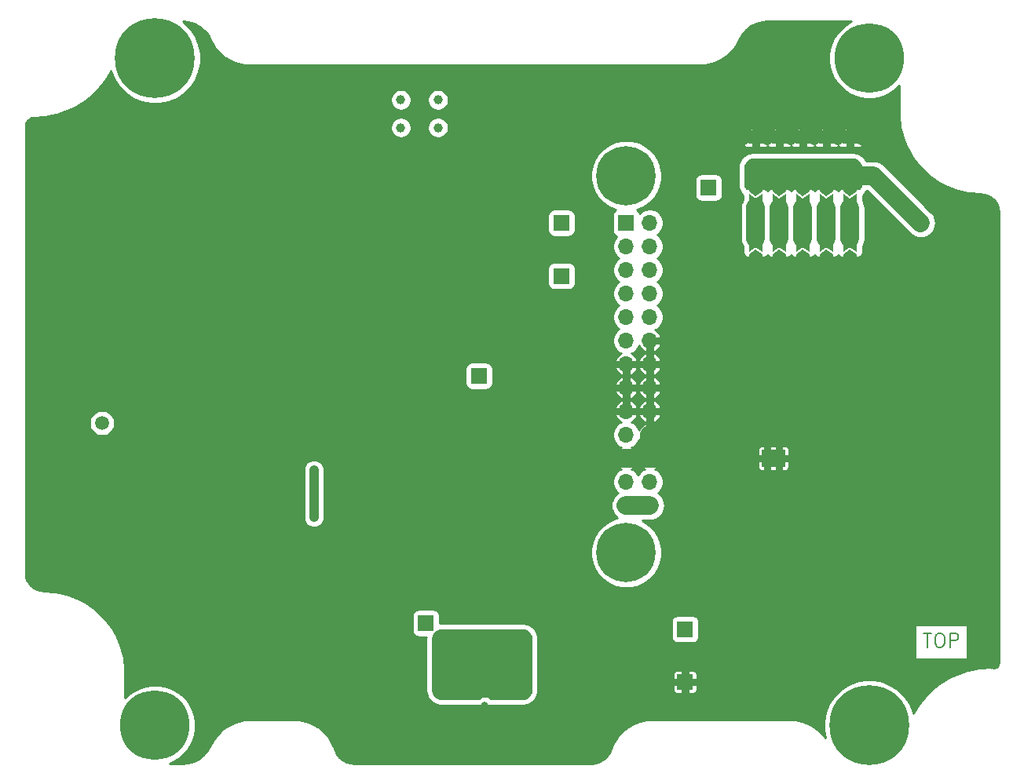
<source format=gbr>
%TF.GenerationSoftware,KiCad,Pcbnew,5.1.8*%
%TF.CreationDate,2020-12-20T23:42:19+01:00*%
%TF.ProjectId,pcb_module_hx711,7063625f-6d6f-4647-956c-655f68783731,rev?*%
%TF.SameCoordinates,Original*%
%TF.FileFunction,Copper,L1,Top*%
%TF.FilePolarity,Positive*%
%FSLAX46Y46*%
G04 Gerber Fmt 4.6, Leading zero omitted, Abs format (unit mm)*
G04 Created by KiCad (PCBNEW 5.1.8) date 2020-12-20 23:42:19*
%MOMM*%
%LPD*%
G01*
G04 APERTURE LIST*
%TA.AperFunction,NonConductor*%
%ADD10C,0.200000*%
%TD*%
%TA.AperFunction,ComponentPad*%
%ADD11R,1.700000X1.700000*%
%TD*%
%TA.AperFunction,SMDPad,CuDef*%
%ADD12R,2.500000X1.900000*%
%TD*%
%TA.AperFunction,ComponentPad*%
%ADD13C,0.500000*%
%TD*%
%TA.AperFunction,ComponentPad*%
%ADD14O,1.500000X2.000000*%
%TD*%
%TA.AperFunction,SMDPad,CuDef*%
%ADD15C,0.100000*%
%TD*%
%TA.AperFunction,ComponentPad*%
%ADD16C,1.000000*%
%TD*%
%TA.AperFunction,ComponentPad*%
%ADD17O,1.700000X1.700000*%
%TD*%
%TA.AperFunction,ComponentPad*%
%ADD18C,0.900000*%
%TD*%
%TA.AperFunction,ComponentPad*%
%ADD19C,8.600000*%
%TD*%
%TA.AperFunction,ComponentPad*%
%ADD20C,7.500000*%
%TD*%
%TA.AperFunction,ComponentPad*%
%ADD21C,0.800000*%
%TD*%
%TA.AperFunction,ComponentPad*%
%ADD22C,6.400000*%
%TD*%
%TA.AperFunction,ComponentPad*%
%ADD23C,1.500000*%
%TD*%
%TA.AperFunction,ViaPad*%
%ADD24C,0.800000*%
%TD*%
%TA.AperFunction,Conductor*%
%ADD25C,2.000000*%
%TD*%
%TA.AperFunction,Conductor*%
%ADD26C,1.000000*%
%TD*%
%TA.AperFunction,Conductor*%
%ADD27C,0.800000*%
%TD*%
%TA.AperFunction,Conductor*%
%ADD28C,0.254000*%
%TD*%
%TA.AperFunction,Conductor*%
%ADD29C,0.100000*%
%TD*%
G04 APERTURE END LIST*
D10*
X141516698Y-134938780D02*
X142373841Y-134938780D01*
X141945269Y-136438780D02*
X141945269Y-134938780D01*
X143159555Y-134938780D02*
X143445269Y-134938780D01*
X143588126Y-135010209D01*
X143730983Y-135153066D01*
X143802412Y-135438780D01*
X143802412Y-135938780D01*
X143730983Y-136224494D01*
X143588126Y-136367351D01*
X143445269Y-136438780D01*
X143159555Y-136438780D01*
X143016698Y-136367351D01*
X142873841Y-136224494D01*
X142802412Y-135938780D01*
X142802412Y-135438780D01*
X142873841Y-135153066D01*
X143016698Y-135010209D01*
X143159555Y-134938780D01*
X144445269Y-136438780D02*
X144445269Y-134938780D01*
X145016698Y-134938780D01*
X145159555Y-135010209D01*
X145230983Y-135081637D01*
X145302412Y-135224494D01*
X145302412Y-135438780D01*
X145230983Y-135581637D01*
X145159555Y-135653066D01*
X145016698Y-135724494D01*
X144445269Y-135724494D01*
D11*
%TO.P,TP7,1*%
%TO.N,+5VA*%
X87903841Y-133855209D03*
%TD*%
%TO.P,TP6,1*%
%TO.N,+9V*%
X115843841Y-134490209D03*
%TD*%
%TO.P,TP5,1*%
%TO.N,/RATE*%
X93618841Y-107185209D03*
%TD*%
%TO.P,TP4,1*%
%TO.N,/DT*%
X102508841Y-90675209D03*
%TD*%
%TO.P,TP3,1*%
%TO.N,/SCK*%
X102508841Y-96390209D03*
%TD*%
%TO.P,TP2,1*%
%TO.N,GND*%
X115843841Y-140205209D03*
%TD*%
%TO.P,TP1,1*%
%TO.N,V+*%
X118383841Y-86865209D03*
%TD*%
D12*
%TO.P,U4,9*%
%TO.N,GND*%
X125368841Y-116075209D03*
D13*
X124368841Y-115375209D03*
X124368841Y-116775209D03*
X125368841Y-115375209D03*
X125368841Y-116775209D03*
X126368841Y-115375209D03*
X126368841Y-116775209D03*
%TD*%
D14*
%TO.P,U1,5*%
%TO.N,/BOOST_PIN5*%
X123463841Y-90675209D03*
%TO.P,U1,4*%
%TO.N,/BOOST_PIN4*%
X126003841Y-90675209D03*
%TO.P,U1,3*%
%TO.N,/BOOST_PIN3*%
X128543841Y-90675209D03*
%TO.P,U1,2*%
%TO.N,/BOOST_PIN2*%
X131083841Y-90675209D03*
%TO.P,U1,1*%
%TO.N,/BOOST_PIN1*%
X133623841Y-90675209D03*
%TD*%
%TA.AperFunction,SMDPad,CuDef*%
D15*
%TO.P,JP15,1*%
%TO.N,+9V*%
G36*
X123463841Y-87775209D02*
G01*
X122713841Y-87275209D01*
X122713841Y-86275209D01*
X124213841Y-86275209D01*
X124213841Y-87275209D01*
X123463841Y-87775209D01*
G37*
%TD.AperFunction*%
%TA.AperFunction,SMDPad,CuDef*%
%TO.P,JP15,2*%
%TO.N,/BOOST_PIN5*%
G36*
X122713841Y-88725209D02*
G01*
X122713841Y-87575209D01*
X123463841Y-88075209D01*
X124213841Y-87575209D01*
X124213841Y-88725209D01*
X122713841Y-88725209D01*
G37*
%TD.AperFunction*%
%TD*%
%TA.AperFunction,SMDPad,CuDef*%
%TO.P,JP14,1*%
%TO.N,+9V*%
G36*
X126003841Y-87775209D02*
G01*
X125253841Y-87275209D01*
X125253841Y-86275209D01*
X126753841Y-86275209D01*
X126753841Y-87275209D01*
X126003841Y-87775209D01*
G37*
%TD.AperFunction*%
%TA.AperFunction,SMDPad,CuDef*%
%TO.P,JP14,2*%
%TO.N,/BOOST_PIN4*%
G36*
X125253841Y-88725209D02*
G01*
X125253841Y-87575209D01*
X126003841Y-88075209D01*
X126753841Y-87575209D01*
X126753841Y-88725209D01*
X125253841Y-88725209D01*
G37*
%TD.AperFunction*%
%TD*%
%TA.AperFunction,SMDPad,CuDef*%
%TO.P,JP13,1*%
%TO.N,+9V*%
G36*
X128543841Y-87775209D02*
G01*
X127793841Y-87275209D01*
X127793841Y-86275209D01*
X129293841Y-86275209D01*
X129293841Y-87275209D01*
X128543841Y-87775209D01*
G37*
%TD.AperFunction*%
%TA.AperFunction,SMDPad,CuDef*%
%TO.P,JP13,2*%
%TO.N,/BOOST_PIN3*%
G36*
X127793841Y-88725209D02*
G01*
X127793841Y-87575209D01*
X128543841Y-88075209D01*
X129293841Y-87575209D01*
X129293841Y-88725209D01*
X127793841Y-88725209D01*
G37*
%TD.AperFunction*%
%TD*%
%TA.AperFunction,SMDPad,CuDef*%
%TO.P,JP12,1*%
%TO.N,+9V*%
G36*
X131083841Y-87775209D02*
G01*
X130333841Y-87275209D01*
X130333841Y-86275209D01*
X131833841Y-86275209D01*
X131833841Y-87275209D01*
X131083841Y-87775209D01*
G37*
%TD.AperFunction*%
%TA.AperFunction,SMDPad,CuDef*%
%TO.P,JP12,2*%
%TO.N,/BOOST_PIN2*%
G36*
X130333841Y-88725209D02*
G01*
X130333841Y-87575209D01*
X131083841Y-88075209D01*
X131833841Y-87575209D01*
X131833841Y-88725209D01*
X130333841Y-88725209D01*
G37*
%TD.AperFunction*%
%TD*%
%TA.AperFunction,SMDPad,CuDef*%
%TO.P,JP11,1*%
%TO.N,+9V*%
G36*
X133623841Y-87775209D02*
G01*
X132873841Y-87275209D01*
X132873841Y-86275209D01*
X134373841Y-86275209D01*
X134373841Y-87275209D01*
X133623841Y-87775209D01*
G37*
%TD.AperFunction*%
%TA.AperFunction,SMDPad,CuDef*%
%TO.P,JP11,2*%
%TO.N,/BOOST_PIN1*%
G36*
X132873841Y-88725209D02*
G01*
X132873841Y-87575209D01*
X133623841Y-88075209D01*
X134373841Y-87575209D01*
X134373841Y-88725209D01*
X132873841Y-88725209D01*
G37*
%TD.AperFunction*%
%TD*%
%TA.AperFunction,SMDPad,CuDef*%
%TO.P,JP10,1*%
%TO.N,GND*%
G36*
X123463841Y-93575209D02*
G01*
X124213841Y-94075209D01*
X124213841Y-95075209D01*
X122713841Y-95075209D01*
X122713841Y-94075209D01*
X123463841Y-93575209D01*
G37*
%TD.AperFunction*%
%TA.AperFunction,SMDPad,CuDef*%
%TO.P,JP10,2*%
%TO.N,/BOOST_PIN5*%
G36*
X124213841Y-92625209D02*
G01*
X124213841Y-93775209D01*
X123463841Y-93275209D01*
X122713841Y-93775209D01*
X122713841Y-92625209D01*
X124213841Y-92625209D01*
G37*
%TD.AperFunction*%
%TD*%
%TA.AperFunction,SMDPad,CuDef*%
%TO.P,JP9,1*%
%TO.N,GND*%
G36*
X126003841Y-93575209D02*
G01*
X126753841Y-94075209D01*
X126753841Y-95075209D01*
X125253841Y-95075209D01*
X125253841Y-94075209D01*
X126003841Y-93575209D01*
G37*
%TD.AperFunction*%
%TA.AperFunction,SMDPad,CuDef*%
%TO.P,JP9,2*%
%TO.N,/BOOST_PIN4*%
G36*
X126753841Y-92625209D02*
G01*
X126753841Y-93775209D01*
X126003841Y-93275209D01*
X125253841Y-93775209D01*
X125253841Y-92625209D01*
X126753841Y-92625209D01*
G37*
%TD.AperFunction*%
%TD*%
%TA.AperFunction,SMDPad,CuDef*%
%TO.P,JP8,1*%
%TO.N,GND*%
G36*
X128543841Y-93575209D02*
G01*
X129293841Y-94075209D01*
X129293841Y-95075209D01*
X127793841Y-95075209D01*
X127793841Y-94075209D01*
X128543841Y-93575209D01*
G37*
%TD.AperFunction*%
%TA.AperFunction,SMDPad,CuDef*%
%TO.P,JP8,2*%
%TO.N,/BOOST_PIN3*%
G36*
X129293841Y-92625209D02*
G01*
X129293841Y-93775209D01*
X128543841Y-93275209D01*
X127793841Y-93775209D01*
X127793841Y-92625209D01*
X129293841Y-92625209D01*
G37*
%TD.AperFunction*%
%TD*%
%TA.AperFunction,SMDPad,CuDef*%
%TO.P,JP7,1*%
%TO.N,GND*%
G36*
X131083841Y-93575209D02*
G01*
X131833841Y-94075209D01*
X131833841Y-95075209D01*
X130333841Y-95075209D01*
X130333841Y-94075209D01*
X131083841Y-93575209D01*
G37*
%TD.AperFunction*%
%TA.AperFunction,SMDPad,CuDef*%
%TO.P,JP7,2*%
%TO.N,/BOOST_PIN2*%
G36*
X131833841Y-92625209D02*
G01*
X131833841Y-93775209D01*
X131083841Y-93275209D01*
X130333841Y-93775209D01*
X130333841Y-92625209D01*
X131833841Y-92625209D01*
G37*
%TD.AperFunction*%
%TD*%
%TA.AperFunction,SMDPad,CuDef*%
%TO.P,JP6,1*%
%TO.N,GND*%
G36*
X133623841Y-93575209D02*
G01*
X134373841Y-94075209D01*
X134373841Y-95075209D01*
X132873841Y-95075209D01*
X132873841Y-94075209D01*
X133623841Y-93575209D01*
G37*
%TD.AperFunction*%
%TA.AperFunction,SMDPad,CuDef*%
%TO.P,JP6,2*%
%TO.N,/BOOST_PIN1*%
G36*
X134373841Y-92625209D02*
G01*
X134373841Y-93775209D01*
X133623841Y-93275209D01*
X132873841Y-93775209D01*
X132873841Y-92625209D01*
X134373841Y-92625209D01*
G37*
%TD.AperFunction*%
%TD*%
%TO.P,C10,2*%
%TO.N,+9V*%
%TA.AperFunction,SMDPad,CuDef*%
G36*
G01*
X122813840Y-83955209D02*
X124113842Y-83955209D01*
G75*
G02*
X124363841Y-84205208I0J-249999D01*
G01*
X124363841Y-85030210D01*
G75*
G02*
X124113842Y-85280209I-249999J0D01*
G01*
X122813840Y-85280209D01*
G75*
G02*
X122563841Y-85030210I0J249999D01*
G01*
X122563841Y-84205208D01*
G75*
G02*
X122813840Y-83955209I249999J0D01*
G01*
G37*
%TD.AperFunction*%
%TO.P,C10,1*%
%TO.N,GND*%
%TA.AperFunction,SMDPad,CuDef*%
G36*
G01*
X122813840Y-80830209D02*
X124113842Y-80830209D01*
G75*
G02*
X124363841Y-81080208I0J-249999D01*
G01*
X124363841Y-81905210D01*
G75*
G02*
X124113842Y-82155209I-249999J0D01*
G01*
X122813840Y-82155209D01*
G75*
G02*
X122563841Y-81905210I0J249999D01*
G01*
X122563841Y-81080208D01*
G75*
G02*
X122813840Y-80830209I249999J0D01*
G01*
G37*
%TD.AperFunction*%
%TD*%
%TO.P,C9,2*%
%TO.N,+9V*%
%TA.AperFunction,SMDPad,CuDef*%
G36*
G01*
X125353840Y-83955209D02*
X126653842Y-83955209D01*
G75*
G02*
X126903841Y-84205208I0J-249999D01*
G01*
X126903841Y-85030210D01*
G75*
G02*
X126653842Y-85280209I-249999J0D01*
G01*
X125353840Y-85280209D01*
G75*
G02*
X125103841Y-85030210I0J249999D01*
G01*
X125103841Y-84205208D01*
G75*
G02*
X125353840Y-83955209I249999J0D01*
G01*
G37*
%TD.AperFunction*%
%TO.P,C9,1*%
%TO.N,GND*%
%TA.AperFunction,SMDPad,CuDef*%
G36*
G01*
X125353840Y-80830209D02*
X126653842Y-80830209D01*
G75*
G02*
X126903841Y-81080208I0J-249999D01*
G01*
X126903841Y-81905210D01*
G75*
G02*
X126653842Y-82155209I-249999J0D01*
G01*
X125353840Y-82155209D01*
G75*
G02*
X125103841Y-81905210I0J249999D01*
G01*
X125103841Y-81080208D01*
G75*
G02*
X125353840Y-80830209I249999J0D01*
G01*
G37*
%TD.AperFunction*%
%TD*%
%TO.P,C8,2*%
%TO.N,+9V*%
%TA.AperFunction,SMDPad,CuDef*%
G36*
G01*
X127893840Y-83955209D02*
X129193842Y-83955209D01*
G75*
G02*
X129443841Y-84205208I0J-249999D01*
G01*
X129443841Y-85030210D01*
G75*
G02*
X129193842Y-85280209I-249999J0D01*
G01*
X127893840Y-85280209D01*
G75*
G02*
X127643841Y-85030210I0J249999D01*
G01*
X127643841Y-84205208D01*
G75*
G02*
X127893840Y-83955209I249999J0D01*
G01*
G37*
%TD.AperFunction*%
%TO.P,C8,1*%
%TO.N,GND*%
%TA.AperFunction,SMDPad,CuDef*%
G36*
G01*
X127893840Y-80830209D02*
X129193842Y-80830209D01*
G75*
G02*
X129443841Y-81080208I0J-249999D01*
G01*
X129443841Y-81905210D01*
G75*
G02*
X129193842Y-82155209I-249999J0D01*
G01*
X127893840Y-82155209D01*
G75*
G02*
X127643841Y-81905210I0J249999D01*
G01*
X127643841Y-81080208D01*
G75*
G02*
X127893840Y-80830209I249999J0D01*
G01*
G37*
%TD.AperFunction*%
%TD*%
%TO.P,C7,2*%
%TO.N,+9V*%
%TA.AperFunction,SMDPad,CuDef*%
G36*
G01*
X130433840Y-83955209D02*
X131733842Y-83955209D01*
G75*
G02*
X131983841Y-84205208I0J-249999D01*
G01*
X131983841Y-85030210D01*
G75*
G02*
X131733842Y-85280209I-249999J0D01*
G01*
X130433840Y-85280209D01*
G75*
G02*
X130183841Y-85030210I0J249999D01*
G01*
X130183841Y-84205208D01*
G75*
G02*
X130433840Y-83955209I249999J0D01*
G01*
G37*
%TD.AperFunction*%
%TO.P,C7,1*%
%TO.N,GND*%
%TA.AperFunction,SMDPad,CuDef*%
G36*
G01*
X130433840Y-80830209D02*
X131733842Y-80830209D01*
G75*
G02*
X131983841Y-81080208I0J-249999D01*
G01*
X131983841Y-81905210D01*
G75*
G02*
X131733842Y-82155209I-249999J0D01*
G01*
X130433840Y-82155209D01*
G75*
G02*
X130183841Y-81905210I0J249999D01*
G01*
X130183841Y-81080208D01*
G75*
G02*
X130433840Y-80830209I249999J0D01*
G01*
G37*
%TD.AperFunction*%
%TD*%
%TO.P,C6,2*%
%TO.N,+9V*%
%TA.AperFunction,SMDPad,CuDef*%
G36*
G01*
X132973840Y-83955209D02*
X134273842Y-83955209D01*
G75*
G02*
X134523841Y-84205208I0J-249999D01*
G01*
X134523841Y-85030210D01*
G75*
G02*
X134273842Y-85280209I-249999J0D01*
G01*
X132973840Y-85280209D01*
G75*
G02*
X132723841Y-85030210I0J249999D01*
G01*
X132723841Y-84205208D01*
G75*
G02*
X132973840Y-83955209I249999J0D01*
G01*
G37*
%TD.AperFunction*%
%TO.P,C6,1*%
%TO.N,GND*%
%TA.AperFunction,SMDPad,CuDef*%
G36*
G01*
X132973840Y-80830209D02*
X134273842Y-80830209D01*
G75*
G02*
X134523841Y-81080208I0J-249999D01*
G01*
X134523841Y-81905210D01*
G75*
G02*
X134273842Y-82155209I-249999J0D01*
G01*
X132973840Y-82155209D01*
G75*
G02*
X132723841Y-81905210I0J249999D01*
G01*
X132723841Y-81080208D01*
G75*
G02*
X132973840Y-80830209I249999J0D01*
G01*
G37*
%TD.AperFunction*%
%TD*%
D16*
%TO.P,H3,*%
%TO.N,*%
X89193841Y-77395209D03*
X89193841Y-80395209D03*
X85193841Y-80395209D03*
X85193841Y-77395209D03*
%TD*%
D17*
%TO.P,J7,26*%
%TO.N,V+*%
X112033841Y-121155209D03*
%TO.P,J7,25*%
X109493841Y-121155209D03*
%TO.P,J7,24*%
%TO.N,+3V3*%
X112033841Y-118615209D03*
%TO.P,J7,23*%
X109493841Y-118615209D03*
%TO.P,J7,22*%
%TO.N,GND*%
X112033841Y-116075209D03*
%TO.P,J7,21*%
X109493841Y-116075209D03*
%TO.P,J7,20*%
X112033841Y-113535209D03*
%TO.P,J7,19*%
%TO.N,/DQ*%
X109493841Y-113535209D03*
%TO.P,J7,18*%
%TO.N,GND*%
X112033841Y-110995209D03*
%TO.P,J7,17*%
X109493841Y-110995209D03*
%TO.P,J7,16*%
X112033841Y-108455209D03*
%TO.P,J7,15*%
X109493841Y-108455209D03*
%TO.P,J7,14*%
X112033841Y-105915209D03*
%TO.P,J7,13*%
X109493841Y-105915209D03*
%TO.P,J7,12*%
X112033841Y-103375209D03*
%TO.P,J7,11*%
%TO.N,+3V3*%
X109493841Y-103375209D03*
%TO.P,J7,10*%
%TO.N,N/C*%
X112033841Y-100835209D03*
%TO.P,J7,9*%
X109493841Y-100835209D03*
%TO.P,J7,8*%
X112033841Y-98295209D03*
%TO.P,J7,7*%
X109493841Y-98295209D03*
%TO.P,J7,6*%
%TO.N,/RATE*%
X112033841Y-95755209D03*
%TO.P,J7,5*%
%TO.N,N/C*%
X109493841Y-95755209D03*
%TO.P,J7,4*%
%TO.N,/SCK*%
X112033841Y-93215209D03*
%TO.P,J7,3*%
%TO.N,N/C*%
X109493841Y-93215209D03*
%TO.P,J7,2*%
X112033841Y-90675209D03*
D11*
%TO.P,J7,1*%
%TO.N,/DT*%
X109493841Y-90675209D03*
%TD*%
D18*
%TO.P,H7,1*%
%TO.N,Net-(H7-Pad1)*%
X137974260Y-142614790D03*
X135693841Y-141670209D03*
X133413422Y-142614790D03*
X132468841Y-144895209D03*
X133413422Y-147175628D03*
X135693841Y-148120209D03*
X137974260Y-147175628D03*
X138918841Y-144895209D03*
D19*
X135693841Y-144895209D03*
%TD*%
D18*
%TO.P,H6,1*%
%TO.N,Net-(H6-Pad1)*%
X60974260Y-142614790D03*
X58693841Y-141670209D03*
X56413422Y-142614790D03*
X55468841Y-144895209D03*
X56413422Y-147175628D03*
X58693841Y-148120209D03*
X60974260Y-147175628D03*
X61918841Y-144895209D03*
D20*
X58693841Y-144895209D03*
%TD*%
D18*
%TO.P,H5,1*%
%TO.N,Net-(H5-Pad1)*%
X137974260Y-70614790D03*
X135693841Y-69670209D03*
X133413422Y-70614790D03*
X132468841Y-72895209D03*
X133413422Y-75175628D03*
X135693841Y-76120209D03*
X137974260Y-75175628D03*
X138918841Y-72895209D03*
D20*
X135693841Y-72895209D03*
%TD*%
D18*
%TO.P,H4,1*%
%TO.N,Net-(H4-Pad1)*%
X60974260Y-70614790D03*
X58693841Y-69670209D03*
X56413422Y-70614790D03*
X55468841Y-72895209D03*
X56413422Y-75175628D03*
X58693841Y-76120209D03*
X60974260Y-75175628D03*
X61918841Y-72895209D03*
D19*
X58693841Y-72895209D03*
%TD*%
D21*
%TO.P,H2,1*%
%TO.N,Net-(H2-Pad1)*%
X111190897Y-83898153D03*
X109493841Y-83195209D03*
X107796785Y-83898153D03*
X107093841Y-85595209D03*
X107796785Y-87292265D03*
X109493841Y-87995209D03*
X111190897Y-87292265D03*
X111893841Y-85595209D03*
D22*
X109493841Y-85595209D03*
%TD*%
D21*
%TO.P,H1,1*%
%TO.N,Net-(H1-Pad1)*%
X111190897Y-124538153D03*
X109493841Y-123835209D03*
X107796785Y-124538153D03*
X107093841Y-126235209D03*
X107796785Y-127932265D03*
X109493841Y-128635209D03*
X111190897Y-127932265D03*
X111893841Y-126235209D03*
D22*
X109493841Y-126235209D03*
%TD*%
D23*
%TO.P,J6,1*%
%TO.N,Net-(J6-Pad1)*%
X52978841Y-112265209D03*
%TD*%
D24*
%TO.N,GND*%
X59193841Y-129395209D03*
X53193841Y-129395209D03*
X47193841Y-129395209D03*
X45693841Y-128395209D03*
X45693841Y-122395209D03*
X45693841Y-116395209D03*
X45693841Y-110395209D03*
X45693841Y-104395209D03*
X45693841Y-98395209D03*
X45693841Y-92395209D03*
X45693841Y-86395209D03*
X47193841Y-84895209D03*
X53193841Y-84895209D03*
X59193841Y-84895209D03*
X65193841Y-84895209D03*
X71193841Y-84895209D03*
X77193841Y-84895209D03*
X83193841Y-84895209D03*
X89193841Y-84895209D03*
X90193841Y-86395209D03*
X90193841Y-92395209D03*
X90193841Y-98395209D03*
X90193841Y-104395209D03*
X90193841Y-110395209D03*
X90193841Y-116395209D03*
X90193841Y-122395209D03*
X90193841Y-127895209D03*
X89193841Y-129395209D03*
X83193841Y-129395209D03*
X77193841Y-129395209D03*
X71193841Y-129395209D03*
X65193841Y-129395209D03*
X102508841Y-131950209D03*
X101238841Y-131950209D03*
X95523841Y-144650209D03*
X94253841Y-144650209D03*
X86633841Y-138300209D03*
X85363841Y-138300209D03*
X95523841Y-89405209D03*
X83458841Y-112900209D03*
X85998841Y-111630209D03*
X54248841Y-124965209D03*
X57423841Y-120520209D03*
X72843841Y-103605209D03*
X77923841Y-107415209D03*
X70693841Y-82395209D03*
X65693841Y-82395209D03*
X64693841Y-82395209D03*
X59693841Y-82395209D03*
X58693841Y-82395209D03*
X53693841Y-82395209D03*
X52693841Y-82395209D03*
X47693841Y-82395209D03*
X124733841Y-80515209D03*
X127273841Y-80515209D03*
X129813841Y-80515209D03*
X132353841Y-80515209D03*
X134893841Y-80515209D03*
X134893841Y-81785209D03*
X132353841Y-81785209D03*
X129813841Y-81785209D03*
X127273841Y-81785209D03*
X124733841Y-81785209D03*
X122193841Y-80515209D03*
X122193841Y-81785209D03*
X133623841Y-98930209D03*
X136163841Y-98930209D03*
X136163841Y-100200209D03*
X133623841Y-100200209D03*
X131083841Y-98930209D03*
X131083841Y-100200209D03*
X138703841Y-98930209D03*
X138703841Y-100200209D03*
X134258841Y-125600209D03*
X136798841Y-125600209D03*
X139338841Y-125600209D03*
X139338841Y-126870209D03*
X136798841Y-126870209D03*
X134258841Y-126870209D03*
X131718841Y-125600209D03*
X131718841Y-126870209D03*
X126003841Y-106550209D03*
X120923841Y-109725209D03*
X123463841Y-114805209D03*
X127273841Y-117345209D03*
X126003841Y-124965209D03*
X119653841Y-124330209D03*
X68218841Y-123060209D03*
X70758841Y-123060209D03*
X73298841Y-123060209D03*
X73298841Y-124330209D03*
X70758841Y-124330209D03*
X68218841Y-124330209D03*
X95523841Y-147190209D03*
X94253841Y-147190209D03*
X96158841Y-143380209D03*
X94253841Y-142745209D03*
X86633841Y-140840209D03*
X85363841Y-140840209D03*
X85363841Y-135760209D03*
X86633841Y-135760209D03*
X59328841Y-114805209D03*
X59328841Y-110995209D03*
X119653841Y-100200209D03*
X120923841Y-100200209D03*
X119653841Y-102740209D03*
X120923841Y-102740209D03*
X119018841Y-126235209D03*
X126003841Y-135125209D03*
X126003841Y-136395209D03*
X128543841Y-135125209D03*
X128543841Y-136395209D03*
%TO.N,+5VA*%
X95523841Y-135125209D03*
X94253841Y-135125209D03*
X92983841Y-135125209D03*
X95523841Y-136395209D03*
X94253841Y-136395209D03*
X92983841Y-136395209D03*
X95523841Y-137665209D03*
X95523841Y-138935209D03*
X95523841Y-140205209D03*
X94253841Y-137665209D03*
X92983841Y-137665209D03*
X92983841Y-138935209D03*
X94253841Y-138935209D03*
X94253841Y-140205209D03*
X92983841Y-140205209D03*
X92983841Y-141475209D03*
X94253841Y-141475209D03*
X95523841Y-141475209D03*
%TO.N,/RATE*%
X75838841Y-122425209D03*
X75838841Y-117345209D03*
%TO.N,+9V*%
X139338841Y-88770209D03*
X139973841Y-89405209D03*
X140608841Y-90040209D03*
X141243841Y-90675209D03*
%TD*%
D25*
%TO.N,GND*%
X109493841Y-116075209D02*
X112033841Y-116075209D01*
X112033841Y-116075209D02*
X113303841Y-116075209D01*
X109493841Y-116075209D02*
X108223841Y-116075209D01*
D26*
X123756341Y-81492709D02*
X124733841Y-80515209D01*
X123463841Y-81492709D02*
X123756341Y-81492709D01*
X128836341Y-81492709D02*
X129813841Y-80515209D01*
X128543841Y-81492709D02*
X128836341Y-81492709D01*
X131376341Y-81492709D02*
X132353841Y-80515209D01*
X131083841Y-81492709D02*
X131376341Y-81492709D01*
X133916341Y-81492709D02*
X134893841Y-80515209D01*
X133623841Y-81492709D02*
X133916341Y-81492709D01*
X134601341Y-81492709D02*
X134893841Y-81785209D01*
X133623841Y-81492709D02*
X134601341Y-81492709D01*
X132646341Y-81492709D02*
X132353841Y-81785209D01*
X133623841Y-81492709D02*
X132646341Y-81492709D01*
X130106341Y-81492709D02*
X129813841Y-81785209D01*
X131083841Y-81492709D02*
X130106341Y-81492709D01*
X127566341Y-81492709D02*
X127273841Y-81785209D01*
X128543841Y-81492709D02*
X127566341Y-81492709D01*
X125026341Y-81492709D02*
X124733841Y-81785209D01*
X126003841Y-81492709D02*
X125026341Y-81492709D01*
X123171341Y-81492709D02*
X122193841Y-80515209D01*
X123463841Y-81492709D02*
X123171341Y-81492709D01*
X122486341Y-81492709D02*
X122193841Y-81785209D01*
X123463841Y-81492709D02*
X122486341Y-81492709D01*
X125711341Y-81492709D02*
X124733841Y-80515209D01*
X126003841Y-81492709D02*
X125711341Y-81492709D01*
X126296341Y-81492709D02*
X127273841Y-80515209D01*
X126003841Y-81492709D02*
X126296341Y-81492709D01*
X128251341Y-81492709D02*
X127273841Y-80515209D01*
X128543841Y-81492709D02*
X128251341Y-81492709D01*
X130791341Y-81492709D02*
X129813841Y-80515209D01*
X131083841Y-81492709D02*
X130791341Y-81492709D01*
X133331341Y-81492709D02*
X132353841Y-80515209D01*
X133623841Y-81492709D02*
X133331341Y-81492709D01*
D27*
X125368841Y-116075209D02*
X126003841Y-115440209D01*
X126003841Y-115440209D02*
X126003841Y-114170209D01*
X125368841Y-116075209D02*
X124733841Y-115440209D01*
X124733841Y-115440209D02*
X124733841Y-114170209D01*
X125368841Y-116075209D02*
X126003841Y-116710209D01*
X126003841Y-116710209D02*
X126003841Y-117980209D01*
X125368841Y-116075209D02*
X124733841Y-116710209D01*
X124733841Y-116710209D02*
X124733841Y-117980209D01*
D25*
X112033841Y-116075209D02*
X112033841Y-113535209D01*
X112033841Y-113535209D02*
X113303841Y-113535209D01*
D26*
%TO.N,/RATE*%
X75838841Y-122425209D02*
X75838841Y-117345209D01*
D25*
%TO.N,V+*%
X109493841Y-121155209D02*
X112033841Y-121155209D01*
%TO.N,+9V*%
X136163841Y-85595209D02*
X133623841Y-85595209D01*
X141243841Y-90675209D02*
X141243841Y-90675209D01*
X139973841Y-89405209D02*
X136163841Y-85595209D01*
X140608841Y-90040209D02*
X139973841Y-89405209D01*
X141243841Y-90675209D02*
X140608841Y-90040209D01*
%TO.N,/BOOST_PIN1*%
X133623841Y-90675209D02*
X133623841Y-92375199D01*
X133623841Y-90805000D02*
X133623841Y-89105010D01*
%TO.N,/BOOST_PIN2*%
X131083841Y-90675209D02*
X131083841Y-92375199D01*
X131083841Y-90805000D02*
X131083841Y-89105010D01*
%TO.N,/BOOST_PIN3*%
X128543841Y-90675209D02*
X128543841Y-92375199D01*
X128543841Y-90805000D02*
X128543841Y-89105010D01*
%TO.N,/BOOST_PIN4*%
X126003841Y-90675209D02*
X126003841Y-92375199D01*
X126003841Y-90805000D02*
X126003841Y-89105010D01*
%TO.N,/BOOST_PIN5*%
X123463841Y-90675209D02*
X123463841Y-92375199D01*
X123463841Y-90675209D02*
X123463841Y-88975219D01*
%TD*%
D28*
%TO.N,GND*%
X133616765Y-69009273D02*
X132898567Y-69489157D01*
X132287789Y-70099935D01*
X131807905Y-70818133D01*
X131477354Y-71616152D01*
X131308841Y-72463324D01*
X131308841Y-73327094D01*
X131477354Y-74174266D01*
X131807905Y-74972285D01*
X132287789Y-75690483D01*
X132898567Y-76301261D01*
X133616765Y-76781145D01*
X134414784Y-77111696D01*
X135261956Y-77280209D01*
X136125726Y-77280209D01*
X136972898Y-77111696D01*
X137770917Y-76781145D01*
X138489115Y-76301261D01*
X138899452Y-75890924D01*
X138899452Y-78797997D01*
X138900082Y-78804393D01*
X138904468Y-79055662D01*
X138905028Y-79062058D01*
X138904803Y-79068485D01*
X138908382Y-79119663D01*
X139025776Y-80236589D01*
X139030233Y-80261866D01*
X139032916Y-80287392D01*
X139043583Y-80337573D01*
X139315280Y-81427292D01*
X139323208Y-81451693D01*
X139329420Y-81476608D01*
X139346967Y-81524816D01*
X139767680Y-82566117D01*
X139778930Y-82589183D01*
X139788546Y-82612984D01*
X139812631Y-82658281D01*
X140374171Y-83630896D01*
X140388525Y-83652176D01*
X140401357Y-83674403D01*
X140431512Y-83715907D01*
X141122948Y-84600905D01*
X141140120Y-84619977D01*
X141155924Y-84640205D01*
X141191562Y-84677109D01*
X141999438Y-85457266D01*
X142019099Y-85473763D01*
X142037563Y-85491594D01*
X142077990Y-85523179D01*
X142986580Y-86183308D01*
X143008344Y-86196907D01*
X143029111Y-86211996D01*
X143073540Y-86237646D01*
X144065160Y-86764900D01*
X144088603Y-86775337D01*
X144111270Y-86787390D01*
X144158837Y-86806608D01*
X145214186Y-87190724D01*
X145238853Y-87197797D01*
X145262978Y-87206578D01*
X145312756Y-87218989D01*
X146411294Y-87452490D01*
X146436720Y-87456063D01*
X146461817Y-87461398D01*
X146512838Y-87466761D01*
X147622964Y-87544389D01*
X148062477Y-87587483D01*
X148426110Y-87697271D01*
X148761489Y-87875595D01*
X149055845Y-88115664D01*
X149297963Y-88408336D01*
X149478625Y-88742462D01*
X149590948Y-89105322D01*
X149634225Y-89517074D01*
X149634224Y-138162315D01*
X149622202Y-138284927D01*
X149597029Y-138368304D01*
X149556140Y-138445204D01*
X149501098Y-138512692D01*
X149433992Y-138568207D01*
X149357378Y-138609632D01*
X149274185Y-138635385D01*
X149162310Y-138647143D01*
X149144568Y-138646751D01*
X148858770Y-138636954D01*
X148831392Y-138637880D01*
X148804024Y-138637118D01*
X148796335Y-138637468D01*
X147629108Y-138696707D01*
X147583286Y-138702175D01*
X147537400Y-138707164D01*
X147529830Y-138708554D01*
X146381442Y-138925656D01*
X146336787Y-138937292D01*
X146292002Y-138948463D01*
X146284690Y-138950868D01*
X145176392Y-139321816D01*
X145133702Y-139339416D01*
X145090876Y-139356550D01*
X145083963Y-139359922D01*
X145083951Y-139359928D01*
X144036257Y-139877853D01*
X143996339Y-139901091D01*
X143956245Y-139923872D01*
X143949860Y-139928147D01*
X143949849Y-139928154D01*
X143949839Y-139928161D01*
X142982132Y-140583480D01*
X142945761Y-140611902D01*
X142909106Y-140639932D01*
X142903351Y-140645043D01*
X142033525Y-141425641D01*
X142001317Y-141458768D01*
X141968836Y-141491482D01*
X141963828Y-141497326D01*
X141207990Y-142388749D01*
X141180579Y-142425935D01*
X141152835Y-142462760D01*
X141148666Y-142469230D01*
X140520801Y-143454985D01*
X140498692Y-143495544D01*
X140476201Y-143535796D01*
X140472958Y-143542753D01*
X140472948Y-143542772D01*
X140472941Y-143542790D01*
X140461471Y-143567733D01*
X140439191Y-143455723D01*
X140067181Y-142557610D01*
X139527106Y-141749330D01*
X138839720Y-141061944D01*
X138031440Y-140521869D01*
X137133327Y-140149859D01*
X136179896Y-139960209D01*
X135207786Y-139960209D01*
X134254355Y-140149859D01*
X133356242Y-140521869D01*
X132547962Y-141061944D01*
X131860576Y-141749330D01*
X131320501Y-142557610D01*
X130948491Y-143455723D01*
X130758841Y-144409154D01*
X130758841Y-145381264D01*
X130931240Y-146247968D01*
X130440779Y-145655103D01*
X130393489Y-145608142D01*
X130346900Y-145560567D01*
X130338993Y-145554025D01*
X129734022Y-145060624D01*
X129678532Y-145023757D01*
X129623570Y-144986123D01*
X129614543Y-144981242D01*
X128925259Y-144614743D01*
X128863653Y-144589350D01*
X128802439Y-144563114D01*
X128792639Y-144560080D01*
X128792633Y-144560078D01*
X128045291Y-144334442D01*
X127979908Y-144321496D01*
X127914781Y-144307653D01*
X127904577Y-144306580D01*
X127904575Y-144306580D01*
X127127638Y-144230401D01*
X127092020Y-144226893D01*
X112276884Y-144226893D01*
X112263938Y-144228168D01*
X112004459Y-144237344D01*
X111961059Y-144243154D01*
X111917348Y-144245637D01*
X111907219Y-144247287D01*
X111137604Y-144378158D01*
X111073308Y-144395688D01*
X111008825Y-144412305D01*
X110999213Y-144415889D01*
X110999209Y-144415890D01*
X110999206Y-144415892D01*
X110269670Y-144693754D01*
X110209997Y-144723442D01*
X110149975Y-144752265D01*
X110141243Y-144757647D01*
X110141240Y-144757649D01*
X110141239Y-144757650D01*
X109479565Y-145171923D01*
X109426759Y-145212664D01*
X109373515Y-145252569D01*
X109365997Y-145259542D01*
X109365991Y-145259547D01*
X109365986Y-145259553D01*
X108797385Y-145794451D01*
X108753520Y-145844647D01*
X108709019Y-145894159D01*
X108702994Y-145902466D01*
X108249114Y-146537625D01*
X108215829Y-146595394D01*
X108181797Y-146652598D01*
X108177500Y-146661917D01*
X107855686Y-147373021D01*
X107855632Y-147373139D01*
X107643945Y-147840900D01*
X107387334Y-148200000D01*
X107065865Y-148502415D01*
X106691775Y-148736633D01*
X106279312Y-148893730D01*
X105821444Y-148971589D01*
X105671456Y-148976893D01*
X80220389Y-148976893D01*
X79745195Y-148930299D01*
X79322668Y-148802731D01*
X78932971Y-148595525D01*
X78590938Y-148316570D01*
X78309602Y-147976494D01*
X78088701Y-147567943D01*
X78030862Y-147415479D01*
X77930581Y-147151133D01*
X77911127Y-147111901D01*
X77894727Y-147071308D01*
X77889910Y-147062247D01*
X77518607Y-146375537D01*
X77481315Y-146320249D01*
X77444878Y-146264568D01*
X77438393Y-146256615D01*
X76940779Y-145655103D01*
X76893489Y-145608142D01*
X76846900Y-145560567D01*
X76838993Y-145554025D01*
X76234022Y-145060624D01*
X76178532Y-145023757D01*
X76123570Y-144986123D01*
X76114543Y-144981242D01*
X75425259Y-144614743D01*
X75363653Y-144589350D01*
X75302439Y-144563114D01*
X75292639Y-144560080D01*
X75292633Y-144560078D01*
X74545291Y-144334442D01*
X74479908Y-144321496D01*
X74414781Y-144307653D01*
X74404577Y-144306580D01*
X74404575Y-144306580D01*
X73627638Y-144230401D01*
X73592020Y-144226893D01*
X68958442Y-144226893D01*
X68926410Y-144230048D01*
X68233602Y-144290846D01*
X68171805Y-144302428D01*
X68109724Y-144312517D01*
X68099823Y-144315213D01*
X67348028Y-144525550D01*
X67285898Y-144549687D01*
X67223508Y-144572927D01*
X67214322Y-144577493D01*
X67214317Y-144577495D01*
X67214313Y-144577497D01*
X66517697Y-144929849D01*
X66461442Y-144965592D01*
X66404749Y-145000511D01*
X66396621Y-145006776D01*
X65781706Y-145487728D01*
X65733451Y-145533730D01*
X65684634Y-145578983D01*
X65677884Y-145586702D01*
X65677879Y-145586707D01*
X65677875Y-145586712D01*
X65168093Y-146177938D01*
X65129703Y-146232420D01*
X65090595Y-146286308D01*
X65085468Y-146295198D01*
X64700227Y-146974186D01*
X64700223Y-146974194D01*
X64350549Y-147590496D01*
X63934890Y-148072560D01*
X63433502Y-148464718D01*
X62865502Y-148752015D01*
X62248866Y-148924538D01*
X61652264Y-148976893D01*
X60298341Y-148976893D01*
X60770917Y-148781145D01*
X61489115Y-148301261D01*
X62099893Y-147690483D01*
X62579777Y-146972285D01*
X62910328Y-146174266D01*
X63078841Y-145327094D01*
X63078841Y-144463324D01*
X62910328Y-143616152D01*
X62579777Y-142818133D01*
X62099893Y-142099935D01*
X61489115Y-141489157D01*
X60770917Y-141009273D01*
X59972898Y-140678722D01*
X59125726Y-140510209D01*
X58261956Y-140510209D01*
X57414784Y-140678722D01*
X56616765Y-141009273D01*
X55898567Y-141489157D01*
X55468920Y-141918804D01*
X55468920Y-139125788D01*
X55468290Y-139119392D01*
X55463904Y-138868124D01*
X55463344Y-138861728D01*
X55463569Y-138855300D01*
X55459990Y-138804123D01*
X55342596Y-137687196D01*
X55338138Y-137661917D01*
X55335456Y-137636394D01*
X55324789Y-137586213D01*
X55053092Y-136496494D01*
X55045164Y-136472094D01*
X55038952Y-136447178D01*
X55021405Y-136398970D01*
X54600692Y-135357669D01*
X54589444Y-135334606D01*
X54579826Y-135310801D01*
X54555752Y-135265528D01*
X54555741Y-135265505D01*
X54555734Y-135265495D01*
X53994201Y-134292890D01*
X53979848Y-134271611D01*
X53967015Y-134249383D01*
X53936860Y-134207879D01*
X53245424Y-133322881D01*
X53228252Y-133303809D01*
X53212448Y-133283581D01*
X53176810Y-133246677D01*
X52926763Y-133005209D01*
X86415769Y-133005209D01*
X86415769Y-134705209D01*
X86428029Y-134829691D01*
X86464339Y-134949389D01*
X86523304Y-135059703D01*
X86602656Y-135156394D01*
X86699347Y-135235746D01*
X86809661Y-135294711D01*
X86929359Y-135331021D01*
X87053841Y-135343281D01*
X87915240Y-135343281D01*
X87906899Y-135427967D01*
X87903841Y-135490209D01*
X87903841Y-141110209D01*
X87906899Y-141172451D01*
X87926114Y-141367541D01*
X87950398Y-141489628D01*
X88007303Y-141677221D01*
X88054941Y-141792229D01*
X88147351Y-141965116D01*
X88216509Y-142068618D01*
X88340872Y-142220155D01*
X88428895Y-142308178D01*
X88580432Y-142432541D01*
X88683934Y-142501699D01*
X88856821Y-142594109D01*
X88971829Y-142641747D01*
X89159422Y-142698652D01*
X89281509Y-142722936D01*
X89476599Y-142742151D01*
X89538841Y-142745209D01*
X98333841Y-142745209D01*
X98396083Y-142742151D01*
X98591173Y-142722936D01*
X98713260Y-142698652D01*
X98900853Y-142641747D01*
X99015861Y-142594109D01*
X99188748Y-142501699D01*
X99292250Y-142432541D01*
X99443787Y-142308178D01*
X99531810Y-142220155D01*
X99656173Y-142068618D01*
X99725331Y-141965116D01*
X99817741Y-141792229D01*
X99865379Y-141677221D01*
X99922284Y-141489628D01*
X99946568Y-141367541D01*
X99965783Y-141172451D01*
X99968841Y-141110209D01*
X99968841Y-141055209D01*
X114564775Y-141055209D01*
X114573019Y-141138916D01*
X114597436Y-141219405D01*
X114637086Y-141293585D01*
X114690446Y-141358604D01*
X114755465Y-141411964D01*
X114829645Y-141451614D01*
X114910134Y-141476031D01*
X114993841Y-141484275D01*
X115464091Y-141482209D01*
X115570841Y-141375459D01*
X115570841Y-140478209D01*
X116116841Y-140478209D01*
X116116841Y-141375459D01*
X116223591Y-141482209D01*
X116693841Y-141484275D01*
X116777548Y-141476031D01*
X116858037Y-141451614D01*
X116932217Y-141411964D01*
X116997236Y-141358604D01*
X117050596Y-141293585D01*
X117090246Y-141219405D01*
X117114663Y-141138916D01*
X117122907Y-141055209D01*
X117120841Y-140584959D01*
X117014091Y-140478209D01*
X116116841Y-140478209D01*
X115570841Y-140478209D01*
X114673591Y-140478209D01*
X114566841Y-140584959D01*
X114564775Y-141055209D01*
X99968841Y-141055209D01*
X99968841Y-139355209D01*
X114564775Y-139355209D01*
X114566841Y-139825459D01*
X114673591Y-139932209D01*
X115570841Y-139932209D01*
X115570841Y-139034959D01*
X116116841Y-139034959D01*
X116116841Y-139932209D01*
X117014091Y-139932209D01*
X117120841Y-139825459D01*
X117122907Y-139355209D01*
X117114663Y-139271502D01*
X117090246Y-139191013D01*
X117050596Y-139116833D01*
X116997236Y-139051814D01*
X116932217Y-138998454D01*
X116858037Y-138958804D01*
X116777548Y-138934387D01*
X116693841Y-138926143D01*
X116223591Y-138928209D01*
X116116841Y-139034959D01*
X115570841Y-139034959D01*
X115464091Y-138928209D01*
X114993841Y-138926143D01*
X114910134Y-138934387D01*
X114829645Y-138958804D01*
X114755465Y-138998454D01*
X114690446Y-139051814D01*
X114637086Y-139116833D01*
X114597436Y-139191013D01*
X114573019Y-139271502D01*
X114564775Y-139355209D01*
X99968841Y-139355209D01*
X99968841Y-135490209D01*
X99965783Y-135427967D01*
X99946568Y-135232877D01*
X99922284Y-135110790D01*
X99865379Y-134923197D01*
X99817741Y-134808189D01*
X99725331Y-134635302D01*
X99656173Y-134531800D01*
X99531810Y-134380263D01*
X99443787Y-134292240D01*
X99292250Y-134167877D01*
X99188748Y-134098719D01*
X99015861Y-134006309D01*
X98900853Y-133958671D01*
X98713260Y-133901766D01*
X98591173Y-133877482D01*
X98396083Y-133858267D01*
X98333841Y-133855209D01*
X89538841Y-133855209D01*
X89476599Y-133858267D01*
X89391913Y-133866608D01*
X89391913Y-133640209D01*
X114355769Y-133640209D01*
X114355769Y-135340209D01*
X114368029Y-135464691D01*
X114404339Y-135584389D01*
X114463304Y-135694703D01*
X114542656Y-135791394D01*
X114639347Y-135870746D01*
X114749661Y-135929711D01*
X114869359Y-135966021D01*
X114993841Y-135978281D01*
X116693841Y-135978281D01*
X116818323Y-135966021D01*
X116938021Y-135929711D01*
X117048335Y-135870746D01*
X117145026Y-135791394D01*
X117224378Y-135694703D01*
X117283343Y-135584389D01*
X117319653Y-135464691D01*
X117331913Y-135340209D01*
X117331913Y-133995209D01*
X140608841Y-133995209D01*
X140608841Y-137715209D01*
X146293127Y-137715209D01*
X146293127Y-133995209D01*
X140608841Y-133995209D01*
X117331913Y-133995209D01*
X117331913Y-133640209D01*
X117319653Y-133515727D01*
X117283343Y-133396029D01*
X117224378Y-133285715D01*
X117145026Y-133189024D01*
X117048335Y-133109672D01*
X116938021Y-133050707D01*
X116818323Y-133014397D01*
X116693841Y-133002137D01*
X114993841Y-133002137D01*
X114869359Y-133014397D01*
X114749661Y-133050707D01*
X114639347Y-133109672D01*
X114542656Y-133189024D01*
X114463304Y-133285715D01*
X114404339Y-133396029D01*
X114368029Y-133515727D01*
X114355769Y-133640209D01*
X89391913Y-133640209D01*
X89391913Y-133005209D01*
X89379653Y-132880727D01*
X89343343Y-132761029D01*
X89284378Y-132650715D01*
X89205026Y-132554024D01*
X89108335Y-132474672D01*
X88998021Y-132415707D01*
X88878323Y-132379397D01*
X88753841Y-132367137D01*
X87053841Y-132367137D01*
X86929359Y-132379397D01*
X86809661Y-132415707D01*
X86699347Y-132474672D01*
X86602656Y-132554024D01*
X86523304Y-132650715D01*
X86464339Y-132761029D01*
X86428029Y-132880727D01*
X86415769Y-133005209D01*
X52926763Y-133005209D01*
X52368934Y-132466520D01*
X52349273Y-132450023D01*
X52330809Y-132432192D01*
X52290382Y-132400608D01*
X51381792Y-131740478D01*
X51360026Y-131726878D01*
X51339261Y-131711790D01*
X51294832Y-131686139D01*
X50303212Y-131158886D01*
X50279769Y-131148449D01*
X50257102Y-131136396D01*
X50209535Y-131117178D01*
X49154186Y-130733062D01*
X49129519Y-130725989D01*
X49105394Y-130717208D01*
X49055616Y-130704797D01*
X47957078Y-130471296D01*
X47931653Y-130467723D01*
X47906555Y-130462388D01*
X47855534Y-130457025D01*
X46745412Y-130379398D01*
X46305908Y-130336304D01*
X45942290Y-130226521D01*
X45606927Y-130048205D01*
X45312580Y-129808143D01*
X45070472Y-129515483D01*
X44889816Y-129181368D01*
X44777499Y-128818532D01*
X44734224Y-128406797D01*
X44734224Y-125857494D01*
X105658841Y-125857494D01*
X105658841Y-126612924D01*
X105806218Y-127353837D01*
X106095308Y-128051763D01*
X106515002Y-128679879D01*
X107049171Y-129214048D01*
X107677287Y-129633742D01*
X108375213Y-129922832D01*
X109116126Y-130070209D01*
X109871556Y-130070209D01*
X110612469Y-129922832D01*
X111310395Y-129633742D01*
X111938511Y-129214048D01*
X112472680Y-128679879D01*
X112892374Y-128051763D01*
X113181464Y-127353837D01*
X113328841Y-126612924D01*
X113328841Y-125857494D01*
X113181464Y-125116581D01*
X112892374Y-124418655D01*
X112472680Y-123790539D01*
X111938511Y-123256370D01*
X111310395Y-122836676D01*
X111198214Y-122790209D01*
X112114163Y-122790209D01*
X112354357Y-122766552D01*
X112662556Y-122673061D01*
X112946593Y-122521240D01*
X113195555Y-122316923D01*
X113399872Y-122067961D01*
X113551693Y-121783924D01*
X113645184Y-121475725D01*
X113676752Y-121155209D01*
X113645184Y-120834693D01*
X113551693Y-120526494D01*
X113399872Y-120242457D01*
X113195555Y-119993495D01*
X112948033Y-119790360D01*
X112980473Y-119768684D01*
X113187316Y-119561841D01*
X113349831Y-119318620D01*
X113461773Y-119048367D01*
X113518841Y-118761469D01*
X113518841Y-118468949D01*
X113461773Y-118182051D01*
X113349831Y-117911798D01*
X113187316Y-117668577D01*
X112980473Y-117461734D01*
X112737252Y-117299219D01*
X112568241Y-117229213D01*
X112721745Y-117151104D01*
X112918424Y-116996228D01*
X113081109Y-116805957D01*
X113118866Y-116738621D01*
X123689550Y-116738621D01*
X123690718Y-116764932D01*
X123689775Y-117025209D01*
X123698019Y-117108916D01*
X123722436Y-117189405D01*
X123762086Y-117263585D01*
X123815446Y-117328604D01*
X123880465Y-117381964D01*
X123954645Y-117421614D01*
X124035134Y-117446031D01*
X124118841Y-117454275D01*
X124327549Y-117453780D01*
X124332253Y-117454500D01*
X124349666Y-117453727D01*
X124989091Y-117452209D01*
X125036874Y-117404427D01*
X125081290Y-117448843D01*
X125095839Y-117434294D01*
X125095839Y-117452209D01*
X125317295Y-117452209D01*
X125332253Y-117454500D01*
X125383863Y-117452209D01*
X125641843Y-117452209D01*
X125641843Y-117434294D01*
X125656392Y-117448843D01*
X125700809Y-117404427D01*
X125748591Y-117452209D01*
X126326249Y-117453580D01*
X126332253Y-117454500D01*
X126351613Y-117453641D01*
X126618841Y-117454275D01*
X126702548Y-117446031D01*
X126783037Y-117421614D01*
X126857217Y-117381964D01*
X126922236Y-117328604D01*
X126975596Y-117263585D01*
X127015246Y-117189405D01*
X127039663Y-117108916D01*
X127047907Y-117025209D01*
X127047157Y-116818164D01*
X127048132Y-116811797D01*
X127047045Y-116787312D01*
X127045841Y-116454959D01*
X126939091Y-116348209D01*
X126621893Y-116348209D01*
X126677975Y-116292127D01*
X126662598Y-116161628D01*
X126537249Y-116116108D01*
X126405429Y-116095918D01*
X126272203Y-116101832D01*
X126142691Y-116133623D01*
X126075084Y-116161628D01*
X126059707Y-116292127D01*
X126115789Y-116348209D01*
X125641841Y-116348209D01*
X125641841Y-116368209D01*
X125601893Y-116368209D01*
X125677975Y-116292127D01*
X125662598Y-116161628D01*
X125537249Y-116116108D01*
X125405429Y-116095918D01*
X125272203Y-116101832D01*
X125142691Y-116133623D01*
X125075084Y-116161628D01*
X125059707Y-116292127D01*
X125135789Y-116368209D01*
X125095841Y-116368209D01*
X125095841Y-116348209D01*
X124621893Y-116348209D01*
X124677975Y-116292127D01*
X124662598Y-116161628D01*
X124537249Y-116116108D01*
X124405429Y-116095918D01*
X124272203Y-116101832D01*
X124142691Y-116133623D01*
X124075084Y-116161628D01*
X124059707Y-116292127D01*
X124115789Y-116348209D01*
X123798591Y-116348209D01*
X123691841Y-116454959D01*
X123690844Y-116730173D01*
X123689550Y-116738621D01*
X113118866Y-116738621D01*
X113203548Y-116587604D01*
X113223253Y-116539996D01*
X113171802Y-116348209D01*
X112306841Y-116348209D01*
X112306841Y-116368209D01*
X111760841Y-116368209D01*
X111760841Y-116348209D01*
X110895880Y-116348209D01*
X110844429Y-116539996D01*
X110864134Y-116587604D01*
X110986573Y-116805957D01*
X111149258Y-116996228D01*
X111345937Y-117151104D01*
X111499441Y-117229213D01*
X111330430Y-117299219D01*
X111087209Y-117461734D01*
X110880366Y-117668577D01*
X110763841Y-117842969D01*
X110647316Y-117668577D01*
X110440473Y-117461734D01*
X110197252Y-117299219D01*
X110028241Y-117229213D01*
X110181745Y-117151104D01*
X110378424Y-116996228D01*
X110541109Y-116805957D01*
X110663548Y-116587604D01*
X110683253Y-116539996D01*
X110631802Y-116348209D01*
X109766841Y-116348209D01*
X109766841Y-116368209D01*
X109220841Y-116368209D01*
X109220841Y-116348209D01*
X108355880Y-116348209D01*
X108304429Y-116539996D01*
X108324134Y-116587604D01*
X108446573Y-116805957D01*
X108609258Y-116996228D01*
X108805937Y-117151104D01*
X108959441Y-117229213D01*
X108790430Y-117299219D01*
X108547209Y-117461734D01*
X108340366Y-117668577D01*
X108177851Y-117911798D01*
X108065909Y-118182051D01*
X108008841Y-118468949D01*
X108008841Y-118761469D01*
X108065909Y-119048367D01*
X108177851Y-119318620D01*
X108340366Y-119561841D01*
X108547209Y-119768684D01*
X108579649Y-119790360D01*
X108332127Y-119993495D01*
X108127810Y-120242457D01*
X107975989Y-120526494D01*
X107882498Y-120834693D01*
X107850930Y-121155209D01*
X107882498Y-121475725D01*
X107975989Y-121783924D01*
X108127810Y-122067961D01*
X108332127Y-122316923D01*
X108566764Y-122509484D01*
X108375213Y-122547586D01*
X107677287Y-122836676D01*
X107049171Y-123256370D01*
X106515002Y-123790539D01*
X106095308Y-124418655D01*
X105806218Y-125116581D01*
X105658841Y-125857494D01*
X44734224Y-125857494D01*
X44734224Y-122480960D01*
X74703841Y-122480960D01*
X74720264Y-122647707D01*
X74785165Y-122861655D01*
X74890557Y-123058832D01*
X75032392Y-123231658D01*
X75205218Y-123373493D01*
X75402394Y-123478885D01*
X75616342Y-123543786D01*
X75838841Y-123565700D01*
X76061339Y-123543786D01*
X76275287Y-123478885D01*
X76472464Y-123373493D01*
X76645290Y-123231658D01*
X76787125Y-123058832D01*
X76892517Y-122861656D01*
X76957418Y-122647708D01*
X76973841Y-122480961D01*
X76973841Y-117289457D01*
X76957418Y-117122710D01*
X76892517Y-116908762D01*
X76787125Y-116711586D01*
X76645290Y-116538760D01*
X76472464Y-116396925D01*
X76275288Y-116291533D01*
X76061340Y-116226632D01*
X75838841Y-116204718D01*
X75616343Y-116226632D01*
X75402395Y-116291533D01*
X75205219Y-116396925D01*
X75032393Y-116538760D01*
X74890558Y-116711586D01*
X74785166Y-116908762D01*
X74720265Y-117122710D01*
X74703842Y-117289457D01*
X74703841Y-122480960D01*
X44734224Y-122480960D01*
X44734224Y-112128798D01*
X51593841Y-112128798D01*
X51593841Y-112401620D01*
X51647066Y-112669198D01*
X51751470Y-112921252D01*
X51903042Y-113148095D01*
X52095955Y-113341008D01*
X52322798Y-113492580D01*
X52574852Y-113596984D01*
X52842430Y-113650209D01*
X53115252Y-113650209D01*
X53382830Y-113596984D01*
X53634884Y-113492580D01*
X53789978Y-113388949D01*
X108008841Y-113388949D01*
X108008841Y-113681469D01*
X108065909Y-113968367D01*
X108177851Y-114238620D01*
X108340366Y-114481841D01*
X108547209Y-114688684D01*
X108790430Y-114851199D01*
X108959441Y-114921205D01*
X108805937Y-114999314D01*
X108609258Y-115154190D01*
X108446573Y-115344461D01*
X108324134Y-115562814D01*
X108304429Y-115610422D01*
X108355880Y-115802209D01*
X109220841Y-115802209D01*
X109220841Y-115782209D01*
X109766841Y-115782209D01*
X109766841Y-115802209D01*
X110631802Y-115802209D01*
X110683253Y-115610422D01*
X110844429Y-115610422D01*
X110895880Y-115802209D01*
X111760841Y-115802209D01*
X111760841Y-114934469D01*
X112306841Y-114934469D01*
X112306841Y-115802209D01*
X113171802Y-115802209D01*
X113223253Y-115610422D01*
X113203548Y-115562814D01*
X113081109Y-115344461D01*
X113076116Y-115338621D01*
X123689550Y-115338621D01*
X123690637Y-115363106D01*
X123691841Y-115695459D01*
X123798591Y-115802209D01*
X124115789Y-115802209D01*
X124059707Y-115858291D01*
X124075084Y-115988790D01*
X124200433Y-116034310D01*
X124332253Y-116054500D01*
X124465479Y-116048586D01*
X124594991Y-116016795D01*
X124662598Y-115988790D01*
X124677975Y-115858291D01*
X124621893Y-115802209D01*
X125095841Y-115802209D01*
X125095841Y-115782209D01*
X125135789Y-115782209D01*
X125059707Y-115858291D01*
X125075084Y-115988790D01*
X125200433Y-116034310D01*
X125332253Y-116054500D01*
X125465479Y-116048586D01*
X125594991Y-116016795D01*
X125662598Y-115988790D01*
X125677975Y-115858291D01*
X125601893Y-115782209D01*
X125641841Y-115782209D01*
X125641841Y-115802209D01*
X126115789Y-115802209D01*
X126059707Y-115858291D01*
X126075084Y-115988790D01*
X126200433Y-116034310D01*
X126332253Y-116054500D01*
X126465479Y-116048586D01*
X126594991Y-116016795D01*
X126662598Y-115988790D01*
X126677975Y-115858291D01*
X126621893Y-115802209D01*
X126939091Y-115802209D01*
X127045841Y-115695459D01*
X127046838Y-115420245D01*
X127048132Y-115411797D01*
X127046964Y-115385486D01*
X127047907Y-115125209D01*
X127039663Y-115041502D01*
X127015246Y-114961013D01*
X126975596Y-114886833D01*
X126922236Y-114821814D01*
X126857217Y-114768454D01*
X126783037Y-114728804D01*
X126702548Y-114704387D01*
X126618841Y-114696143D01*
X126410133Y-114696638D01*
X126405429Y-114695918D01*
X126388016Y-114696691D01*
X125748591Y-114698209D01*
X125700809Y-114745992D01*
X125656392Y-114701575D01*
X125641843Y-114716124D01*
X125641843Y-114698209D01*
X125420387Y-114698209D01*
X125405429Y-114695918D01*
X125353819Y-114698209D01*
X125095839Y-114698209D01*
X125095839Y-114716124D01*
X125081290Y-114701575D01*
X125036874Y-114745992D01*
X124989091Y-114698209D01*
X124411433Y-114696838D01*
X124405429Y-114695918D01*
X124386069Y-114696777D01*
X124118841Y-114696143D01*
X124035134Y-114704387D01*
X123954645Y-114728804D01*
X123880465Y-114768454D01*
X123815446Y-114821814D01*
X123762086Y-114886833D01*
X123722436Y-114961013D01*
X123698019Y-115041502D01*
X123689775Y-115125209D01*
X123690525Y-115332254D01*
X123689550Y-115338621D01*
X113076116Y-115338621D01*
X112918424Y-115154190D01*
X112721745Y-114999314D01*
X112498630Y-114885784D01*
X112306841Y-114934469D01*
X111760841Y-114934469D01*
X111569052Y-114885784D01*
X111345937Y-114999314D01*
X111149258Y-115154190D01*
X110986573Y-115344461D01*
X110864134Y-115562814D01*
X110844429Y-115610422D01*
X110683253Y-115610422D01*
X110663548Y-115562814D01*
X110541109Y-115344461D01*
X110378424Y-115154190D01*
X110181745Y-114999314D01*
X110028241Y-114921205D01*
X110197252Y-114851199D01*
X110440473Y-114688684D01*
X110647316Y-114481841D01*
X110809831Y-114238620D01*
X110878408Y-114073060D01*
X110986573Y-114265957D01*
X111149258Y-114456228D01*
X111345937Y-114611104D01*
X111569052Y-114724634D01*
X111760841Y-114675949D01*
X111760841Y-113808209D01*
X112306841Y-113808209D01*
X112306841Y-114675949D01*
X112498630Y-114724634D01*
X112721745Y-114611104D01*
X112918424Y-114456228D01*
X113081109Y-114265957D01*
X113203548Y-114047604D01*
X113223253Y-113999996D01*
X113171802Y-113808209D01*
X112306841Y-113808209D01*
X111760841Y-113808209D01*
X111740841Y-113808209D01*
X111740841Y-113262209D01*
X111760841Y-113262209D01*
X111760841Y-112394469D01*
X112306841Y-112394469D01*
X112306841Y-113262209D01*
X113171802Y-113262209D01*
X113223253Y-113070422D01*
X113203548Y-113022814D01*
X113081109Y-112804461D01*
X112918424Y-112614190D01*
X112721745Y-112459314D01*
X112498630Y-112345784D01*
X112306841Y-112394469D01*
X111760841Y-112394469D01*
X111569052Y-112345784D01*
X111345937Y-112459314D01*
X111149258Y-112614190D01*
X110986573Y-112804461D01*
X110878408Y-112997358D01*
X110809831Y-112831798D01*
X110647316Y-112588577D01*
X110440473Y-112381734D01*
X110197252Y-112219219D01*
X110028241Y-112149213D01*
X110181745Y-112071104D01*
X110378424Y-111916228D01*
X110541109Y-111725957D01*
X110663548Y-111507604D01*
X110683253Y-111459996D01*
X110844429Y-111459996D01*
X110864134Y-111507604D01*
X110986573Y-111725957D01*
X111149258Y-111916228D01*
X111345937Y-112071104D01*
X111569052Y-112184634D01*
X111760841Y-112135949D01*
X111760841Y-111268209D01*
X112306841Y-111268209D01*
X112306841Y-112135949D01*
X112498630Y-112184634D01*
X112721745Y-112071104D01*
X112918424Y-111916228D01*
X113081109Y-111725957D01*
X113203548Y-111507604D01*
X113223253Y-111459996D01*
X113171802Y-111268209D01*
X112306841Y-111268209D01*
X111760841Y-111268209D01*
X110895880Y-111268209D01*
X110844429Y-111459996D01*
X110683253Y-111459996D01*
X110631802Y-111268209D01*
X109766841Y-111268209D01*
X109766841Y-111288209D01*
X109220841Y-111288209D01*
X109220841Y-111268209D01*
X108355880Y-111268209D01*
X108304429Y-111459996D01*
X108324134Y-111507604D01*
X108446573Y-111725957D01*
X108609258Y-111916228D01*
X108805937Y-112071104D01*
X108959441Y-112149213D01*
X108790430Y-112219219D01*
X108547209Y-112381734D01*
X108340366Y-112588577D01*
X108177851Y-112831798D01*
X108065909Y-113102051D01*
X108008841Y-113388949D01*
X53789978Y-113388949D01*
X53861727Y-113341008D01*
X54054640Y-113148095D01*
X54206212Y-112921252D01*
X54310616Y-112669198D01*
X54363841Y-112401620D01*
X54363841Y-112128798D01*
X54310616Y-111861220D01*
X54206212Y-111609166D01*
X54054640Y-111382323D01*
X53861727Y-111189410D01*
X53634884Y-111037838D01*
X53382830Y-110933434D01*
X53115252Y-110880209D01*
X52842430Y-110880209D01*
X52574852Y-110933434D01*
X52322798Y-111037838D01*
X52095955Y-111189410D01*
X51903042Y-111382323D01*
X51751470Y-111609166D01*
X51647066Y-111861220D01*
X51593841Y-112128798D01*
X44734224Y-112128798D01*
X44734224Y-110530422D01*
X108304429Y-110530422D01*
X108355880Y-110722209D01*
X109220841Y-110722209D01*
X109220841Y-109854469D01*
X109766841Y-109854469D01*
X109766841Y-110722209D01*
X110631802Y-110722209D01*
X110683253Y-110530422D01*
X110844429Y-110530422D01*
X110895880Y-110722209D01*
X111760841Y-110722209D01*
X111760841Y-109854469D01*
X112306841Y-109854469D01*
X112306841Y-110722209D01*
X113171802Y-110722209D01*
X113223253Y-110530422D01*
X113203548Y-110482814D01*
X113081109Y-110264461D01*
X112918424Y-110074190D01*
X112721745Y-109919314D01*
X112498630Y-109805784D01*
X112306841Y-109854469D01*
X111760841Y-109854469D01*
X111569052Y-109805784D01*
X111345937Y-109919314D01*
X111149258Y-110074190D01*
X110986573Y-110264461D01*
X110864134Y-110482814D01*
X110844429Y-110530422D01*
X110683253Y-110530422D01*
X110663548Y-110482814D01*
X110541109Y-110264461D01*
X110378424Y-110074190D01*
X110181745Y-109919314D01*
X109958630Y-109805784D01*
X109766841Y-109854469D01*
X109220841Y-109854469D01*
X109029052Y-109805784D01*
X108805937Y-109919314D01*
X108609258Y-110074190D01*
X108446573Y-110264461D01*
X108324134Y-110482814D01*
X108304429Y-110530422D01*
X44734224Y-110530422D01*
X44734224Y-108919996D01*
X108304429Y-108919996D01*
X108324134Y-108967604D01*
X108446573Y-109185957D01*
X108609258Y-109376228D01*
X108805937Y-109531104D01*
X109029052Y-109644634D01*
X109220841Y-109595949D01*
X109220841Y-108728209D01*
X109766841Y-108728209D01*
X109766841Y-109595949D01*
X109958630Y-109644634D01*
X110181745Y-109531104D01*
X110378424Y-109376228D01*
X110541109Y-109185957D01*
X110663548Y-108967604D01*
X110683253Y-108919996D01*
X110844429Y-108919996D01*
X110864134Y-108967604D01*
X110986573Y-109185957D01*
X111149258Y-109376228D01*
X111345937Y-109531104D01*
X111569052Y-109644634D01*
X111760841Y-109595949D01*
X111760841Y-108728209D01*
X112306841Y-108728209D01*
X112306841Y-109595949D01*
X112498630Y-109644634D01*
X112721745Y-109531104D01*
X112918424Y-109376228D01*
X113081109Y-109185957D01*
X113203548Y-108967604D01*
X113223253Y-108919996D01*
X113171802Y-108728209D01*
X112306841Y-108728209D01*
X111760841Y-108728209D01*
X110895880Y-108728209D01*
X110844429Y-108919996D01*
X110683253Y-108919996D01*
X110631802Y-108728209D01*
X109766841Y-108728209D01*
X109220841Y-108728209D01*
X108355880Y-108728209D01*
X108304429Y-108919996D01*
X44734224Y-108919996D01*
X44734224Y-106335209D01*
X92130769Y-106335209D01*
X92130769Y-108035209D01*
X92143029Y-108159691D01*
X92179339Y-108279389D01*
X92238304Y-108389703D01*
X92317656Y-108486394D01*
X92414347Y-108565746D01*
X92524661Y-108624711D01*
X92644359Y-108661021D01*
X92768841Y-108673281D01*
X94468841Y-108673281D01*
X94593323Y-108661021D01*
X94713021Y-108624711D01*
X94823335Y-108565746D01*
X94920026Y-108486394D01*
X94999378Y-108389703D01*
X95058343Y-108279389D01*
X95094653Y-108159691D01*
X95106913Y-108035209D01*
X95106913Y-107990422D01*
X108304429Y-107990422D01*
X108355880Y-108182209D01*
X109220841Y-108182209D01*
X109220841Y-107314469D01*
X109766841Y-107314469D01*
X109766841Y-108182209D01*
X110631802Y-108182209D01*
X110683253Y-107990422D01*
X110844429Y-107990422D01*
X110895880Y-108182209D01*
X111760841Y-108182209D01*
X111760841Y-107314469D01*
X112306841Y-107314469D01*
X112306841Y-108182209D01*
X113171802Y-108182209D01*
X113223253Y-107990422D01*
X113203548Y-107942814D01*
X113081109Y-107724461D01*
X112918424Y-107534190D01*
X112721745Y-107379314D01*
X112498630Y-107265784D01*
X112306841Y-107314469D01*
X111760841Y-107314469D01*
X111569052Y-107265784D01*
X111345937Y-107379314D01*
X111149258Y-107534190D01*
X110986573Y-107724461D01*
X110864134Y-107942814D01*
X110844429Y-107990422D01*
X110683253Y-107990422D01*
X110663548Y-107942814D01*
X110541109Y-107724461D01*
X110378424Y-107534190D01*
X110181745Y-107379314D01*
X109958630Y-107265784D01*
X109766841Y-107314469D01*
X109220841Y-107314469D01*
X109029052Y-107265784D01*
X108805937Y-107379314D01*
X108609258Y-107534190D01*
X108446573Y-107724461D01*
X108324134Y-107942814D01*
X108304429Y-107990422D01*
X95106913Y-107990422D01*
X95106913Y-106379996D01*
X108304429Y-106379996D01*
X108324134Y-106427604D01*
X108446573Y-106645957D01*
X108609258Y-106836228D01*
X108805937Y-106991104D01*
X109029052Y-107104634D01*
X109220841Y-107055949D01*
X109220841Y-106188209D01*
X109766841Y-106188209D01*
X109766841Y-107055949D01*
X109958630Y-107104634D01*
X110181745Y-106991104D01*
X110378424Y-106836228D01*
X110541109Y-106645957D01*
X110663548Y-106427604D01*
X110683253Y-106379996D01*
X110844429Y-106379996D01*
X110864134Y-106427604D01*
X110986573Y-106645957D01*
X111149258Y-106836228D01*
X111345937Y-106991104D01*
X111569052Y-107104634D01*
X111760841Y-107055949D01*
X111760841Y-106188209D01*
X112306841Y-106188209D01*
X112306841Y-107055949D01*
X112498630Y-107104634D01*
X112721745Y-106991104D01*
X112918424Y-106836228D01*
X113081109Y-106645957D01*
X113203548Y-106427604D01*
X113223253Y-106379996D01*
X113171802Y-106188209D01*
X112306841Y-106188209D01*
X111760841Y-106188209D01*
X110895880Y-106188209D01*
X110844429Y-106379996D01*
X110683253Y-106379996D01*
X110631802Y-106188209D01*
X109766841Y-106188209D01*
X109220841Y-106188209D01*
X108355880Y-106188209D01*
X108304429Y-106379996D01*
X95106913Y-106379996D01*
X95106913Y-106335209D01*
X95094653Y-106210727D01*
X95058343Y-106091029D01*
X94999378Y-105980715D01*
X94920026Y-105884024D01*
X94823335Y-105804672D01*
X94713021Y-105745707D01*
X94593323Y-105709397D01*
X94468841Y-105697137D01*
X92768841Y-105697137D01*
X92644359Y-105709397D01*
X92524661Y-105745707D01*
X92414347Y-105804672D01*
X92317656Y-105884024D01*
X92238304Y-105980715D01*
X92179339Y-106091029D01*
X92143029Y-106210727D01*
X92130769Y-106335209D01*
X44734224Y-106335209D01*
X44734224Y-95540209D01*
X101020769Y-95540209D01*
X101020769Y-97240209D01*
X101033029Y-97364691D01*
X101069339Y-97484389D01*
X101128304Y-97594703D01*
X101207656Y-97691394D01*
X101304347Y-97770746D01*
X101414661Y-97829711D01*
X101534359Y-97866021D01*
X101658841Y-97878281D01*
X103358841Y-97878281D01*
X103483323Y-97866021D01*
X103603021Y-97829711D01*
X103713335Y-97770746D01*
X103810026Y-97691394D01*
X103889378Y-97594703D01*
X103948343Y-97484389D01*
X103984653Y-97364691D01*
X103996913Y-97240209D01*
X103996913Y-95540209D01*
X103984653Y-95415727D01*
X103948343Y-95296029D01*
X103889378Y-95185715D01*
X103810026Y-95089024D01*
X103713335Y-95009672D01*
X103603021Y-94950707D01*
X103483323Y-94914397D01*
X103358841Y-94902137D01*
X101658841Y-94902137D01*
X101534359Y-94914397D01*
X101414661Y-94950707D01*
X101304347Y-95009672D01*
X101207656Y-95089024D01*
X101128304Y-95185715D01*
X101069339Y-95296029D01*
X101033029Y-95415727D01*
X101020769Y-95540209D01*
X44734224Y-95540209D01*
X44734224Y-89825209D01*
X101020769Y-89825209D01*
X101020769Y-91525209D01*
X101033029Y-91649691D01*
X101069339Y-91769389D01*
X101128304Y-91879703D01*
X101207656Y-91976394D01*
X101304347Y-92055746D01*
X101414661Y-92114711D01*
X101534359Y-92151021D01*
X101658841Y-92163281D01*
X103358841Y-92163281D01*
X103483323Y-92151021D01*
X103603021Y-92114711D01*
X103713335Y-92055746D01*
X103810026Y-91976394D01*
X103889378Y-91879703D01*
X103948343Y-91769389D01*
X103984653Y-91649691D01*
X103996913Y-91525209D01*
X103996913Y-89825209D01*
X103984653Y-89700727D01*
X103948343Y-89581029D01*
X103889378Y-89470715D01*
X103810026Y-89374024D01*
X103713335Y-89294672D01*
X103603021Y-89235707D01*
X103483323Y-89199397D01*
X103358841Y-89187137D01*
X101658841Y-89187137D01*
X101534359Y-89199397D01*
X101414661Y-89235707D01*
X101304347Y-89294672D01*
X101207656Y-89374024D01*
X101128304Y-89470715D01*
X101069339Y-89581029D01*
X101033029Y-89700727D01*
X101020769Y-89825209D01*
X44734224Y-89825209D01*
X44734224Y-85217494D01*
X105658841Y-85217494D01*
X105658841Y-85972924D01*
X105806218Y-86713837D01*
X106095308Y-87411763D01*
X106515002Y-88039879D01*
X107049171Y-88574048D01*
X107677287Y-88993742D01*
X108339316Y-89267963D01*
X108289347Y-89294672D01*
X108192656Y-89374024D01*
X108113304Y-89470715D01*
X108054339Y-89581029D01*
X108018029Y-89700727D01*
X108005769Y-89825209D01*
X108005769Y-91525209D01*
X108018029Y-91649691D01*
X108054339Y-91769389D01*
X108113304Y-91879703D01*
X108192656Y-91976394D01*
X108289347Y-92055746D01*
X108399661Y-92114711D01*
X108472221Y-92136722D01*
X108340366Y-92268577D01*
X108177851Y-92511798D01*
X108065909Y-92782051D01*
X108008841Y-93068949D01*
X108008841Y-93361469D01*
X108065909Y-93648367D01*
X108177851Y-93918620D01*
X108340366Y-94161841D01*
X108547209Y-94368684D01*
X108721601Y-94485209D01*
X108547209Y-94601734D01*
X108340366Y-94808577D01*
X108177851Y-95051798D01*
X108065909Y-95322051D01*
X108008841Y-95608949D01*
X108008841Y-95901469D01*
X108065909Y-96188367D01*
X108177851Y-96458620D01*
X108340366Y-96701841D01*
X108547209Y-96908684D01*
X108721601Y-97025209D01*
X108547209Y-97141734D01*
X108340366Y-97348577D01*
X108177851Y-97591798D01*
X108065909Y-97862051D01*
X108008841Y-98148949D01*
X108008841Y-98441469D01*
X108065909Y-98728367D01*
X108177851Y-98998620D01*
X108340366Y-99241841D01*
X108547209Y-99448684D01*
X108721601Y-99565209D01*
X108547209Y-99681734D01*
X108340366Y-99888577D01*
X108177851Y-100131798D01*
X108065909Y-100402051D01*
X108008841Y-100688949D01*
X108008841Y-100981469D01*
X108065909Y-101268367D01*
X108177851Y-101538620D01*
X108340366Y-101781841D01*
X108547209Y-101988684D01*
X108721601Y-102105209D01*
X108547209Y-102221734D01*
X108340366Y-102428577D01*
X108177851Y-102671798D01*
X108065909Y-102942051D01*
X108008841Y-103228949D01*
X108008841Y-103521469D01*
X108065909Y-103808367D01*
X108177851Y-104078620D01*
X108340366Y-104321841D01*
X108547209Y-104528684D01*
X108790430Y-104691199D01*
X108959441Y-104761205D01*
X108805937Y-104839314D01*
X108609258Y-104994190D01*
X108446573Y-105184461D01*
X108324134Y-105402814D01*
X108304429Y-105450422D01*
X108355880Y-105642209D01*
X109220841Y-105642209D01*
X109220841Y-105622209D01*
X109766841Y-105622209D01*
X109766841Y-105642209D01*
X110631802Y-105642209D01*
X110683253Y-105450422D01*
X110844429Y-105450422D01*
X110895880Y-105642209D01*
X111760841Y-105642209D01*
X111760841Y-104774469D01*
X112306841Y-104774469D01*
X112306841Y-105642209D01*
X113171802Y-105642209D01*
X113223253Y-105450422D01*
X113203548Y-105402814D01*
X113081109Y-105184461D01*
X112918424Y-104994190D01*
X112721745Y-104839314D01*
X112498630Y-104725784D01*
X112306841Y-104774469D01*
X111760841Y-104774469D01*
X111569052Y-104725784D01*
X111345937Y-104839314D01*
X111149258Y-104994190D01*
X110986573Y-105184461D01*
X110864134Y-105402814D01*
X110844429Y-105450422D01*
X110683253Y-105450422D01*
X110663548Y-105402814D01*
X110541109Y-105184461D01*
X110378424Y-104994190D01*
X110181745Y-104839314D01*
X110028241Y-104761205D01*
X110197252Y-104691199D01*
X110440473Y-104528684D01*
X110647316Y-104321841D01*
X110809831Y-104078620D01*
X110878408Y-103913060D01*
X110986573Y-104105957D01*
X111149258Y-104296228D01*
X111345937Y-104451104D01*
X111569052Y-104564634D01*
X111760841Y-104515949D01*
X111760841Y-103648209D01*
X112306841Y-103648209D01*
X112306841Y-104515949D01*
X112498630Y-104564634D01*
X112721745Y-104451104D01*
X112918424Y-104296228D01*
X113081109Y-104105957D01*
X113203548Y-103887604D01*
X113223253Y-103839996D01*
X113171802Y-103648209D01*
X112306841Y-103648209D01*
X111760841Y-103648209D01*
X111740841Y-103648209D01*
X111740841Y-103102209D01*
X111760841Y-103102209D01*
X111760841Y-103082209D01*
X112306841Y-103082209D01*
X112306841Y-103102209D01*
X113171802Y-103102209D01*
X113223253Y-102910422D01*
X113203548Y-102862814D01*
X113081109Y-102644461D01*
X112918424Y-102454190D01*
X112721745Y-102299314D01*
X112568241Y-102221205D01*
X112737252Y-102151199D01*
X112980473Y-101988684D01*
X113187316Y-101781841D01*
X113349831Y-101538620D01*
X113461773Y-101268367D01*
X113518841Y-100981469D01*
X113518841Y-100688949D01*
X113461773Y-100402051D01*
X113349831Y-100131798D01*
X113187316Y-99888577D01*
X112980473Y-99681734D01*
X112806081Y-99565209D01*
X112980473Y-99448684D01*
X113187316Y-99241841D01*
X113349831Y-98998620D01*
X113461773Y-98728367D01*
X113518841Y-98441469D01*
X113518841Y-98148949D01*
X113461773Y-97862051D01*
X113349831Y-97591798D01*
X113187316Y-97348577D01*
X112980473Y-97141734D01*
X112806081Y-97025209D01*
X112980473Y-96908684D01*
X113187316Y-96701841D01*
X113349831Y-96458620D01*
X113461773Y-96188367D01*
X113518841Y-95901469D01*
X113518841Y-95608949D01*
X113461773Y-95322051D01*
X113349831Y-95051798D01*
X113187316Y-94808577D01*
X112980473Y-94601734D01*
X112806081Y-94485209D01*
X112980473Y-94368684D01*
X113187316Y-94161841D01*
X113349831Y-93918620D01*
X113461773Y-93648367D01*
X113518841Y-93361469D01*
X113518841Y-93068949D01*
X113461773Y-92782051D01*
X113349831Y-92511798D01*
X113187316Y-92268577D01*
X112980473Y-92061734D01*
X112806081Y-91945209D01*
X112980473Y-91828684D01*
X113187316Y-91621841D01*
X113349831Y-91378620D01*
X113461773Y-91108367D01*
X113518841Y-90821469D01*
X113518841Y-90528949D01*
X113461773Y-90242051D01*
X113349831Y-89971798D01*
X113187316Y-89728577D01*
X112980473Y-89521734D01*
X112737252Y-89359219D01*
X112466999Y-89247277D01*
X112180101Y-89190209D01*
X111887581Y-89190209D01*
X111600683Y-89247277D01*
X111330430Y-89359219D01*
X111087209Y-89521734D01*
X110955354Y-89653589D01*
X110933343Y-89581029D01*
X110874378Y-89470715D01*
X110795026Y-89374024D01*
X110698335Y-89294672D01*
X110648366Y-89267963D01*
X111310395Y-88993742D01*
X111938511Y-88574048D01*
X112472680Y-88039879D01*
X112892374Y-87411763D01*
X113181464Y-86713837D01*
X113320429Y-86015209D01*
X116895769Y-86015209D01*
X116895769Y-87715209D01*
X116908029Y-87839691D01*
X116944339Y-87959389D01*
X117003304Y-88069703D01*
X117082656Y-88166394D01*
X117179347Y-88245746D01*
X117289661Y-88304711D01*
X117409359Y-88341021D01*
X117533841Y-88353281D01*
X119233841Y-88353281D01*
X119358323Y-88341021D01*
X119478021Y-88304711D01*
X119588335Y-88245746D01*
X119685026Y-88166394D01*
X119764378Y-88069703D01*
X119823343Y-87959389D01*
X119859653Y-87839691D01*
X119871913Y-87715209D01*
X119871913Y-86015209D01*
X119859653Y-85890727D01*
X119823343Y-85771029D01*
X119764378Y-85660715D01*
X119685026Y-85564024D01*
X119588335Y-85484672D01*
X119478021Y-85425707D01*
X119358323Y-85389397D01*
X119233841Y-85377137D01*
X117533841Y-85377137D01*
X117409359Y-85389397D01*
X117289661Y-85425707D01*
X117179347Y-85484672D01*
X117082656Y-85564024D01*
X117003304Y-85660715D01*
X116944339Y-85771029D01*
X116908029Y-85890727D01*
X116895769Y-86015209D01*
X113320429Y-86015209D01*
X113328841Y-85972924D01*
X113328841Y-85217494D01*
X113223958Y-84690209D01*
X121558841Y-84690209D01*
X121558841Y-86500209D01*
X121561899Y-86562451D01*
X121581114Y-86757541D01*
X121605398Y-86879628D01*
X121662303Y-87067221D01*
X121709941Y-87182229D01*
X121802351Y-87355116D01*
X121871509Y-87458618D01*
X121995872Y-87610155D01*
X122075769Y-87690052D01*
X122075769Y-88103705D01*
X121945990Y-88346504D01*
X121852499Y-88654703D01*
X121828841Y-88894897D01*
X121828841Y-92455521D01*
X121852499Y-92695715D01*
X121945990Y-93003914D01*
X122075769Y-93246713D01*
X122075769Y-93775209D01*
X122087900Y-93899036D01*
X122124084Y-94018772D01*
X122182933Y-94129148D01*
X122262184Y-94225922D01*
X122358792Y-94305375D01*
X122469045Y-94364455D01*
X122588705Y-94400890D01*
X122713174Y-94413281D01*
X122837668Y-94401150D01*
X122957404Y-94364966D01*
X123067780Y-94306117D01*
X123463841Y-94042076D01*
X123859902Y-94306117D01*
X123969661Y-94364711D01*
X124089359Y-94401021D01*
X124213841Y-94413281D01*
X124338323Y-94401021D01*
X124458021Y-94364711D01*
X124568335Y-94305746D01*
X124665026Y-94226394D01*
X124733872Y-94142505D01*
X124802184Y-94225922D01*
X124898792Y-94305375D01*
X125009045Y-94364455D01*
X125128705Y-94400890D01*
X125253174Y-94413281D01*
X125377668Y-94401150D01*
X125497404Y-94364966D01*
X125607780Y-94306117D01*
X126003841Y-94042076D01*
X126399902Y-94306117D01*
X126509661Y-94364711D01*
X126629359Y-94401021D01*
X126753841Y-94413281D01*
X126878323Y-94401021D01*
X126998021Y-94364711D01*
X127108335Y-94305746D01*
X127205026Y-94226394D01*
X127273872Y-94142505D01*
X127342184Y-94225922D01*
X127438792Y-94305375D01*
X127549045Y-94364455D01*
X127668705Y-94400890D01*
X127793174Y-94413281D01*
X127917668Y-94401150D01*
X128037404Y-94364966D01*
X128147780Y-94306117D01*
X128543841Y-94042076D01*
X128939902Y-94306117D01*
X129049661Y-94364711D01*
X129169359Y-94401021D01*
X129293841Y-94413281D01*
X129418323Y-94401021D01*
X129538021Y-94364711D01*
X129648335Y-94305746D01*
X129745026Y-94226394D01*
X129813872Y-94142505D01*
X129882184Y-94225922D01*
X129978792Y-94305375D01*
X130089045Y-94364455D01*
X130208705Y-94400890D01*
X130333174Y-94413281D01*
X130457668Y-94401150D01*
X130577404Y-94364966D01*
X130687780Y-94306117D01*
X131083841Y-94042076D01*
X131479902Y-94306117D01*
X131589661Y-94364711D01*
X131709359Y-94401021D01*
X131833841Y-94413281D01*
X131958323Y-94401021D01*
X132078021Y-94364711D01*
X132188335Y-94305746D01*
X132285026Y-94226394D01*
X132353872Y-94142505D01*
X132422184Y-94225922D01*
X132518792Y-94305375D01*
X132629045Y-94364455D01*
X132748705Y-94400890D01*
X132873174Y-94413281D01*
X132997668Y-94401150D01*
X133117404Y-94364966D01*
X133227780Y-94306117D01*
X133623841Y-94042076D01*
X134019902Y-94306117D01*
X134129661Y-94364711D01*
X134249359Y-94401021D01*
X134373841Y-94413281D01*
X134498323Y-94401021D01*
X134618021Y-94364711D01*
X134728335Y-94305746D01*
X134825026Y-94226394D01*
X134904378Y-94129703D01*
X134963343Y-94019389D01*
X134999653Y-93899691D01*
X135011913Y-93775209D01*
X135011913Y-93246715D01*
X135141693Y-93003914D01*
X135235184Y-92695715D01*
X135258841Y-92455521D01*
X135258841Y-89024688D01*
X135235184Y-88784494D01*
X135141693Y-88476295D01*
X135011913Y-88233494D01*
X135011913Y-87690052D01*
X135091810Y-87610155D01*
X135216173Y-87458618D01*
X135285331Y-87355116D01*
X135352095Y-87230209D01*
X135486603Y-87230209D01*
X138874517Y-90618125D01*
X138874527Y-90618133D01*
X139509518Y-91253125D01*
X139509523Y-91253129D01*
X140030920Y-91774527D01*
X140082127Y-91836923D01*
X140331089Y-92041240D01*
X140615126Y-92193061D01*
X140923324Y-92286552D01*
X141243841Y-92318120D01*
X141564357Y-92286552D01*
X141872556Y-92193061D01*
X142156593Y-92041240D01*
X142405555Y-91836923D01*
X142609872Y-91587961D01*
X142761693Y-91303924D01*
X142855184Y-90995725D01*
X142886752Y-90675209D01*
X142855184Y-90354693D01*
X142845393Y-90322414D01*
X142761693Y-90046494D01*
X142747540Y-90020015D01*
X142609872Y-89762457D01*
X142405555Y-89513495D01*
X142343159Y-89462288D01*
X141821761Y-88940891D01*
X141821757Y-88940886D01*
X141186765Y-88305895D01*
X141186757Y-88305885D01*
X137376766Y-84495896D01*
X137325555Y-84433495D01*
X137076593Y-84229178D01*
X136792556Y-84077357D01*
X136484357Y-83983866D01*
X136244163Y-83960209D01*
X136244160Y-83960209D01*
X136163841Y-83952298D01*
X136083522Y-83960209D01*
X135352095Y-83960209D01*
X135285331Y-83835302D01*
X135216173Y-83731800D01*
X135091810Y-83580263D01*
X135003787Y-83492240D01*
X134852250Y-83367877D01*
X134748748Y-83298719D01*
X134575861Y-83206309D01*
X134460853Y-83158671D01*
X134273260Y-83101766D01*
X134151173Y-83077482D01*
X133956083Y-83058267D01*
X133893841Y-83055209D01*
X123193841Y-83055209D01*
X123131599Y-83058267D01*
X122936509Y-83077482D01*
X122814422Y-83101766D01*
X122626829Y-83158671D01*
X122511821Y-83206309D01*
X122338934Y-83298719D01*
X122235432Y-83367877D01*
X122083895Y-83492240D01*
X121995872Y-83580263D01*
X121871509Y-83731800D01*
X121802351Y-83835302D01*
X121709941Y-84008189D01*
X121662303Y-84123197D01*
X121605398Y-84310790D01*
X121581114Y-84432877D01*
X121561899Y-84627967D01*
X121558841Y-84690209D01*
X113223958Y-84690209D01*
X113181464Y-84476581D01*
X112892374Y-83778655D01*
X112472680Y-83150539D01*
X111938511Y-82616370D01*
X111310395Y-82196676D01*
X111210285Y-82155209D01*
X122134775Y-82155209D01*
X122143019Y-82238916D01*
X122167436Y-82319405D01*
X122207086Y-82393585D01*
X122260446Y-82458604D01*
X122325465Y-82511964D01*
X122399645Y-82551614D01*
X122480134Y-82576031D01*
X122563841Y-82584275D01*
X123084091Y-82582209D01*
X123190841Y-82475459D01*
X123190841Y-81765709D01*
X123736841Y-81765709D01*
X123736841Y-82475459D01*
X123843591Y-82582209D01*
X124363841Y-82584275D01*
X124447548Y-82576031D01*
X124528037Y-82551614D01*
X124602217Y-82511964D01*
X124667236Y-82458604D01*
X124720596Y-82393585D01*
X124733841Y-82368805D01*
X124747086Y-82393585D01*
X124800446Y-82458604D01*
X124865465Y-82511964D01*
X124939645Y-82551614D01*
X125020134Y-82576031D01*
X125103841Y-82584275D01*
X125624091Y-82582209D01*
X125730841Y-82475459D01*
X125730841Y-81765709D01*
X126276841Y-81765709D01*
X126276841Y-82475459D01*
X126383591Y-82582209D01*
X126903841Y-82584275D01*
X126987548Y-82576031D01*
X127068037Y-82551614D01*
X127142217Y-82511964D01*
X127207236Y-82458604D01*
X127260596Y-82393585D01*
X127273841Y-82368805D01*
X127287086Y-82393585D01*
X127340446Y-82458604D01*
X127405465Y-82511964D01*
X127479645Y-82551614D01*
X127560134Y-82576031D01*
X127643841Y-82584275D01*
X128164091Y-82582209D01*
X128270841Y-82475459D01*
X128270841Y-81765709D01*
X128816841Y-81765709D01*
X128816841Y-82475459D01*
X128923591Y-82582209D01*
X129443841Y-82584275D01*
X129527548Y-82576031D01*
X129608037Y-82551614D01*
X129682217Y-82511964D01*
X129747236Y-82458604D01*
X129800596Y-82393585D01*
X129813841Y-82368805D01*
X129827086Y-82393585D01*
X129880446Y-82458604D01*
X129945465Y-82511964D01*
X130019645Y-82551614D01*
X130100134Y-82576031D01*
X130183841Y-82584275D01*
X130704091Y-82582209D01*
X130810841Y-82475459D01*
X130810841Y-81765709D01*
X131356841Y-81765709D01*
X131356841Y-82475459D01*
X131463591Y-82582209D01*
X131983841Y-82584275D01*
X132067548Y-82576031D01*
X132148037Y-82551614D01*
X132222217Y-82511964D01*
X132287236Y-82458604D01*
X132340596Y-82393585D01*
X132353841Y-82368805D01*
X132367086Y-82393585D01*
X132420446Y-82458604D01*
X132485465Y-82511964D01*
X132559645Y-82551614D01*
X132640134Y-82576031D01*
X132723841Y-82584275D01*
X133244091Y-82582209D01*
X133350841Y-82475459D01*
X133350841Y-81765709D01*
X133896841Y-81765709D01*
X133896841Y-82475459D01*
X134003591Y-82582209D01*
X134523841Y-82584275D01*
X134607548Y-82576031D01*
X134688037Y-82551614D01*
X134762217Y-82511964D01*
X134827236Y-82458604D01*
X134880596Y-82393585D01*
X134920246Y-82319405D01*
X134944663Y-82238916D01*
X134952907Y-82155209D01*
X134950841Y-81872459D01*
X134844091Y-81765709D01*
X133896841Y-81765709D01*
X133350841Y-81765709D01*
X132403591Y-81765709D01*
X132353841Y-81815459D01*
X132304091Y-81765709D01*
X131356841Y-81765709D01*
X130810841Y-81765709D01*
X129863591Y-81765709D01*
X129813841Y-81815459D01*
X129764091Y-81765709D01*
X128816841Y-81765709D01*
X128270841Y-81765709D01*
X127323591Y-81765709D01*
X127273841Y-81815459D01*
X127224091Y-81765709D01*
X126276841Y-81765709D01*
X125730841Y-81765709D01*
X124783591Y-81765709D01*
X124733841Y-81815459D01*
X124684091Y-81765709D01*
X123736841Y-81765709D01*
X123190841Y-81765709D01*
X122243591Y-81765709D01*
X122136841Y-81872459D01*
X122134775Y-82155209D01*
X111210285Y-82155209D01*
X110612469Y-81907586D01*
X109871556Y-81760209D01*
X109116126Y-81760209D01*
X108375213Y-81907586D01*
X107677287Y-82196676D01*
X107049171Y-82616370D01*
X106515002Y-83150539D01*
X106095308Y-83778655D01*
X105806218Y-84476581D01*
X105658841Y-85217494D01*
X44734224Y-85217494D01*
X44734224Y-80283421D01*
X84058841Y-80283421D01*
X84058841Y-80506997D01*
X84102458Y-80726276D01*
X84188017Y-80932833D01*
X84312229Y-81118729D01*
X84470321Y-81276821D01*
X84656217Y-81401033D01*
X84862774Y-81486592D01*
X85082053Y-81530209D01*
X85305629Y-81530209D01*
X85524908Y-81486592D01*
X85731465Y-81401033D01*
X85917361Y-81276821D01*
X86075453Y-81118729D01*
X86199665Y-80932833D01*
X86285224Y-80726276D01*
X86328841Y-80506997D01*
X86328841Y-80283421D01*
X88058841Y-80283421D01*
X88058841Y-80506997D01*
X88102458Y-80726276D01*
X88188017Y-80932833D01*
X88312229Y-81118729D01*
X88470321Y-81276821D01*
X88656217Y-81401033D01*
X88862774Y-81486592D01*
X89082053Y-81530209D01*
X89305629Y-81530209D01*
X89524908Y-81486592D01*
X89731465Y-81401033D01*
X89917361Y-81276821D01*
X90075453Y-81118729D01*
X90199665Y-80932833D01*
X90242173Y-80830209D01*
X122134775Y-80830209D01*
X122136841Y-81112959D01*
X122243591Y-81219709D01*
X123190841Y-81219709D01*
X123190841Y-80509959D01*
X123736841Y-80509959D01*
X123736841Y-81219709D01*
X124684091Y-81219709D01*
X124733841Y-81169959D01*
X124783591Y-81219709D01*
X125730841Y-81219709D01*
X125730841Y-80509959D01*
X126276841Y-80509959D01*
X126276841Y-81219709D01*
X127224091Y-81219709D01*
X127273841Y-81169959D01*
X127323591Y-81219709D01*
X128270841Y-81219709D01*
X128270841Y-80509959D01*
X128816841Y-80509959D01*
X128816841Y-81219709D01*
X129764091Y-81219709D01*
X129813841Y-81169959D01*
X129863591Y-81219709D01*
X130810841Y-81219709D01*
X130810841Y-80509959D01*
X131356841Y-80509959D01*
X131356841Y-81219709D01*
X132304091Y-81219709D01*
X132353841Y-81169959D01*
X132403591Y-81219709D01*
X133350841Y-81219709D01*
X133350841Y-80509959D01*
X133896841Y-80509959D01*
X133896841Y-81219709D01*
X134844091Y-81219709D01*
X134950841Y-81112959D01*
X134952907Y-80830209D01*
X134944663Y-80746502D01*
X134920246Y-80666013D01*
X134880596Y-80591833D01*
X134827236Y-80526814D01*
X134762217Y-80473454D01*
X134688037Y-80433804D01*
X134607548Y-80409387D01*
X134523841Y-80401143D01*
X134003591Y-80403209D01*
X133896841Y-80509959D01*
X133350841Y-80509959D01*
X133244091Y-80403209D01*
X132723841Y-80401143D01*
X132640134Y-80409387D01*
X132559645Y-80433804D01*
X132485465Y-80473454D01*
X132420446Y-80526814D01*
X132367086Y-80591833D01*
X132353841Y-80616613D01*
X132340596Y-80591833D01*
X132287236Y-80526814D01*
X132222217Y-80473454D01*
X132148037Y-80433804D01*
X132067548Y-80409387D01*
X131983841Y-80401143D01*
X131463591Y-80403209D01*
X131356841Y-80509959D01*
X130810841Y-80509959D01*
X130704091Y-80403209D01*
X130183841Y-80401143D01*
X130100134Y-80409387D01*
X130019645Y-80433804D01*
X129945465Y-80473454D01*
X129880446Y-80526814D01*
X129827086Y-80591833D01*
X129813841Y-80616613D01*
X129800596Y-80591833D01*
X129747236Y-80526814D01*
X129682217Y-80473454D01*
X129608037Y-80433804D01*
X129527548Y-80409387D01*
X129443841Y-80401143D01*
X128923591Y-80403209D01*
X128816841Y-80509959D01*
X128270841Y-80509959D01*
X128164091Y-80403209D01*
X127643841Y-80401143D01*
X127560134Y-80409387D01*
X127479645Y-80433804D01*
X127405465Y-80473454D01*
X127340446Y-80526814D01*
X127287086Y-80591833D01*
X127273841Y-80616613D01*
X127260596Y-80591833D01*
X127207236Y-80526814D01*
X127142217Y-80473454D01*
X127068037Y-80433804D01*
X126987548Y-80409387D01*
X126903841Y-80401143D01*
X126383591Y-80403209D01*
X126276841Y-80509959D01*
X125730841Y-80509959D01*
X125624091Y-80403209D01*
X125103841Y-80401143D01*
X125020134Y-80409387D01*
X124939645Y-80433804D01*
X124865465Y-80473454D01*
X124800446Y-80526814D01*
X124747086Y-80591833D01*
X124733841Y-80616613D01*
X124720596Y-80591833D01*
X124667236Y-80526814D01*
X124602217Y-80473454D01*
X124528037Y-80433804D01*
X124447548Y-80409387D01*
X124363841Y-80401143D01*
X123843591Y-80403209D01*
X123736841Y-80509959D01*
X123190841Y-80509959D01*
X123084091Y-80403209D01*
X122563841Y-80401143D01*
X122480134Y-80409387D01*
X122399645Y-80433804D01*
X122325465Y-80473454D01*
X122260446Y-80526814D01*
X122207086Y-80591833D01*
X122167436Y-80666013D01*
X122143019Y-80746502D01*
X122134775Y-80830209D01*
X90242173Y-80830209D01*
X90285224Y-80726276D01*
X90328841Y-80506997D01*
X90328841Y-80283421D01*
X90285224Y-80064142D01*
X90199665Y-79857585D01*
X90075453Y-79671689D01*
X89917361Y-79513597D01*
X89731465Y-79389385D01*
X89524908Y-79303826D01*
X89305629Y-79260209D01*
X89082053Y-79260209D01*
X88862774Y-79303826D01*
X88656217Y-79389385D01*
X88470321Y-79513597D01*
X88312229Y-79671689D01*
X88188017Y-79857585D01*
X88102458Y-80064142D01*
X88058841Y-80283421D01*
X86328841Y-80283421D01*
X86285224Y-80064142D01*
X86199665Y-79857585D01*
X86075453Y-79671689D01*
X85917361Y-79513597D01*
X85731465Y-79389385D01*
X85524908Y-79303826D01*
X85305629Y-79260209D01*
X85082053Y-79260209D01*
X84862774Y-79303826D01*
X84656217Y-79389385D01*
X84470321Y-79513597D01*
X84312229Y-79671689D01*
X84188017Y-79857585D01*
X84102458Y-80064142D01*
X84058841Y-80283421D01*
X44734224Y-80283421D01*
X44734224Y-80276495D01*
X44755767Y-80056780D01*
X44809140Y-79880002D01*
X44895834Y-79716952D01*
X45012542Y-79573854D01*
X45154827Y-79456145D01*
X45317262Y-79368318D01*
X45493669Y-79313711D01*
X45719528Y-79289971D01*
X45719924Y-79289979D01*
X45727610Y-79289561D01*
X46747210Y-79228847D01*
X46789849Y-79223379D01*
X46832612Y-79218722D01*
X46840182Y-79217330D01*
X47988531Y-79000024D01*
X48033160Y-78988387D01*
X48077967Y-78977202D01*
X48085278Y-78974796D01*
X49193511Y-78603652D01*
X49236206Y-78586041D01*
X49279022Y-78568903D01*
X49285926Y-78565532D01*
X49285939Y-78565527D01*
X49285950Y-78565520D01*
X50333548Y-78047412D01*
X50373446Y-78024176D01*
X50413552Y-78001379D01*
X50419947Y-77997096D01*
X51387548Y-77341597D01*
X51423900Y-77313180D01*
X51460564Y-77285133D01*
X51466311Y-77280028D01*
X51466319Y-77280021D01*
X51466326Y-77280014D01*
X52336004Y-76499270D01*
X52368178Y-76466167D01*
X52400681Y-76433419D01*
X52405689Y-76427573D01*
X53161370Y-75536016D01*
X53188783Y-75498813D01*
X53216512Y-75461995D01*
X53220675Y-75455532D01*
X53220680Y-75455525D01*
X53220684Y-75455518D01*
X53848370Y-74469657D01*
X53870452Y-74429129D01*
X53892956Y-74388838D01*
X53896207Y-74381861D01*
X53939246Y-74288220D01*
X53948491Y-74334695D01*
X54320501Y-75232808D01*
X54860576Y-76041088D01*
X55547962Y-76728474D01*
X56356242Y-77268549D01*
X57254355Y-77640559D01*
X58207786Y-77830209D01*
X59179896Y-77830209D01*
X60133327Y-77640559D01*
X60995535Y-77283421D01*
X84058841Y-77283421D01*
X84058841Y-77506997D01*
X84102458Y-77726276D01*
X84188017Y-77932833D01*
X84312229Y-78118729D01*
X84470321Y-78276821D01*
X84656217Y-78401033D01*
X84862774Y-78486592D01*
X85082053Y-78530209D01*
X85305629Y-78530209D01*
X85524908Y-78486592D01*
X85731465Y-78401033D01*
X85917361Y-78276821D01*
X86075453Y-78118729D01*
X86199665Y-77932833D01*
X86285224Y-77726276D01*
X86328841Y-77506997D01*
X86328841Y-77283421D01*
X88058841Y-77283421D01*
X88058841Y-77506997D01*
X88102458Y-77726276D01*
X88188017Y-77932833D01*
X88312229Y-78118729D01*
X88470321Y-78276821D01*
X88656217Y-78401033D01*
X88862774Y-78486592D01*
X89082053Y-78530209D01*
X89305629Y-78530209D01*
X89524908Y-78486592D01*
X89731465Y-78401033D01*
X89917361Y-78276821D01*
X90075453Y-78118729D01*
X90199665Y-77932833D01*
X90285224Y-77726276D01*
X90328841Y-77506997D01*
X90328841Y-77283421D01*
X90285224Y-77064142D01*
X90199665Y-76857585D01*
X90075453Y-76671689D01*
X89917361Y-76513597D01*
X89731465Y-76389385D01*
X89524908Y-76303826D01*
X89305629Y-76260209D01*
X89082053Y-76260209D01*
X88862774Y-76303826D01*
X88656217Y-76389385D01*
X88470321Y-76513597D01*
X88312229Y-76671689D01*
X88188017Y-76857585D01*
X88102458Y-77064142D01*
X88058841Y-77283421D01*
X86328841Y-77283421D01*
X86285224Y-77064142D01*
X86199665Y-76857585D01*
X86075453Y-76671689D01*
X85917361Y-76513597D01*
X85731465Y-76389385D01*
X85524908Y-76303826D01*
X85305629Y-76260209D01*
X85082053Y-76260209D01*
X84862774Y-76303826D01*
X84656217Y-76389385D01*
X84470321Y-76513597D01*
X84312229Y-76671689D01*
X84188017Y-76857585D01*
X84102458Y-77064142D01*
X84058841Y-77283421D01*
X60995535Y-77283421D01*
X61031440Y-77268549D01*
X61839720Y-76728474D01*
X62527106Y-76041088D01*
X63067181Y-75232808D01*
X63439191Y-74334695D01*
X63628841Y-73381264D01*
X63628841Y-72409154D01*
X63439191Y-71455723D01*
X63067181Y-70557610D01*
X62527106Y-69749330D01*
X61839720Y-69061944D01*
X61670806Y-68949079D01*
X62317940Y-69012531D01*
X62927306Y-69196510D01*
X63489327Y-69495342D01*
X63982599Y-69897646D01*
X64390751Y-70391016D01*
X64696560Y-70943057D01*
X65035458Y-71554828D01*
X65071158Y-71606608D01*
X65105585Y-71659218D01*
X65112071Y-71667171D01*
X65609684Y-72268682D01*
X65656990Y-72315659D01*
X65703562Y-72363217D01*
X65711469Y-72369759D01*
X66316439Y-72863161D01*
X66371981Y-72900063D01*
X66426893Y-72937662D01*
X66435920Y-72942544D01*
X67125204Y-73309042D01*
X67186810Y-73334435D01*
X67248024Y-73360671D01*
X67257827Y-73363706D01*
X68005171Y-73589343D01*
X68070561Y-73602290D01*
X68135681Y-73616132D01*
X68145885Y-73617205D01*
X68145887Y-73617205D01*
X68920627Y-73693169D01*
X68958442Y-73696893D01*
X117410461Y-73696893D01*
X117442485Y-73693739D01*
X118135301Y-73632940D01*
X118197116Y-73621355D01*
X118259179Y-73611269D01*
X118269081Y-73608573D01*
X119020875Y-73398236D01*
X119082994Y-73374104D01*
X119145395Y-73350859D01*
X119154581Y-73346293D01*
X119154586Y-73346291D01*
X119154590Y-73346289D01*
X119851206Y-72993937D01*
X119907476Y-72958185D01*
X119964154Y-72923275D01*
X119972282Y-72917010D01*
X120587196Y-72436058D01*
X120635433Y-72390074D01*
X120684269Y-72344803D01*
X120691019Y-72337084D01*
X120691024Y-72337079D01*
X120691028Y-72337074D01*
X121200810Y-71745848D01*
X121239177Y-71691397D01*
X121278308Y-71637478D01*
X121283435Y-71628588D01*
X121668676Y-70949600D01*
X122018355Y-70333290D01*
X122434014Y-69851225D01*
X122935399Y-69459069D01*
X123503401Y-69171771D01*
X124120038Y-68999249D01*
X124716640Y-68946893D01*
X133767363Y-68946893D01*
X133616765Y-69009273D01*
%TA.AperFunction,Conductor*%
D29*
G36*
X133616765Y-69009273D02*
G01*
X132898567Y-69489157D01*
X132287789Y-70099935D01*
X131807905Y-70818133D01*
X131477354Y-71616152D01*
X131308841Y-72463324D01*
X131308841Y-73327094D01*
X131477354Y-74174266D01*
X131807905Y-74972285D01*
X132287789Y-75690483D01*
X132898567Y-76301261D01*
X133616765Y-76781145D01*
X134414784Y-77111696D01*
X135261956Y-77280209D01*
X136125726Y-77280209D01*
X136972898Y-77111696D01*
X137770917Y-76781145D01*
X138489115Y-76301261D01*
X138899452Y-75890924D01*
X138899452Y-78797997D01*
X138900082Y-78804393D01*
X138904468Y-79055662D01*
X138905028Y-79062058D01*
X138904803Y-79068485D01*
X138908382Y-79119663D01*
X139025776Y-80236589D01*
X139030233Y-80261866D01*
X139032916Y-80287392D01*
X139043583Y-80337573D01*
X139315280Y-81427292D01*
X139323208Y-81451693D01*
X139329420Y-81476608D01*
X139346967Y-81524816D01*
X139767680Y-82566117D01*
X139778930Y-82589183D01*
X139788546Y-82612984D01*
X139812631Y-82658281D01*
X140374171Y-83630896D01*
X140388525Y-83652176D01*
X140401357Y-83674403D01*
X140431512Y-83715907D01*
X141122948Y-84600905D01*
X141140120Y-84619977D01*
X141155924Y-84640205D01*
X141191562Y-84677109D01*
X141999438Y-85457266D01*
X142019099Y-85473763D01*
X142037563Y-85491594D01*
X142077990Y-85523179D01*
X142986580Y-86183308D01*
X143008344Y-86196907D01*
X143029111Y-86211996D01*
X143073540Y-86237646D01*
X144065160Y-86764900D01*
X144088603Y-86775337D01*
X144111270Y-86787390D01*
X144158837Y-86806608D01*
X145214186Y-87190724D01*
X145238853Y-87197797D01*
X145262978Y-87206578D01*
X145312756Y-87218989D01*
X146411294Y-87452490D01*
X146436720Y-87456063D01*
X146461817Y-87461398D01*
X146512838Y-87466761D01*
X147622964Y-87544389D01*
X148062477Y-87587483D01*
X148426110Y-87697271D01*
X148761489Y-87875595D01*
X149055845Y-88115664D01*
X149297963Y-88408336D01*
X149478625Y-88742462D01*
X149590948Y-89105322D01*
X149634225Y-89517074D01*
X149634224Y-138162315D01*
X149622202Y-138284927D01*
X149597029Y-138368304D01*
X149556140Y-138445204D01*
X149501098Y-138512692D01*
X149433992Y-138568207D01*
X149357378Y-138609632D01*
X149274185Y-138635385D01*
X149162310Y-138647143D01*
X149144568Y-138646751D01*
X148858770Y-138636954D01*
X148831392Y-138637880D01*
X148804024Y-138637118D01*
X148796335Y-138637468D01*
X147629108Y-138696707D01*
X147583286Y-138702175D01*
X147537400Y-138707164D01*
X147529830Y-138708554D01*
X146381442Y-138925656D01*
X146336787Y-138937292D01*
X146292002Y-138948463D01*
X146284690Y-138950868D01*
X145176392Y-139321816D01*
X145133702Y-139339416D01*
X145090876Y-139356550D01*
X145083963Y-139359922D01*
X145083951Y-139359928D01*
X144036257Y-139877853D01*
X143996339Y-139901091D01*
X143956245Y-139923872D01*
X143949860Y-139928147D01*
X143949849Y-139928154D01*
X143949839Y-139928161D01*
X142982132Y-140583480D01*
X142945761Y-140611902D01*
X142909106Y-140639932D01*
X142903351Y-140645043D01*
X142033525Y-141425641D01*
X142001317Y-141458768D01*
X141968836Y-141491482D01*
X141963828Y-141497326D01*
X141207990Y-142388749D01*
X141180579Y-142425935D01*
X141152835Y-142462760D01*
X141148666Y-142469230D01*
X140520801Y-143454985D01*
X140498692Y-143495544D01*
X140476201Y-143535796D01*
X140472958Y-143542753D01*
X140472948Y-143542772D01*
X140472941Y-143542790D01*
X140461471Y-143567733D01*
X140439191Y-143455723D01*
X140067181Y-142557610D01*
X139527106Y-141749330D01*
X138839720Y-141061944D01*
X138031440Y-140521869D01*
X137133327Y-140149859D01*
X136179896Y-139960209D01*
X135207786Y-139960209D01*
X134254355Y-140149859D01*
X133356242Y-140521869D01*
X132547962Y-141061944D01*
X131860576Y-141749330D01*
X131320501Y-142557610D01*
X130948491Y-143455723D01*
X130758841Y-144409154D01*
X130758841Y-145381264D01*
X130931240Y-146247968D01*
X130440779Y-145655103D01*
X130393489Y-145608142D01*
X130346900Y-145560567D01*
X130338993Y-145554025D01*
X129734022Y-145060624D01*
X129678532Y-145023757D01*
X129623570Y-144986123D01*
X129614543Y-144981242D01*
X128925259Y-144614743D01*
X128863653Y-144589350D01*
X128802439Y-144563114D01*
X128792639Y-144560080D01*
X128792633Y-144560078D01*
X128045291Y-144334442D01*
X127979908Y-144321496D01*
X127914781Y-144307653D01*
X127904577Y-144306580D01*
X127904575Y-144306580D01*
X127127638Y-144230401D01*
X127092020Y-144226893D01*
X112276884Y-144226893D01*
X112263938Y-144228168D01*
X112004459Y-144237344D01*
X111961059Y-144243154D01*
X111917348Y-144245637D01*
X111907219Y-144247287D01*
X111137604Y-144378158D01*
X111073308Y-144395688D01*
X111008825Y-144412305D01*
X110999213Y-144415889D01*
X110999209Y-144415890D01*
X110999206Y-144415892D01*
X110269670Y-144693754D01*
X110209997Y-144723442D01*
X110149975Y-144752265D01*
X110141243Y-144757647D01*
X110141240Y-144757649D01*
X110141239Y-144757650D01*
X109479565Y-145171923D01*
X109426759Y-145212664D01*
X109373515Y-145252569D01*
X109365997Y-145259542D01*
X109365991Y-145259547D01*
X109365986Y-145259553D01*
X108797385Y-145794451D01*
X108753520Y-145844647D01*
X108709019Y-145894159D01*
X108702994Y-145902466D01*
X108249114Y-146537625D01*
X108215829Y-146595394D01*
X108181797Y-146652598D01*
X108177500Y-146661917D01*
X107855686Y-147373021D01*
X107855632Y-147373139D01*
X107643945Y-147840900D01*
X107387334Y-148200000D01*
X107065865Y-148502415D01*
X106691775Y-148736633D01*
X106279312Y-148893730D01*
X105821444Y-148971589D01*
X105671456Y-148976893D01*
X80220389Y-148976893D01*
X79745195Y-148930299D01*
X79322668Y-148802731D01*
X78932971Y-148595525D01*
X78590938Y-148316570D01*
X78309602Y-147976494D01*
X78088701Y-147567943D01*
X78030862Y-147415479D01*
X77930581Y-147151133D01*
X77911127Y-147111901D01*
X77894727Y-147071308D01*
X77889910Y-147062247D01*
X77518607Y-146375537D01*
X77481315Y-146320249D01*
X77444878Y-146264568D01*
X77438393Y-146256615D01*
X76940779Y-145655103D01*
X76893489Y-145608142D01*
X76846900Y-145560567D01*
X76838993Y-145554025D01*
X76234022Y-145060624D01*
X76178532Y-145023757D01*
X76123570Y-144986123D01*
X76114543Y-144981242D01*
X75425259Y-144614743D01*
X75363653Y-144589350D01*
X75302439Y-144563114D01*
X75292639Y-144560080D01*
X75292633Y-144560078D01*
X74545291Y-144334442D01*
X74479908Y-144321496D01*
X74414781Y-144307653D01*
X74404577Y-144306580D01*
X74404575Y-144306580D01*
X73627638Y-144230401D01*
X73592020Y-144226893D01*
X68958442Y-144226893D01*
X68926410Y-144230048D01*
X68233602Y-144290846D01*
X68171805Y-144302428D01*
X68109724Y-144312517D01*
X68099823Y-144315213D01*
X67348028Y-144525550D01*
X67285898Y-144549687D01*
X67223508Y-144572927D01*
X67214322Y-144577493D01*
X67214317Y-144577495D01*
X67214313Y-144577497D01*
X66517697Y-144929849D01*
X66461442Y-144965592D01*
X66404749Y-145000511D01*
X66396621Y-145006776D01*
X65781706Y-145487728D01*
X65733451Y-145533730D01*
X65684634Y-145578983D01*
X65677884Y-145586702D01*
X65677879Y-145586707D01*
X65677875Y-145586712D01*
X65168093Y-146177938D01*
X65129703Y-146232420D01*
X65090595Y-146286308D01*
X65085468Y-146295198D01*
X64700227Y-146974186D01*
X64700223Y-146974194D01*
X64350549Y-147590496D01*
X63934890Y-148072560D01*
X63433502Y-148464718D01*
X62865502Y-148752015D01*
X62248866Y-148924538D01*
X61652264Y-148976893D01*
X60298341Y-148976893D01*
X60770917Y-148781145D01*
X61489115Y-148301261D01*
X62099893Y-147690483D01*
X62579777Y-146972285D01*
X62910328Y-146174266D01*
X63078841Y-145327094D01*
X63078841Y-144463324D01*
X62910328Y-143616152D01*
X62579777Y-142818133D01*
X62099893Y-142099935D01*
X61489115Y-141489157D01*
X60770917Y-141009273D01*
X59972898Y-140678722D01*
X59125726Y-140510209D01*
X58261956Y-140510209D01*
X57414784Y-140678722D01*
X56616765Y-141009273D01*
X55898567Y-141489157D01*
X55468920Y-141918804D01*
X55468920Y-139125788D01*
X55468290Y-139119392D01*
X55463904Y-138868124D01*
X55463344Y-138861728D01*
X55463569Y-138855300D01*
X55459990Y-138804123D01*
X55342596Y-137687196D01*
X55338138Y-137661917D01*
X55335456Y-137636394D01*
X55324789Y-137586213D01*
X55053092Y-136496494D01*
X55045164Y-136472094D01*
X55038952Y-136447178D01*
X55021405Y-136398970D01*
X54600692Y-135357669D01*
X54589444Y-135334606D01*
X54579826Y-135310801D01*
X54555752Y-135265528D01*
X54555741Y-135265505D01*
X54555734Y-135265495D01*
X53994201Y-134292890D01*
X53979848Y-134271611D01*
X53967015Y-134249383D01*
X53936860Y-134207879D01*
X53245424Y-133322881D01*
X53228252Y-133303809D01*
X53212448Y-133283581D01*
X53176810Y-133246677D01*
X52926763Y-133005209D01*
X86415769Y-133005209D01*
X86415769Y-134705209D01*
X86428029Y-134829691D01*
X86464339Y-134949389D01*
X86523304Y-135059703D01*
X86602656Y-135156394D01*
X86699347Y-135235746D01*
X86809661Y-135294711D01*
X86929359Y-135331021D01*
X87053841Y-135343281D01*
X87915240Y-135343281D01*
X87906899Y-135427967D01*
X87903841Y-135490209D01*
X87903841Y-141110209D01*
X87906899Y-141172451D01*
X87926114Y-141367541D01*
X87950398Y-141489628D01*
X88007303Y-141677221D01*
X88054941Y-141792229D01*
X88147351Y-141965116D01*
X88216509Y-142068618D01*
X88340872Y-142220155D01*
X88428895Y-142308178D01*
X88580432Y-142432541D01*
X88683934Y-142501699D01*
X88856821Y-142594109D01*
X88971829Y-142641747D01*
X89159422Y-142698652D01*
X89281509Y-142722936D01*
X89476599Y-142742151D01*
X89538841Y-142745209D01*
X98333841Y-142745209D01*
X98396083Y-142742151D01*
X98591173Y-142722936D01*
X98713260Y-142698652D01*
X98900853Y-142641747D01*
X99015861Y-142594109D01*
X99188748Y-142501699D01*
X99292250Y-142432541D01*
X99443787Y-142308178D01*
X99531810Y-142220155D01*
X99656173Y-142068618D01*
X99725331Y-141965116D01*
X99817741Y-141792229D01*
X99865379Y-141677221D01*
X99922284Y-141489628D01*
X99946568Y-141367541D01*
X99965783Y-141172451D01*
X99968841Y-141110209D01*
X99968841Y-141055209D01*
X114564775Y-141055209D01*
X114573019Y-141138916D01*
X114597436Y-141219405D01*
X114637086Y-141293585D01*
X114690446Y-141358604D01*
X114755465Y-141411964D01*
X114829645Y-141451614D01*
X114910134Y-141476031D01*
X114993841Y-141484275D01*
X115464091Y-141482209D01*
X115570841Y-141375459D01*
X115570841Y-140478209D01*
X116116841Y-140478209D01*
X116116841Y-141375459D01*
X116223591Y-141482209D01*
X116693841Y-141484275D01*
X116777548Y-141476031D01*
X116858037Y-141451614D01*
X116932217Y-141411964D01*
X116997236Y-141358604D01*
X117050596Y-141293585D01*
X117090246Y-141219405D01*
X117114663Y-141138916D01*
X117122907Y-141055209D01*
X117120841Y-140584959D01*
X117014091Y-140478209D01*
X116116841Y-140478209D01*
X115570841Y-140478209D01*
X114673591Y-140478209D01*
X114566841Y-140584959D01*
X114564775Y-141055209D01*
X99968841Y-141055209D01*
X99968841Y-139355209D01*
X114564775Y-139355209D01*
X114566841Y-139825459D01*
X114673591Y-139932209D01*
X115570841Y-139932209D01*
X115570841Y-139034959D01*
X116116841Y-139034959D01*
X116116841Y-139932209D01*
X117014091Y-139932209D01*
X117120841Y-139825459D01*
X117122907Y-139355209D01*
X117114663Y-139271502D01*
X117090246Y-139191013D01*
X117050596Y-139116833D01*
X116997236Y-139051814D01*
X116932217Y-138998454D01*
X116858037Y-138958804D01*
X116777548Y-138934387D01*
X116693841Y-138926143D01*
X116223591Y-138928209D01*
X116116841Y-139034959D01*
X115570841Y-139034959D01*
X115464091Y-138928209D01*
X114993841Y-138926143D01*
X114910134Y-138934387D01*
X114829645Y-138958804D01*
X114755465Y-138998454D01*
X114690446Y-139051814D01*
X114637086Y-139116833D01*
X114597436Y-139191013D01*
X114573019Y-139271502D01*
X114564775Y-139355209D01*
X99968841Y-139355209D01*
X99968841Y-135490209D01*
X99965783Y-135427967D01*
X99946568Y-135232877D01*
X99922284Y-135110790D01*
X99865379Y-134923197D01*
X99817741Y-134808189D01*
X99725331Y-134635302D01*
X99656173Y-134531800D01*
X99531810Y-134380263D01*
X99443787Y-134292240D01*
X99292250Y-134167877D01*
X99188748Y-134098719D01*
X99015861Y-134006309D01*
X98900853Y-133958671D01*
X98713260Y-133901766D01*
X98591173Y-133877482D01*
X98396083Y-133858267D01*
X98333841Y-133855209D01*
X89538841Y-133855209D01*
X89476599Y-133858267D01*
X89391913Y-133866608D01*
X89391913Y-133640209D01*
X114355769Y-133640209D01*
X114355769Y-135340209D01*
X114368029Y-135464691D01*
X114404339Y-135584389D01*
X114463304Y-135694703D01*
X114542656Y-135791394D01*
X114639347Y-135870746D01*
X114749661Y-135929711D01*
X114869359Y-135966021D01*
X114993841Y-135978281D01*
X116693841Y-135978281D01*
X116818323Y-135966021D01*
X116938021Y-135929711D01*
X117048335Y-135870746D01*
X117145026Y-135791394D01*
X117224378Y-135694703D01*
X117283343Y-135584389D01*
X117319653Y-135464691D01*
X117331913Y-135340209D01*
X117331913Y-133995209D01*
X140608841Y-133995209D01*
X140608841Y-137715209D01*
X146293127Y-137715209D01*
X146293127Y-133995209D01*
X140608841Y-133995209D01*
X117331913Y-133995209D01*
X117331913Y-133640209D01*
X117319653Y-133515727D01*
X117283343Y-133396029D01*
X117224378Y-133285715D01*
X117145026Y-133189024D01*
X117048335Y-133109672D01*
X116938021Y-133050707D01*
X116818323Y-133014397D01*
X116693841Y-133002137D01*
X114993841Y-133002137D01*
X114869359Y-133014397D01*
X114749661Y-133050707D01*
X114639347Y-133109672D01*
X114542656Y-133189024D01*
X114463304Y-133285715D01*
X114404339Y-133396029D01*
X114368029Y-133515727D01*
X114355769Y-133640209D01*
X89391913Y-133640209D01*
X89391913Y-133005209D01*
X89379653Y-132880727D01*
X89343343Y-132761029D01*
X89284378Y-132650715D01*
X89205026Y-132554024D01*
X89108335Y-132474672D01*
X88998021Y-132415707D01*
X88878323Y-132379397D01*
X88753841Y-132367137D01*
X87053841Y-132367137D01*
X86929359Y-132379397D01*
X86809661Y-132415707D01*
X86699347Y-132474672D01*
X86602656Y-132554024D01*
X86523304Y-132650715D01*
X86464339Y-132761029D01*
X86428029Y-132880727D01*
X86415769Y-133005209D01*
X52926763Y-133005209D01*
X52368934Y-132466520D01*
X52349273Y-132450023D01*
X52330809Y-132432192D01*
X52290382Y-132400608D01*
X51381792Y-131740478D01*
X51360026Y-131726878D01*
X51339261Y-131711790D01*
X51294832Y-131686139D01*
X50303212Y-131158886D01*
X50279769Y-131148449D01*
X50257102Y-131136396D01*
X50209535Y-131117178D01*
X49154186Y-130733062D01*
X49129519Y-130725989D01*
X49105394Y-130717208D01*
X49055616Y-130704797D01*
X47957078Y-130471296D01*
X47931653Y-130467723D01*
X47906555Y-130462388D01*
X47855534Y-130457025D01*
X46745412Y-130379398D01*
X46305908Y-130336304D01*
X45942290Y-130226521D01*
X45606927Y-130048205D01*
X45312580Y-129808143D01*
X45070472Y-129515483D01*
X44889816Y-129181368D01*
X44777499Y-128818532D01*
X44734224Y-128406797D01*
X44734224Y-125857494D01*
X105658841Y-125857494D01*
X105658841Y-126612924D01*
X105806218Y-127353837D01*
X106095308Y-128051763D01*
X106515002Y-128679879D01*
X107049171Y-129214048D01*
X107677287Y-129633742D01*
X108375213Y-129922832D01*
X109116126Y-130070209D01*
X109871556Y-130070209D01*
X110612469Y-129922832D01*
X111310395Y-129633742D01*
X111938511Y-129214048D01*
X112472680Y-128679879D01*
X112892374Y-128051763D01*
X113181464Y-127353837D01*
X113328841Y-126612924D01*
X113328841Y-125857494D01*
X113181464Y-125116581D01*
X112892374Y-124418655D01*
X112472680Y-123790539D01*
X111938511Y-123256370D01*
X111310395Y-122836676D01*
X111198214Y-122790209D01*
X112114163Y-122790209D01*
X112354357Y-122766552D01*
X112662556Y-122673061D01*
X112946593Y-122521240D01*
X113195555Y-122316923D01*
X113399872Y-122067961D01*
X113551693Y-121783924D01*
X113645184Y-121475725D01*
X113676752Y-121155209D01*
X113645184Y-120834693D01*
X113551693Y-120526494D01*
X113399872Y-120242457D01*
X113195555Y-119993495D01*
X112948033Y-119790360D01*
X112980473Y-119768684D01*
X113187316Y-119561841D01*
X113349831Y-119318620D01*
X113461773Y-119048367D01*
X113518841Y-118761469D01*
X113518841Y-118468949D01*
X113461773Y-118182051D01*
X113349831Y-117911798D01*
X113187316Y-117668577D01*
X112980473Y-117461734D01*
X112737252Y-117299219D01*
X112568241Y-117229213D01*
X112721745Y-117151104D01*
X112918424Y-116996228D01*
X113081109Y-116805957D01*
X113118866Y-116738621D01*
X123689550Y-116738621D01*
X123690718Y-116764932D01*
X123689775Y-117025209D01*
X123698019Y-117108916D01*
X123722436Y-117189405D01*
X123762086Y-117263585D01*
X123815446Y-117328604D01*
X123880465Y-117381964D01*
X123954645Y-117421614D01*
X124035134Y-117446031D01*
X124118841Y-117454275D01*
X124327549Y-117453780D01*
X124332253Y-117454500D01*
X124349666Y-117453727D01*
X124989091Y-117452209D01*
X125036874Y-117404427D01*
X125081290Y-117448843D01*
X125095839Y-117434294D01*
X125095839Y-117452209D01*
X125317295Y-117452209D01*
X125332253Y-117454500D01*
X125383863Y-117452209D01*
X125641843Y-117452209D01*
X125641843Y-117434294D01*
X125656392Y-117448843D01*
X125700809Y-117404427D01*
X125748591Y-117452209D01*
X126326249Y-117453580D01*
X126332253Y-117454500D01*
X126351613Y-117453641D01*
X126618841Y-117454275D01*
X126702548Y-117446031D01*
X126783037Y-117421614D01*
X126857217Y-117381964D01*
X126922236Y-117328604D01*
X126975596Y-117263585D01*
X127015246Y-117189405D01*
X127039663Y-117108916D01*
X127047907Y-117025209D01*
X127047157Y-116818164D01*
X127048132Y-116811797D01*
X127047045Y-116787312D01*
X127045841Y-116454959D01*
X126939091Y-116348209D01*
X126621893Y-116348209D01*
X126677975Y-116292127D01*
X126662598Y-116161628D01*
X126537249Y-116116108D01*
X126405429Y-116095918D01*
X126272203Y-116101832D01*
X126142691Y-116133623D01*
X126075084Y-116161628D01*
X126059707Y-116292127D01*
X126115789Y-116348209D01*
X125641841Y-116348209D01*
X125641841Y-116368209D01*
X125601893Y-116368209D01*
X125677975Y-116292127D01*
X125662598Y-116161628D01*
X125537249Y-116116108D01*
X125405429Y-116095918D01*
X125272203Y-116101832D01*
X125142691Y-116133623D01*
X125075084Y-116161628D01*
X125059707Y-116292127D01*
X125135789Y-116368209D01*
X125095841Y-116368209D01*
X125095841Y-116348209D01*
X124621893Y-116348209D01*
X124677975Y-116292127D01*
X124662598Y-116161628D01*
X124537249Y-116116108D01*
X124405429Y-116095918D01*
X124272203Y-116101832D01*
X124142691Y-116133623D01*
X124075084Y-116161628D01*
X124059707Y-116292127D01*
X124115789Y-116348209D01*
X123798591Y-116348209D01*
X123691841Y-116454959D01*
X123690844Y-116730173D01*
X123689550Y-116738621D01*
X113118866Y-116738621D01*
X113203548Y-116587604D01*
X113223253Y-116539996D01*
X113171802Y-116348209D01*
X112306841Y-116348209D01*
X112306841Y-116368209D01*
X111760841Y-116368209D01*
X111760841Y-116348209D01*
X110895880Y-116348209D01*
X110844429Y-116539996D01*
X110864134Y-116587604D01*
X110986573Y-116805957D01*
X111149258Y-116996228D01*
X111345937Y-117151104D01*
X111499441Y-117229213D01*
X111330430Y-117299219D01*
X111087209Y-117461734D01*
X110880366Y-117668577D01*
X110763841Y-117842969D01*
X110647316Y-117668577D01*
X110440473Y-117461734D01*
X110197252Y-117299219D01*
X110028241Y-117229213D01*
X110181745Y-117151104D01*
X110378424Y-116996228D01*
X110541109Y-116805957D01*
X110663548Y-116587604D01*
X110683253Y-116539996D01*
X110631802Y-116348209D01*
X109766841Y-116348209D01*
X109766841Y-116368209D01*
X109220841Y-116368209D01*
X109220841Y-116348209D01*
X108355880Y-116348209D01*
X108304429Y-116539996D01*
X108324134Y-116587604D01*
X108446573Y-116805957D01*
X108609258Y-116996228D01*
X108805937Y-117151104D01*
X108959441Y-117229213D01*
X108790430Y-117299219D01*
X108547209Y-117461734D01*
X108340366Y-117668577D01*
X108177851Y-117911798D01*
X108065909Y-118182051D01*
X108008841Y-118468949D01*
X108008841Y-118761469D01*
X108065909Y-119048367D01*
X108177851Y-119318620D01*
X108340366Y-119561841D01*
X108547209Y-119768684D01*
X108579649Y-119790360D01*
X108332127Y-119993495D01*
X108127810Y-120242457D01*
X107975989Y-120526494D01*
X107882498Y-120834693D01*
X107850930Y-121155209D01*
X107882498Y-121475725D01*
X107975989Y-121783924D01*
X108127810Y-122067961D01*
X108332127Y-122316923D01*
X108566764Y-122509484D01*
X108375213Y-122547586D01*
X107677287Y-122836676D01*
X107049171Y-123256370D01*
X106515002Y-123790539D01*
X106095308Y-124418655D01*
X105806218Y-125116581D01*
X105658841Y-125857494D01*
X44734224Y-125857494D01*
X44734224Y-122480960D01*
X74703841Y-122480960D01*
X74720264Y-122647707D01*
X74785165Y-122861655D01*
X74890557Y-123058832D01*
X75032392Y-123231658D01*
X75205218Y-123373493D01*
X75402394Y-123478885D01*
X75616342Y-123543786D01*
X75838841Y-123565700D01*
X76061339Y-123543786D01*
X76275287Y-123478885D01*
X76472464Y-123373493D01*
X76645290Y-123231658D01*
X76787125Y-123058832D01*
X76892517Y-122861656D01*
X76957418Y-122647708D01*
X76973841Y-122480961D01*
X76973841Y-117289457D01*
X76957418Y-117122710D01*
X76892517Y-116908762D01*
X76787125Y-116711586D01*
X76645290Y-116538760D01*
X76472464Y-116396925D01*
X76275288Y-116291533D01*
X76061340Y-116226632D01*
X75838841Y-116204718D01*
X75616343Y-116226632D01*
X75402395Y-116291533D01*
X75205219Y-116396925D01*
X75032393Y-116538760D01*
X74890558Y-116711586D01*
X74785166Y-116908762D01*
X74720265Y-117122710D01*
X74703842Y-117289457D01*
X74703841Y-122480960D01*
X44734224Y-122480960D01*
X44734224Y-112128798D01*
X51593841Y-112128798D01*
X51593841Y-112401620D01*
X51647066Y-112669198D01*
X51751470Y-112921252D01*
X51903042Y-113148095D01*
X52095955Y-113341008D01*
X52322798Y-113492580D01*
X52574852Y-113596984D01*
X52842430Y-113650209D01*
X53115252Y-113650209D01*
X53382830Y-113596984D01*
X53634884Y-113492580D01*
X53789978Y-113388949D01*
X108008841Y-113388949D01*
X108008841Y-113681469D01*
X108065909Y-113968367D01*
X108177851Y-114238620D01*
X108340366Y-114481841D01*
X108547209Y-114688684D01*
X108790430Y-114851199D01*
X108959441Y-114921205D01*
X108805937Y-114999314D01*
X108609258Y-115154190D01*
X108446573Y-115344461D01*
X108324134Y-115562814D01*
X108304429Y-115610422D01*
X108355880Y-115802209D01*
X109220841Y-115802209D01*
X109220841Y-115782209D01*
X109766841Y-115782209D01*
X109766841Y-115802209D01*
X110631802Y-115802209D01*
X110683253Y-115610422D01*
X110844429Y-115610422D01*
X110895880Y-115802209D01*
X111760841Y-115802209D01*
X111760841Y-114934469D01*
X112306841Y-114934469D01*
X112306841Y-115802209D01*
X113171802Y-115802209D01*
X113223253Y-115610422D01*
X113203548Y-115562814D01*
X113081109Y-115344461D01*
X113076116Y-115338621D01*
X123689550Y-115338621D01*
X123690637Y-115363106D01*
X123691841Y-115695459D01*
X123798591Y-115802209D01*
X124115789Y-115802209D01*
X124059707Y-115858291D01*
X124075084Y-115988790D01*
X124200433Y-116034310D01*
X124332253Y-116054500D01*
X124465479Y-116048586D01*
X124594991Y-116016795D01*
X124662598Y-115988790D01*
X124677975Y-115858291D01*
X124621893Y-115802209D01*
X125095841Y-115802209D01*
X125095841Y-115782209D01*
X125135789Y-115782209D01*
X125059707Y-115858291D01*
X125075084Y-115988790D01*
X125200433Y-116034310D01*
X125332253Y-116054500D01*
X125465479Y-116048586D01*
X125594991Y-116016795D01*
X125662598Y-115988790D01*
X125677975Y-115858291D01*
X125601893Y-115782209D01*
X125641841Y-115782209D01*
X125641841Y-115802209D01*
X126115789Y-115802209D01*
X126059707Y-115858291D01*
X126075084Y-115988790D01*
X126200433Y-116034310D01*
X126332253Y-116054500D01*
X126465479Y-116048586D01*
X126594991Y-116016795D01*
X126662598Y-115988790D01*
X126677975Y-115858291D01*
X126621893Y-115802209D01*
X126939091Y-115802209D01*
X127045841Y-115695459D01*
X127046838Y-115420245D01*
X127048132Y-115411797D01*
X127046964Y-115385486D01*
X127047907Y-115125209D01*
X127039663Y-115041502D01*
X127015246Y-114961013D01*
X126975596Y-114886833D01*
X126922236Y-114821814D01*
X126857217Y-114768454D01*
X126783037Y-114728804D01*
X126702548Y-114704387D01*
X126618841Y-114696143D01*
X126410133Y-114696638D01*
X126405429Y-114695918D01*
X126388016Y-114696691D01*
X125748591Y-114698209D01*
X125700809Y-114745992D01*
X125656392Y-114701575D01*
X125641843Y-114716124D01*
X125641843Y-114698209D01*
X125420387Y-114698209D01*
X125405429Y-114695918D01*
X125353819Y-114698209D01*
X125095839Y-114698209D01*
X125095839Y-114716124D01*
X125081290Y-114701575D01*
X125036874Y-114745992D01*
X124989091Y-114698209D01*
X124411433Y-114696838D01*
X124405429Y-114695918D01*
X124386069Y-114696777D01*
X124118841Y-114696143D01*
X124035134Y-114704387D01*
X123954645Y-114728804D01*
X123880465Y-114768454D01*
X123815446Y-114821814D01*
X123762086Y-114886833D01*
X123722436Y-114961013D01*
X123698019Y-115041502D01*
X123689775Y-115125209D01*
X123690525Y-115332254D01*
X123689550Y-115338621D01*
X113076116Y-115338621D01*
X112918424Y-115154190D01*
X112721745Y-114999314D01*
X112498630Y-114885784D01*
X112306841Y-114934469D01*
X111760841Y-114934469D01*
X111569052Y-114885784D01*
X111345937Y-114999314D01*
X111149258Y-115154190D01*
X110986573Y-115344461D01*
X110864134Y-115562814D01*
X110844429Y-115610422D01*
X110683253Y-115610422D01*
X110663548Y-115562814D01*
X110541109Y-115344461D01*
X110378424Y-115154190D01*
X110181745Y-114999314D01*
X110028241Y-114921205D01*
X110197252Y-114851199D01*
X110440473Y-114688684D01*
X110647316Y-114481841D01*
X110809831Y-114238620D01*
X110878408Y-114073060D01*
X110986573Y-114265957D01*
X111149258Y-114456228D01*
X111345937Y-114611104D01*
X111569052Y-114724634D01*
X111760841Y-114675949D01*
X111760841Y-113808209D01*
X112306841Y-113808209D01*
X112306841Y-114675949D01*
X112498630Y-114724634D01*
X112721745Y-114611104D01*
X112918424Y-114456228D01*
X113081109Y-114265957D01*
X113203548Y-114047604D01*
X113223253Y-113999996D01*
X113171802Y-113808209D01*
X112306841Y-113808209D01*
X111760841Y-113808209D01*
X111740841Y-113808209D01*
X111740841Y-113262209D01*
X111760841Y-113262209D01*
X111760841Y-112394469D01*
X112306841Y-112394469D01*
X112306841Y-113262209D01*
X113171802Y-113262209D01*
X113223253Y-113070422D01*
X113203548Y-113022814D01*
X113081109Y-112804461D01*
X112918424Y-112614190D01*
X112721745Y-112459314D01*
X112498630Y-112345784D01*
X112306841Y-112394469D01*
X111760841Y-112394469D01*
X111569052Y-112345784D01*
X111345937Y-112459314D01*
X111149258Y-112614190D01*
X110986573Y-112804461D01*
X110878408Y-112997358D01*
X110809831Y-112831798D01*
X110647316Y-112588577D01*
X110440473Y-112381734D01*
X110197252Y-112219219D01*
X110028241Y-112149213D01*
X110181745Y-112071104D01*
X110378424Y-111916228D01*
X110541109Y-111725957D01*
X110663548Y-111507604D01*
X110683253Y-111459996D01*
X110844429Y-111459996D01*
X110864134Y-111507604D01*
X110986573Y-111725957D01*
X111149258Y-111916228D01*
X111345937Y-112071104D01*
X111569052Y-112184634D01*
X111760841Y-112135949D01*
X111760841Y-111268209D01*
X112306841Y-111268209D01*
X112306841Y-112135949D01*
X112498630Y-112184634D01*
X112721745Y-112071104D01*
X112918424Y-111916228D01*
X113081109Y-111725957D01*
X113203548Y-111507604D01*
X113223253Y-111459996D01*
X113171802Y-111268209D01*
X112306841Y-111268209D01*
X111760841Y-111268209D01*
X110895880Y-111268209D01*
X110844429Y-111459996D01*
X110683253Y-111459996D01*
X110631802Y-111268209D01*
X109766841Y-111268209D01*
X109766841Y-111288209D01*
X109220841Y-111288209D01*
X109220841Y-111268209D01*
X108355880Y-111268209D01*
X108304429Y-111459996D01*
X108324134Y-111507604D01*
X108446573Y-111725957D01*
X108609258Y-111916228D01*
X108805937Y-112071104D01*
X108959441Y-112149213D01*
X108790430Y-112219219D01*
X108547209Y-112381734D01*
X108340366Y-112588577D01*
X108177851Y-112831798D01*
X108065909Y-113102051D01*
X108008841Y-113388949D01*
X53789978Y-113388949D01*
X53861727Y-113341008D01*
X54054640Y-113148095D01*
X54206212Y-112921252D01*
X54310616Y-112669198D01*
X54363841Y-112401620D01*
X54363841Y-112128798D01*
X54310616Y-111861220D01*
X54206212Y-111609166D01*
X54054640Y-111382323D01*
X53861727Y-111189410D01*
X53634884Y-111037838D01*
X53382830Y-110933434D01*
X53115252Y-110880209D01*
X52842430Y-110880209D01*
X52574852Y-110933434D01*
X52322798Y-111037838D01*
X52095955Y-111189410D01*
X51903042Y-111382323D01*
X51751470Y-111609166D01*
X51647066Y-111861220D01*
X51593841Y-112128798D01*
X44734224Y-112128798D01*
X44734224Y-110530422D01*
X108304429Y-110530422D01*
X108355880Y-110722209D01*
X109220841Y-110722209D01*
X109220841Y-109854469D01*
X109766841Y-109854469D01*
X109766841Y-110722209D01*
X110631802Y-110722209D01*
X110683253Y-110530422D01*
X110844429Y-110530422D01*
X110895880Y-110722209D01*
X111760841Y-110722209D01*
X111760841Y-109854469D01*
X112306841Y-109854469D01*
X112306841Y-110722209D01*
X113171802Y-110722209D01*
X113223253Y-110530422D01*
X113203548Y-110482814D01*
X113081109Y-110264461D01*
X112918424Y-110074190D01*
X112721745Y-109919314D01*
X112498630Y-109805784D01*
X112306841Y-109854469D01*
X111760841Y-109854469D01*
X111569052Y-109805784D01*
X111345937Y-109919314D01*
X111149258Y-110074190D01*
X110986573Y-110264461D01*
X110864134Y-110482814D01*
X110844429Y-110530422D01*
X110683253Y-110530422D01*
X110663548Y-110482814D01*
X110541109Y-110264461D01*
X110378424Y-110074190D01*
X110181745Y-109919314D01*
X109958630Y-109805784D01*
X109766841Y-109854469D01*
X109220841Y-109854469D01*
X109029052Y-109805784D01*
X108805937Y-109919314D01*
X108609258Y-110074190D01*
X108446573Y-110264461D01*
X108324134Y-110482814D01*
X108304429Y-110530422D01*
X44734224Y-110530422D01*
X44734224Y-108919996D01*
X108304429Y-108919996D01*
X108324134Y-108967604D01*
X108446573Y-109185957D01*
X108609258Y-109376228D01*
X108805937Y-109531104D01*
X109029052Y-109644634D01*
X109220841Y-109595949D01*
X109220841Y-108728209D01*
X109766841Y-108728209D01*
X109766841Y-109595949D01*
X109958630Y-109644634D01*
X110181745Y-109531104D01*
X110378424Y-109376228D01*
X110541109Y-109185957D01*
X110663548Y-108967604D01*
X110683253Y-108919996D01*
X110844429Y-108919996D01*
X110864134Y-108967604D01*
X110986573Y-109185957D01*
X111149258Y-109376228D01*
X111345937Y-109531104D01*
X111569052Y-109644634D01*
X111760841Y-109595949D01*
X111760841Y-108728209D01*
X112306841Y-108728209D01*
X112306841Y-109595949D01*
X112498630Y-109644634D01*
X112721745Y-109531104D01*
X112918424Y-109376228D01*
X113081109Y-109185957D01*
X113203548Y-108967604D01*
X113223253Y-108919996D01*
X113171802Y-108728209D01*
X112306841Y-108728209D01*
X111760841Y-108728209D01*
X110895880Y-108728209D01*
X110844429Y-108919996D01*
X110683253Y-108919996D01*
X110631802Y-108728209D01*
X109766841Y-108728209D01*
X109220841Y-108728209D01*
X108355880Y-108728209D01*
X108304429Y-108919996D01*
X44734224Y-108919996D01*
X44734224Y-106335209D01*
X92130769Y-106335209D01*
X92130769Y-108035209D01*
X92143029Y-108159691D01*
X92179339Y-108279389D01*
X92238304Y-108389703D01*
X92317656Y-108486394D01*
X92414347Y-108565746D01*
X92524661Y-108624711D01*
X92644359Y-108661021D01*
X92768841Y-108673281D01*
X94468841Y-108673281D01*
X94593323Y-108661021D01*
X94713021Y-108624711D01*
X94823335Y-108565746D01*
X94920026Y-108486394D01*
X94999378Y-108389703D01*
X95058343Y-108279389D01*
X95094653Y-108159691D01*
X95106913Y-108035209D01*
X95106913Y-107990422D01*
X108304429Y-107990422D01*
X108355880Y-108182209D01*
X109220841Y-108182209D01*
X109220841Y-107314469D01*
X109766841Y-107314469D01*
X109766841Y-108182209D01*
X110631802Y-108182209D01*
X110683253Y-107990422D01*
X110844429Y-107990422D01*
X110895880Y-108182209D01*
X111760841Y-108182209D01*
X111760841Y-107314469D01*
X112306841Y-107314469D01*
X112306841Y-108182209D01*
X113171802Y-108182209D01*
X113223253Y-107990422D01*
X113203548Y-107942814D01*
X113081109Y-107724461D01*
X112918424Y-107534190D01*
X112721745Y-107379314D01*
X112498630Y-107265784D01*
X112306841Y-107314469D01*
X111760841Y-107314469D01*
X111569052Y-107265784D01*
X111345937Y-107379314D01*
X111149258Y-107534190D01*
X110986573Y-107724461D01*
X110864134Y-107942814D01*
X110844429Y-107990422D01*
X110683253Y-107990422D01*
X110663548Y-107942814D01*
X110541109Y-107724461D01*
X110378424Y-107534190D01*
X110181745Y-107379314D01*
X109958630Y-107265784D01*
X109766841Y-107314469D01*
X109220841Y-107314469D01*
X109029052Y-107265784D01*
X108805937Y-107379314D01*
X108609258Y-107534190D01*
X108446573Y-107724461D01*
X108324134Y-107942814D01*
X108304429Y-107990422D01*
X95106913Y-107990422D01*
X95106913Y-106379996D01*
X108304429Y-106379996D01*
X108324134Y-106427604D01*
X108446573Y-106645957D01*
X108609258Y-106836228D01*
X108805937Y-106991104D01*
X109029052Y-107104634D01*
X109220841Y-107055949D01*
X109220841Y-106188209D01*
X109766841Y-106188209D01*
X109766841Y-107055949D01*
X109958630Y-107104634D01*
X110181745Y-106991104D01*
X110378424Y-106836228D01*
X110541109Y-106645957D01*
X110663548Y-106427604D01*
X110683253Y-106379996D01*
X110844429Y-106379996D01*
X110864134Y-106427604D01*
X110986573Y-106645957D01*
X111149258Y-106836228D01*
X111345937Y-106991104D01*
X111569052Y-107104634D01*
X111760841Y-107055949D01*
X111760841Y-106188209D01*
X112306841Y-106188209D01*
X112306841Y-107055949D01*
X112498630Y-107104634D01*
X112721745Y-106991104D01*
X112918424Y-106836228D01*
X113081109Y-106645957D01*
X113203548Y-106427604D01*
X113223253Y-106379996D01*
X113171802Y-106188209D01*
X112306841Y-106188209D01*
X111760841Y-106188209D01*
X110895880Y-106188209D01*
X110844429Y-106379996D01*
X110683253Y-106379996D01*
X110631802Y-106188209D01*
X109766841Y-106188209D01*
X109220841Y-106188209D01*
X108355880Y-106188209D01*
X108304429Y-106379996D01*
X95106913Y-106379996D01*
X95106913Y-106335209D01*
X95094653Y-106210727D01*
X95058343Y-106091029D01*
X94999378Y-105980715D01*
X94920026Y-105884024D01*
X94823335Y-105804672D01*
X94713021Y-105745707D01*
X94593323Y-105709397D01*
X94468841Y-105697137D01*
X92768841Y-105697137D01*
X92644359Y-105709397D01*
X92524661Y-105745707D01*
X92414347Y-105804672D01*
X92317656Y-105884024D01*
X92238304Y-105980715D01*
X92179339Y-106091029D01*
X92143029Y-106210727D01*
X92130769Y-106335209D01*
X44734224Y-106335209D01*
X44734224Y-95540209D01*
X101020769Y-95540209D01*
X101020769Y-97240209D01*
X101033029Y-97364691D01*
X101069339Y-97484389D01*
X101128304Y-97594703D01*
X101207656Y-97691394D01*
X101304347Y-97770746D01*
X101414661Y-97829711D01*
X101534359Y-97866021D01*
X101658841Y-97878281D01*
X103358841Y-97878281D01*
X103483323Y-97866021D01*
X103603021Y-97829711D01*
X103713335Y-97770746D01*
X103810026Y-97691394D01*
X103889378Y-97594703D01*
X103948343Y-97484389D01*
X103984653Y-97364691D01*
X103996913Y-97240209D01*
X103996913Y-95540209D01*
X103984653Y-95415727D01*
X103948343Y-95296029D01*
X103889378Y-95185715D01*
X103810026Y-95089024D01*
X103713335Y-95009672D01*
X103603021Y-94950707D01*
X103483323Y-94914397D01*
X103358841Y-94902137D01*
X101658841Y-94902137D01*
X101534359Y-94914397D01*
X101414661Y-94950707D01*
X101304347Y-95009672D01*
X101207656Y-95089024D01*
X101128304Y-95185715D01*
X101069339Y-95296029D01*
X101033029Y-95415727D01*
X101020769Y-95540209D01*
X44734224Y-95540209D01*
X44734224Y-89825209D01*
X101020769Y-89825209D01*
X101020769Y-91525209D01*
X101033029Y-91649691D01*
X101069339Y-91769389D01*
X101128304Y-91879703D01*
X101207656Y-91976394D01*
X101304347Y-92055746D01*
X101414661Y-92114711D01*
X101534359Y-92151021D01*
X101658841Y-92163281D01*
X103358841Y-92163281D01*
X103483323Y-92151021D01*
X103603021Y-92114711D01*
X103713335Y-92055746D01*
X103810026Y-91976394D01*
X103889378Y-91879703D01*
X103948343Y-91769389D01*
X103984653Y-91649691D01*
X103996913Y-91525209D01*
X103996913Y-89825209D01*
X103984653Y-89700727D01*
X103948343Y-89581029D01*
X103889378Y-89470715D01*
X103810026Y-89374024D01*
X103713335Y-89294672D01*
X103603021Y-89235707D01*
X103483323Y-89199397D01*
X103358841Y-89187137D01*
X101658841Y-89187137D01*
X101534359Y-89199397D01*
X101414661Y-89235707D01*
X101304347Y-89294672D01*
X101207656Y-89374024D01*
X101128304Y-89470715D01*
X101069339Y-89581029D01*
X101033029Y-89700727D01*
X101020769Y-89825209D01*
X44734224Y-89825209D01*
X44734224Y-85217494D01*
X105658841Y-85217494D01*
X105658841Y-85972924D01*
X105806218Y-86713837D01*
X106095308Y-87411763D01*
X106515002Y-88039879D01*
X107049171Y-88574048D01*
X107677287Y-88993742D01*
X108339316Y-89267963D01*
X108289347Y-89294672D01*
X108192656Y-89374024D01*
X108113304Y-89470715D01*
X108054339Y-89581029D01*
X108018029Y-89700727D01*
X108005769Y-89825209D01*
X108005769Y-91525209D01*
X108018029Y-91649691D01*
X108054339Y-91769389D01*
X108113304Y-91879703D01*
X108192656Y-91976394D01*
X108289347Y-92055746D01*
X108399661Y-92114711D01*
X108472221Y-92136722D01*
X108340366Y-92268577D01*
X108177851Y-92511798D01*
X108065909Y-92782051D01*
X108008841Y-93068949D01*
X108008841Y-93361469D01*
X108065909Y-93648367D01*
X108177851Y-93918620D01*
X108340366Y-94161841D01*
X108547209Y-94368684D01*
X108721601Y-94485209D01*
X108547209Y-94601734D01*
X108340366Y-94808577D01*
X108177851Y-95051798D01*
X108065909Y-95322051D01*
X108008841Y-95608949D01*
X108008841Y-95901469D01*
X108065909Y-96188367D01*
X108177851Y-96458620D01*
X108340366Y-96701841D01*
X108547209Y-96908684D01*
X108721601Y-97025209D01*
X108547209Y-97141734D01*
X108340366Y-97348577D01*
X108177851Y-97591798D01*
X108065909Y-97862051D01*
X108008841Y-98148949D01*
X108008841Y-98441469D01*
X108065909Y-98728367D01*
X108177851Y-98998620D01*
X108340366Y-99241841D01*
X108547209Y-99448684D01*
X108721601Y-99565209D01*
X108547209Y-99681734D01*
X108340366Y-99888577D01*
X108177851Y-100131798D01*
X108065909Y-100402051D01*
X108008841Y-100688949D01*
X108008841Y-100981469D01*
X108065909Y-101268367D01*
X108177851Y-101538620D01*
X108340366Y-101781841D01*
X108547209Y-101988684D01*
X108721601Y-102105209D01*
X108547209Y-102221734D01*
X108340366Y-102428577D01*
X108177851Y-102671798D01*
X108065909Y-102942051D01*
X108008841Y-103228949D01*
X108008841Y-103521469D01*
X108065909Y-103808367D01*
X108177851Y-104078620D01*
X108340366Y-104321841D01*
X108547209Y-104528684D01*
X108790430Y-104691199D01*
X108959441Y-104761205D01*
X108805937Y-104839314D01*
X108609258Y-104994190D01*
X108446573Y-105184461D01*
X108324134Y-105402814D01*
X108304429Y-105450422D01*
X108355880Y-105642209D01*
X109220841Y-105642209D01*
X109220841Y-105622209D01*
X109766841Y-105622209D01*
X109766841Y-105642209D01*
X110631802Y-105642209D01*
X110683253Y-105450422D01*
X110844429Y-105450422D01*
X110895880Y-105642209D01*
X111760841Y-105642209D01*
X111760841Y-104774469D01*
X112306841Y-104774469D01*
X112306841Y-105642209D01*
X113171802Y-105642209D01*
X113223253Y-105450422D01*
X113203548Y-105402814D01*
X113081109Y-105184461D01*
X112918424Y-104994190D01*
X112721745Y-104839314D01*
X112498630Y-104725784D01*
X112306841Y-104774469D01*
X111760841Y-104774469D01*
X111569052Y-104725784D01*
X111345937Y-104839314D01*
X111149258Y-104994190D01*
X110986573Y-105184461D01*
X110864134Y-105402814D01*
X110844429Y-105450422D01*
X110683253Y-105450422D01*
X110663548Y-105402814D01*
X110541109Y-105184461D01*
X110378424Y-104994190D01*
X110181745Y-104839314D01*
X110028241Y-104761205D01*
X110197252Y-104691199D01*
X110440473Y-104528684D01*
X110647316Y-104321841D01*
X110809831Y-104078620D01*
X110878408Y-103913060D01*
X110986573Y-104105957D01*
X111149258Y-104296228D01*
X111345937Y-104451104D01*
X111569052Y-104564634D01*
X111760841Y-104515949D01*
X111760841Y-103648209D01*
X112306841Y-103648209D01*
X112306841Y-104515949D01*
X112498630Y-104564634D01*
X112721745Y-104451104D01*
X112918424Y-104296228D01*
X113081109Y-104105957D01*
X113203548Y-103887604D01*
X113223253Y-103839996D01*
X113171802Y-103648209D01*
X112306841Y-103648209D01*
X111760841Y-103648209D01*
X111740841Y-103648209D01*
X111740841Y-103102209D01*
X111760841Y-103102209D01*
X111760841Y-103082209D01*
X112306841Y-103082209D01*
X112306841Y-103102209D01*
X113171802Y-103102209D01*
X113223253Y-102910422D01*
X113203548Y-102862814D01*
X113081109Y-102644461D01*
X112918424Y-102454190D01*
X112721745Y-102299314D01*
X112568241Y-102221205D01*
X112737252Y-102151199D01*
X112980473Y-101988684D01*
X113187316Y-101781841D01*
X113349831Y-101538620D01*
X113461773Y-101268367D01*
X113518841Y-100981469D01*
X113518841Y-100688949D01*
X113461773Y-100402051D01*
X113349831Y-100131798D01*
X113187316Y-99888577D01*
X112980473Y-99681734D01*
X112806081Y-99565209D01*
X112980473Y-99448684D01*
X113187316Y-99241841D01*
X113349831Y-98998620D01*
X113461773Y-98728367D01*
X113518841Y-98441469D01*
X113518841Y-98148949D01*
X113461773Y-97862051D01*
X113349831Y-97591798D01*
X113187316Y-97348577D01*
X112980473Y-97141734D01*
X112806081Y-97025209D01*
X112980473Y-96908684D01*
X113187316Y-96701841D01*
X113349831Y-96458620D01*
X113461773Y-96188367D01*
X113518841Y-95901469D01*
X113518841Y-95608949D01*
X113461773Y-95322051D01*
X113349831Y-95051798D01*
X113187316Y-94808577D01*
X112980473Y-94601734D01*
X112806081Y-94485209D01*
X112980473Y-94368684D01*
X113187316Y-94161841D01*
X113349831Y-93918620D01*
X113461773Y-93648367D01*
X113518841Y-93361469D01*
X113518841Y-93068949D01*
X113461773Y-92782051D01*
X113349831Y-92511798D01*
X113187316Y-92268577D01*
X112980473Y-92061734D01*
X112806081Y-91945209D01*
X112980473Y-91828684D01*
X113187316Y-91621841D01*
X113349831Y-91378620D01*
X113461773Y-91108367D01*
X113518841Y-90821469D01*
X113518841Y-90528949D01*
X113461773Y-90242051D01*
X113349831Y-89971798D01*
X113187316Y-89728577D01*
X112980473Y-89521734D01*
X112737252Y-89359219D01*
X112466999Y-89247277D01*
X112180101Y-89190209D01*
X111887581Y-89190209D01*
X111600683Y-89247277D01*
X111330430Y-89359219D01*
X111087209Y-89521734D01*
X110955354Y-89653589D01*
X110933343Y-89581029D01*
X110874378Y-89470715D01*
X110795026Y-89374024D01*
X110698335Y-89294672D01*
X110648366Y-89267963D01*
X111310395Y-88993742D01*
X111938511Y-88574048D01*
X112472680Y-88039879D01*
X112892374Y-87411763D01*
X113181464Y-86713837D01*
X113320429Y-86015209D01*
X116895769Y-86015209D01*
X116895769Y-87715209D01*
X116908029Y-87839691D01*
X116944339Y-87959389D01*
X117003304Y-88069703D01*
X117082656Y-88166394D01*
X117179347Y-88245746D01*
X117289661Y-88304711D01*
X117409359Y-88341021D01*
X117533841Y-88353281D01*
X119233841Y-88353281D01*
X119358323Y-88341021D01*
X119478021Y-88304711D01*
X119588335Y-88245746D01*
X119685026Y-88166394D01*
X119764378Y-88069703D01*
X119823343Y-87959389D01*
X119859653Y-87839691D01*
X119871913Y-87715209D01*
X119871913Y-86015209D01*
X119859653Y-85890727D01*
X119823343Y-85771029D01*
X119764378Y-85660715D01*
X119685026Y-85564024D01*
X119588335Y-85484672D01*
X119478021Y-85425707D01*
X119358323Y-85389397D01*
X119233841Y-85377137D01*
X117533841Y-85377137D01*
X117409359Y-85389397D01*
X117289661Y-85425707D01*
X117179347Y-85484672D01*
X117082656Y-85564024D01*
X117003304Y-85660715D01*
X116944339Y-85771029D01*
X116908029Y-85890727D01*
X116895769Y-86015209D01*
X113320429Y-86015209D01*
X113328841Y-85972924D01*
X113328841Y-85217494D01*
X113223958Y-84690209D01*
X121558841Y-84690209D01*
X121558841Y-86500209D01*
X121561899Y-86562451D01*
X121581114Y-86757541D01*
X121605398Y-86879628D01*
X121662303Y-87067221D01*
X121709941Y-87182229D01*
X121802351Y-87355116D01*
X121871509Y-87458618D01*
X121995872Y-87610155D01*
X122075769Y-87690052D01*
X122075769Y-88103705D01*
X121945990Y-88346504D01*
X121852499Y-88654703D01*
X121828841Y-88894897D01*
X121828841Y-92455521D01*
X121852499Y-92695715D01*
X121945990Y-93003914D01*
X122075769Y-93246713D01*
X122075769Y-93775209D01*
X122087900Y-93899036D01*
X122124084Y-94018772D01*
X122182933Y-94129148D01*
X122262184Y-94225922D01*
X122358792Y-94305375D01*
X122469045Y-94364455D01*
X122588705Y-94400890D01*
X122713174Y-94413281D01*
X122837668Y-94401150D01*
X122957404Y-94364966D01*
X123067780Y-94306117D01*
X123463841Y-94042076D01*
X123859902Y-94306117D01*
X123969661Y-94364711D01*
X124089359Y-94401021D01*
X124213841Y-94413281D01*
X124338323Y-94401021D01*
X124458021Y-94364711D01*
X124568335Y-94305746D01*
X124665026Y-94226394D01*
X124733872Y-94142505D01*
X124802184Y-94225922D01*
X124898792Y-94305375D01*
X125009045Y-94364455D01*
X125128705Y-94400890D01*
X125253174Y-94413281D01*
X125377668Y-94401150D01*
X125497404Y-94364966D01*
X125607780Y-94306117D01*
X126003841Y-94042076D01*
X126399902Y-94306117D01*
X126509661Y-94364711D01*
X126629359Y-94401021D01*
X126753841Y-94413281D01*
X126878323Y-94401021D01*
X126998021Y-94364711D01*
X127108335Y-94305746D01*
X127205026Y-94226394D01*
X127273872Y-94142505D01*
X127342184Y-94225922D01*
X127438792Y-94305375D01*
X127549045Y-94364455D01*
X127668705Y-94400890D01*
X127793174Y-94413281D01*
X127917668Y-94401150D01*
X128037404Y-94364966D01*
X128147780Y-94306117D01*
X128543841Y-94042076D01*
X128939902Y-94306117D01*
X129049661Y-94364711D01*
X129169359Y-94401021D01*
X129293841Y-94413281D01*
X129418323Y-94401021D01*
X129538021Y-94364711D01*
X129648335Y-94305746D01*
X129745026Y-94226394D01*
X129813872Y-94142505D01*
X129882184Y-94225922D01*
X129978792Y-94305375D01*
X130089045Y-94364455D01*
X130208705Y-94400890D01*
X130333174Y-94413281D01*
X130457668Y-94401150D01*
X130577404Y-94364966D01*
X130687780Y-94306117D01*
X131083841Y-94042076D01*
X131479902Y-94306117D01*
X131589661Y-94364711D01*
X131709359Y-94401021D01*
X131833841Y-94413281D01*
X131958323Y-94401021D01*
X132078021Y-94364711D01*
X132188335Y-94305746D01*
X132285026Y-94226394D01*
X132353872Y-94142505D01*
X132422184Y-94225922D01*
X132518792Y-94305375D01*
X132629045Y-94364455D01*
X132748705Y-94400890D01*
X132873174Y-94413281D01*
X132997668Y-94401150D01*
X133117404Y-94364966D01*
X133227780Y-94306117D01*
X133623841Y-94042076D01*
X134019902Y-94306117D01*
X134129661Y-94364711D01*
X134249359Y-94401021D01*
X134373841Y-94413281D01*
X134498323Y-94401021D01*
X134618021Y-94364711D01*
X134728335Y-94305746D01*
X134825026Y-94226394D01*
X134904378Y-94129703D01*
X134963343Y-94019389D01*
X134999653Y-93899691D01*
X135011913Y-93775209D01*
X135011913Y-93246715D01*
X135141693Y-93003914D01*
X135235184Y-92695715D01*
X135258841Y-92455521D01*
X135258841Y-89024688D01*
X135235184Y-88784494D01*
X135141693Y-88476295D01*
X135011913Y-88233494D01*
X135011913Y-87690052D01*
X135091810Y-87610155D01*
X135216173Y-87458618D01*
X135285331Y-87355116D01*
X135352095Y-87230209D01*
X135486603Y-87230209D01*
X138874517Y-90618125D01*
X138874527Y-90618133D01*
X139509518Y-91253125D01*
X139509523Y-91253129D01*
X140030920Y-91774527D01*
X140082127Y-91836923D01*
X140331089Y-92041240D01*
X140615126Y-92193061D01*
X140923324Y-92286552D01*
X141243841Y-92318120D01*
X141564357Y-92286552D01*
X141872556Y-92193061D01*
X142156593Y-92041240D01*
X142405555Y-91836923D01*
X142609872Y-91587961D01*
X142761693Y-91303924D01*
X142855184Y-90995725D01*
X142886752Y-90675209D01*
X142855184Y-90354693D01*
X142845393Y-90322414D01*
X142761693Y-90046494D01*
X142747540Y-90020015D01*
X142609872Y-89762457D01*
X142405555Y-89513495D01*
X142343159Y-89462288D01*
X141821761Y-88940891D01*
X141821757Y-88940886D01*
X141186765Y-88305895D01*
X141186757Y-88305885D01*
X137376766Y-84495896D01*
X137325555Y-84433495D01*
X137076593Y-84229178D01*
X136792556Y-84077357D01*
X136484357Y-83983866D01*
X136244163Y-83960209D01*
X136244160Y-83960209D01*
X136163841Y-83952298D01*
X136083522Y-83960209D01*
X135352095Y-83960209D01*
X135285331Y-83835302D01*
X135216173Y-83731800D01*
X135091810Y-83580263D01*
X135003787Y-83492240D01*
X134852250Y-83367877D01*
X134748748Y-83298719D01*
X134575861Y-83206309D01*
X134460853Y-83158671D01*
X134273260Y-83101766D01*
X134151173Y-83077482D01*
X133956083Y-83058267D01*
X133893841Y-83055209D01*
X123193841Y-83055209D01*
X123131599Y-83058267D01*
X122936509Y-83077482D01*
X122814422Y-83101766D01*
X122626829Y-83158671D01*
X122511821Y-83206309D01*
X122338934Y-83298719D01*
X122235432Y-83367877D01*
X122083895Y-83492240D01*
X121995872Y-83580263D01*
X121871509Y-83731800D01*
X121802351Y-83835302D01*
X121709941Y-84008189D01*
X121662303Y-84123197D01*
X121605398Y-84310790D01*
X121581114Y-84432877D01*
X121561899Y-84627967D01*
X121558841Y-84690209D01*
X113223958Y-84690209D01*
X113181464Y-84476581D01*
X112892374Y-83778655D01*
X112472680Y-83150539D01*
X111938511Y-82616370D01*
X111310395Y-82196676D01*
X111210285Y-82155209D01*
X122134775Y-82155209D01*
X122143019Y-82238916D01*
X122167436Y-82319405D01*
X122207086Y-82393585D01*
X122260446Y-82458604D01*
X122325465Y-82511964D01*
X122399645Y-82551614D01*
X122480134Y-82576031D01*
X122563841Y-82584275D01*
X123084091Y-82582209D01*
X123190841Y-82475459D01*
X123190841Y-81765709D01*
X123736841Y-81765709D01*
X123736841Y-82475459D01*
X123843591Y-82582209D01*
X124363841Y-82584275D01*
X124447548Y-82576031D01*
X124528037Y-82551614D01*
X124602217Y-82511964D01*
X124667236Y-82458604D01*
X124720596Y-82393585D01*
X124733841Y-82368805D01*
X124747086Y-82393585D01*
X124800446Y-82458604D01*
X124865465Y-82511964D01*
X124939645Y-82551614D01*
X125020134Y-82576031D01*
X125103841Y-82584275D01*
X125624091Y-82582209D01*
X125730841Y-82475459D01*
X125730841Y-81765709D01*
X126276841Y-81765709D01*
X126276841Y-82475459D01*
X126383591Y-82582209D01*
X126903841Y-82584275D01*
X126987548Y-82576031D01*
X127068037Y-82551614D01*
X127142217Y-82511964D01*
X127207236Y-82458604D01*
X127260596Y-82393585D01*
X127273841Y-82368805D01*
X127287086Y-82393585D01*
X127340446Y-82458604D01*
X127405465Y-82511964D01*
X127479645Y-82551614D01*
X127560134Y-82576031D01*
X127643841Y-82584275D01*
X128164091Y-82582209D01*
X128270841Y-82475459D01*
X128270841Y-81765709D01*
X128816841Y-81765709D01*
X128816841Y-82475459D01*
X128923591Y-82582209D01*
X129443841Y-82584275D01*
X129527548Y-82576031D01*
X129608037Y-82551614D01*
X129682217Y-82511964D01*
X129747236Y-82458604D01*
X129800596Y-82393585D01*
X129813841Y-82368805D01*
X129827086Y-82393585D01*
X129880446Y-82458604D01*
X129945465Y-82511964D01*
X130019645Y-82551614D01*
X130100134Y-82576031D01*
X130183841Y-82584275D01*
X130704091Y-82582209D01*
X130810841Y-82475459D01*
X130810841Y-81765709D01*
X131356841Y-81765709D01*
X131356841Y-82475459D01*
X131463591Y-82582209D01*
X131983841Y-82584275D01*
X132067548Y-82576031D01*
X132148037Y-82551614D01*
X132222217Y-82511964D01*
X132287236Y-82458604D01*
X132340596Y-82393585D01*
X132353841Y-82368805D01*
X132367086Y-82393585D01*
X132420446Y-82458604D01*
X132485465Y-82511964D01*
X132559645Y-82551614D01*
X132640134Y-82576031D01*
X132723841Y-82584275D01*
X133244091Y-82582209D01*
X133350841Y-82475459D01*
X133350841Y-81765709D01*
X133896841Y-81765709D01*
X133896841Y-82475459D01*
X134003591Y-82582209D01*
X134523841Y-82584275D01*
X134607548Y-82576031D01*
X134688037Y-82551614D01*
X134762217Y-82511964D01*
X134827236Y-82458604D01*
X134880596Y-82393585D01*
X134920246Y-82319405D01*
X134944663Y-82238916D01*
X134952907Y-82155209D01*
X134950841Y-81872459D01*
X134844091Y-81765709D01*
X133896841Y-81765709D01*
X133350841Y-81765709D01*
X132403591Y-81765709D01*
X132353841Y-81815459D01*
X132304091Y-81765709D01*
X131356841Y-81765709D01*
X130810841Y-81765709D01*
X129863591Y-81765709D01*
X129813841Y-81815459D01*
X129764091Y-81765709D01*
X128816841Y-81765709D01*
X128270841Y-81765709D01*
X127323591Y-81765709D01*
X127273841Y-81815459D01*
X127224091Y-81765709D01*
X126276841Y-81765709D01*
X125730841Y-81765709D01*
X124783591Y-81765709D01*
X124733841Y-81815459D01*
X124684091Y-81765709D01*
X123736841Y-81765709D01*
X123190841Y-81765709D01*
X122243591Y-81765709D01*
X122136841Y-81872459D01*
X122134775Y-82155209D01*
X111210285Y-82155209D01*
X110612469Y-81907586D01*
X109871556Y-81760209D01*
X109116126Y-81760209D01*
X108375213Y-81907586D01*
X107677287Y-82196676D01*
X107049171Y-82616370D01*
X106515002Y-83150539D01*
X106095308Y-83778655D01*
X105806218Y-84476581D01*
X105658841Y-85217494D01*
X44734224Y-85217494D01*
X44734224Y-80283421D01*
X84058841Y-80283421D01*
X84058841Y-80506997D01*
X84102458Y-80726276D01*
X84188017Y-80932833D01*
X84312229Y-81118729D01*
X84470321Y-81276821D01*
X84656217Y-81401033D01*
X84862774Y-81486592D01*
X85082053Y-81530209D01*
X85305629Y-81530209D01*
X85524908Y-81486592D01*
X85731465Y-81401033D01*
X85917361Y-81276821D01*
X86075453Y-81118729D01*
X86199665Y-80932833D01*
X86285224Y-80726276D01*
X86328841Y-80506997D01*
X86328841Y-80283421D01*
X88058841Y-80283421D01*
X88058841Y-80506997D01*
X88102458Y-80726276D01*
X88188017Y-80932833D01*
X88312229Y-81118729D01*
X88470321Y-81276821D01*
X88656217Y-81401033D01*
X88862774Y-81486592D01*
X89082053Y-81530209D01*
X89305629Y-81530209D01*
X89524908Y-81486592D01*
X89731465Y-81401033D01*
X89917361Y-81276821D01*
X90075453Y-81118729D01*
X90199665Y-80932833D01*
X90242173Y-80830209D01*
X122134775Y-80830209D01*
X122136841Y-81112959D01*
X122243591Y-81219709D01*
X123190841Y-81219709D01*
X123190841Y-80509959D01*
X123736841Y-80509959D01*
X123736841Y-81219709D01*
X124684091Y-81219709D01*
X124733841Y-81169959D01*
X124783591Y-81219709D01*
X125730841Y-81219709D01*
X125730841Y-80509959D01*
X126276841Y-80509959D01*
X126276841Y-81219709D01*
X127224091Y-81219709D01*
X127273841Y-81169959D01*
X127323591Y-81219709D01*
X128270841Y-81219709D01*
X128270841Y-80509959D01*
X128816841Y-80509959D01*
X128816841Y-81219709D01*
X129764091Y-81219709D01*
X129813841Y-81169959D01*
X129863591Y-81219709D01*
X130810841Y-81219709D01*
X130810841Y-80509959D01*
X131356841Y-80509959D01*
X131356841Y-81219709D01*
X132304091Y-81219709D01*
X132353841Y-81169959D01*
X132403591Y-81219709D01*
X133350841Y-81219709D01*
X133350841Y-80509959D01*
X133896841Y-80509959D01*
X133896841Y-81219709D01*
X134844091Y-81219709D01*
X134950841Y-81112959D01*
X134952907Y-80830209D01*
X134944663Y-80746502D01*
X134920246Y-80666013D01*
X134880596Y-80591833D01*
X134827236Y-80526814D01*
X134762217Y-80473454D01*
X134688037Y-80433804D01*
X134607548Y-80409387D01*
X134523841Y-80401143D01*
X134003591Y-80403209D01*
X133896841Y-80509959D01*
X133350841Y-80509959D01*
X133244091Y-80403209D01*
X132723841Y-80401143D01*
X132640134Y-80409387D01*
X132559645Y-80433804D01*
X132485465Y-80473454D01*
X132420446Y-80526814D01*
X132367086Y-80591833D01*
X132353841Y-80616613D01*
X132340596Y-80591833D01*
X132287236Y-80526814D01*
X132222217Y-80473454D01*
X132148037Y-80433804D01*
X132067548Y-80409387D01*
X131983841Y-80401143D01*
X131463591Y-80403209D01*
X131356841Y-80509959D01*
X130810841Y-80509959D01*
X130704091Y-80403209D01*
X130183841Y-80401143D01*
X130100134Y-80409387D01*
X130019645Y-80433804D01*
X129945465Y-80473454D01*
X129880446Y-80526814D01*
X129827086Y-80591833D01*
X129813841Y-80616613D01*
X129800596Y-80591833D01*
X129747236Y-80526814D01*
X129682217Y-80473454D01*
X129608037Y-80433804D01*
X129527548Y-80409387D01*
X129443841Y-80401143D01*
X128923591Y-80403209D01*
X128816841Y-80509959D01*
X128270841Y-80509959D01*
X128164091Y-80403209D01*
X127643841Y-80401143D01*
X127560134Y-80409387D01*
X127479645Y-80433804D01*
X127405465Y-80473454D01*
X127340446Y-80526814D01*
X127287086Y-80591833D01*
X127273841Y-80616613D01*
X127260596Y-80591833D01*
X127207236Y-80526814D01*
X127142217Y-80473454D01*
X127068037Y-80433804D01*
X126987548Y-80409387D01*
X126903841Y-80401143D01*
X126383591Y-80403209D01*
X126276841Y-80509959D01*
X125730841Y-80509959D01*
X125624091Y-80403209D01*
X125103841Y-80401143D01*
X125020134Y-80409387D01*
X124939645Y-80433804D01*
X124865465Y-80473454D01*
X124800446Y-80526814D01*
X124747086Y-80591833D01*
X124733841Y-80616613D01*
X124720596Y-80591833D01*
X124667236Y-80526814D01*
X124602217Y-80473454D01*
X124528037Y-80433804D01*
X124447548Y-80409387D01*
X124363841Y-80401143D01*
X123843591Y-80403209D01*
X123736841Y-80509959D01*
X123190841Y-80509959D01*
X123084091Y-80403209D01*
X122563841Y-80401143D01*
X122480134Y-80409387D01*
X122399645Y-80433804D01*
X122325465Y-80473454D01*
X122260446Y-80526814D01*
X122207086Y-80591833D01*
X122167436Y-80666013D01*
X122143019Y-80746502D01*
X122134775Y-80830209D01*
X90242173Y-80830209D01*
X90285224Y-80726276D01*
X90328841Y-80506997D01*
X90328841Y-80283421D01*
X90285224Y-80064142D01*
X90199665Y-79857585D01*
X90075453Y-79671689D01*
X89917361Y-79513597D01*
X89731465Y-79389385D01*
X89524908Y-79303826D01*
X89305629Y-79260209D01*
X89082053Y-79260209D01*
X88862774Y-79303826D01*
X88656217Y-79389385D01*
X88470321Y-79513597D01*
X88312229Y-79671689D01*
X88188017Y-79857585D01*
X88102458Y-80064142D01*
X88058841Y-80283421D01*
X86328841Y-80283421D01*
X86285224Y-80064142D01*
X86199665Y-79857585D01*
X86075453Y-79671689D01*
X85917361Y-79513597D01*
X85731465Y-79389385D01*
X85524908Y-79303826D01*
X85305629Y-79260209D01*
X85082053Y-79260209D01*
X84862774Y-79303826D01*
X84656217Y-79389385D01*
X84470321Y-79513597D01*
X84312229Y-79671689D01*
X84188017Y-79857585D01*
X84102458Y-80064142D01*
X84058841Y-80283421D01*
X44734224Y-80283421D01*
X44734224Y-80276495D01*
X44755767Y-80056780D01*
X44809140Y-79880002D01*
X44895834Y-79716952D01*
X45012542Y-79573854D01*
X45154827Y-79456145D01*
X45317262Y-79368318D01*
X45493669Y-79313711D01*
X45719528Y-79289971D01*
X45719924Y-79289979D01*
X45727610Y-79289561D01*
X46747210Y-79228847D01*
X46789849Y-79223379D01*
X46832612Y-79218722D01*
X46840182Y-79217330D01*
X47988531Y-79000024D01*
X48033160Y-78988387D01*
X48077967Y-78977202D01*
X48085278Y-78974796D01*
X49193511Y-78603652D01*
X49236206Y-78586041D01*
X49279022Y-78568903D01*
X49285926Y-78565532D01*
X49285939Y-78565527D01*
X49285950Y-78565520D01*
X50333548Y-78047412D01*
X50373446Y-78024176D01*
X50413552Y-78001379D01*
X50419947Y-77997096D01*
X51387548Y-77341597D01*
X51423900Y-77313180D01*
X51460564Y-77285133D01*
X51466311Y-77280028D01*
X51466319Y-77280021D01*
X51466326Y-77280014D01*
X52336004Y-76499270D01*
X52368178Y-76466167D01*
X52400681Y-76433419D01*
X52405689Y-76427573D01*
X53161370Y-75536016D01*
X53188783Y-75498813D01*
X53216512Y-75461995D01*
X53220675Y-75455532D01*
X53220680Y-75455525D01*
X53220684Y-75455518D01*
X53848370Y-74469657D01*
X53870452Y-74429129D01*
X53892956Y-74388838D01*
X53896207Y-74381861D01*
X53939246Y-74288220D01*
X53948491Y-74334695D01*
X54320501Y-75232808D01*
X54860576Y-76041088D01*
X55547962Y-76728474D01*
X56356242Y-77268549D01*
X57254355Y-77640559D01*
X58207786Y-77830209D01*
X59179896Y-77830209D01*
X60133327Y-77640559D01*
X60995535Y-77283421D01*
X84058841Y-77283421D01*
X84058841Y-77506997D01*
X84102458Y-77726276D01*
X84188017Y-77932833D01*
X84312229Y-78118729D01*
X84470321Y-78276821D01*
X84656217Y-78401033D01*
X84862774Y-78486592D01*
X85082053Y-78530209D01*
X85305629Y-78530209D01*
X85524908Y-78486592D01*
X85731465Y-78401033D01*
X85917361Y-78276821D01*
X86075453Y-78118729D01*
X86199665Y-77932833D01*
X86285224Y-77726276D01*
X86328841Y-77506997D01*
X86328841Y-77283421D01*
X88058841Y-77283421D01*
X88058841Y-77506997D01*
X88102458Y-77726276D01*
X88188017Y-77932833D01*
X88312229Y-78118729D01*
X88470321Y-78276821D01*
X88656217Y-78401033D01*
X88862774Y-78486592D01*
X89082053Y-78530209D01*
X89305629Y-78530209D01*
X89524908Y-78486592D01*
X89731465Y-78401033D01*
X89917361Y-78276821D01*
X90075453Y-78118729D01*
X90199665Y-77932833D01*
X90285224Y-77726276D01*
X90328841Y-77506997D01*
X90328841Y-77283421D01*
X90285224Y-77064142D01*
X90199665Y-76857585D01*
X90075453Y-76671689D01*
X89917361Y-76513597D01*
X89731465Y-76389385D01*
X89524908Y-76303826D01*
X89305629Y-76260209D01*
X89082053Y-76260209D01*
X88862774Y-76303826D01*
X88656217Y-76389385D01*
X88470321Y-76513597D01*
X88312229Y-76671689D01*
X88188017Y-76857585D01*
X88102458Y-77064142D01*
X88058841Y-77283421D01*
X86328841Y-77283421D01*
X86285224Y-77064142D01*
X86199665Y-76857585D01*
X86075453Y-76671689D01*
X85917361Y-76513597D01*
X85731465Y-76389385D01*
X85524908Y-76303826D01*
X85305629Y-76260209D01*
X85082053Y-76260209D01*
X84862774Y-76303826D01*
X84656217Y-76389385D01*
X84470321Y-76513597D01*
X84312229Y-76671689D01*
X84188017Y-76857585D01*
X84102458Y-77064142D01*
X84058841Y-77283421D01*
X60995535Y-77283421D01*
X61031440Y-77268549D01*
X61839720Y-76728474D01*
X62527106Y-76041088D01*
X63067181Y-75232808D01*
X63439191Y-74334695D01*
X63628841Y-73381264D01*
X63628841Y-72409154D01*
X63439191Y-71455723D01*
X63067181Y-70557610D01*
X62527106Y-69749330D01*
X61839720Y-69061944D01*
X61670806Y-68949079D01*
X62317940Y-69012531D01*
X62927306Y-69196510D01*
X63489327Y-69495342D01*
X63982599Y-69897646D01*
X64390751Y-70391016D01*
X64696560Y-70943057D01*
X65035458Y-71554828D01*
X65071158Y-71606608D01*
X65105585Y-71659218D01*
X65112071Y-71667171D01*
X65609684Y-72268682D01*
X65656990Y-72315659D01*
X65703562Y-72363217D01*
X65711469Y-72369759D01*
X66316439Y-72863161D01*
X66371981Y-72900063D01*
X66426893Y-72937662D01*
X66435920Y-72942544D01*
X67125204Y-73309042D01*
X67186810Y-73334435D01*
X67248024Y-73360671D01*
X67257827Y-73363706D01*
X68005171Y-73589343D01*
X68070561Y-73602290D01*
X68135681Y-73616132D01*
X68145885Y-73617205D01*
X68145887Y-73617205D01*
X68920627Y-73693169D01*
X68958442Y-73696893D01*
X117410461Y-73696893D01*
X117442485Y-73693739D01*
X118135301Y-73632940D01*
X118197116Y-73621355D01*
X118259179Y-73611269D01*
X118269081Y-73608573D01*
X119020875Y-73398236D01*
X119082994Y-73374104D01*
X119145395Y-73350859D01*
X119154581Y-73346293D01*
X119154586Y-73346291D01*
X119154590Y-73346289D01*
X119851206Y-72993937D01*
X119907476Y-72958185D01*
X119964154Y-72923275D01*
X119972282Y-72917010D01*
X120587196Y-72436058D01*
X120635433Y-72390074D01*
X120684269Y-72344803D01*
X120691019Y-72337084D01*
X120691024Y-72337079D01*
X120691028Y-72337074D01*
X121200810Y-71745848D01*
X121239177Y-71691397D01*
X121278308Y-71637478D01*
X121283435Y-71628588D01*
X121668676Y-70949600D01*
X122018355Y-70333290D01*
X122434014Y-69851225D01*
X122935399Y-69459069D01*
X123503401Y-69171771D01*
X124120038Y-68999249D01*
X124716640Y-68946893D01*
X133767363Y-68946893D01*
X133616765Y-69009273D01*
G37*
%TD.AperFunction*%
%TD*%
D28*
%TO.N,+9V*%
X134064030Y-83834585D02*
X134227691Y-83884231D01*
X134378513Y-83964847D01*
X134510711Y-84073339D01*
X134619203Y-84205537D01*
X134699819Y-84356359D01*
X134749465Y-84520020D01*
X134766841Y-84696443D01*
X134766841Y-86493975D01*
X134749465Y-86670398D01*
X134699819Y-86834059D01*
X134619203Y-86984881D01*
X134618379Y-86985885D01*
X134498977Y-86949528D01*
X134374508Y-86937137D01*
X134250014Y-86949268D01*
X134130278Y-86985452D01*
X134019902Y-87044301D01*
X133623841Y-87308342D01*
X133227780Y-87044301D01*
X133118021Y-86985707D01*
X132998323Y-86949397D01*
X132873841Y-86937137D01*
X132749359Y-86949397D01*
X132629661Y-86985707D01*
X132519347Y-87044672D01*
X132422656Y-87124024D01*
X132353810Y-87207913D01*
X132285498Y-87124496D01*
X132188890Y-87045043D01*
X132078637Y-86985963D01*
X131958977Y-86949528D01*
X131834508Y-86937137D01*
X131710014Y-86949268D01*
X131590278Y-86985452D01*
X131479902Y-87044301D01*
X131083841Y-87308342D01*
X130687780Y-87044301D01*
X130578021Y-86985707D01*
X130458323Y-86949397D01*
X130333841Y-86937137D01*
X130209359Y-86949397D01*
X130089661Y-86985707D01*
X129979347Y-87044672D01*
X129882656Y-87124024D01*
X129813810Y-87207913D01*
X129745498Y-87124496D01*
X129648890Y-87045043D01*
X129538637Y-86985963D01*
X129418977Y-86949528D01*
X129294508Y-86937137D01*
X129170014Y-86949268D01*
X129050278Y-86985452D01*
X128939902Y-87044301D01*
X128543841Y-87308342D01*
X128147780Y-87044301D01*
X128038021Y-86985707D01*
X127918323Y-86949397D01*
X127793841Y-86937137D01*
X127669359Y-86949397D01*
X127549661Y-86985707D01*
X127439347Y-87044672D01*
X127342656Y-87124024D01*
X127273810Y-87207913D01*
X127205498Y-87124496D01*
X127108890Y-87045043D01*
X126998637Y-86985963D01*
X126878977Y-86949528D01*
X126754508Y-86937137D01*
X126630014Y-86949268D01*
X126510278Y-86985452D01*
X126399902Y-87044301D01*
X126003841Y-87308342D01*
X125607780Y-87044301D01*
X125498021Y-86985707D01*
X125378323Y-86949397D01*
X125253841Y-86937137D01*
X125129359Y-86949397D01*
X125009661Y-86985707D01*
X124899347Y-87044672D01*
X124802656Y-87124024D01*
X124733810Y-87207913D01*
X124665498Y-87124496D01*
X124568890Y-87045043D01*
X124458637Y-86985963D01*
X124338977Y-86949528D01*
X124214508Y-86937137D01*
X124090014Y-86949268D01*
X123970278Y-86985452D01*
X123859902Y-87044301D01*
X123463841Y-87308342D01*
X123067780Y-87044301D01*
X122958021Y-86985707D01*
X122838323Y-86949397D01*
X122713841Y-86937137D01*
X122589359Y-86949397D01*
X122469661Y-86985707D01*
X122469311Y-86985894D01*
X122468479Y-86984881D01*
X122387863Y-86834059D01*
X122338217Y-86670398D01*
X122320841Y-86493975D01*
X122320841Y-84696443D01*
X122338217Y-84520020D01*
X122387863Y-84356359D01*
X122468479Y-84205537D01*
X122576971Y-84073339D01*
X122709169Y-83964847D01*
X122859991Y-83884231D01*
X123023652Y-83834585D01*
X123200075Y-83817209D01*
X133887607Y-83817209D01*
X134064030Y-83834585D01*
%TA.AperFunction,Conductor*%
D29*
G36*
X134064030Y-83834585D02*
G01*
X134227691Y-83884231D01*
X134378513Y-83964847D01*
X134510711Y-84073339D01*
X134619203Y-84205537D01*
X134699819Y-84356359D01*
X134749465Y-84520020D01*
X134766841Y-84696443D01*
X134766841Y-86493975D01*
X134749465Y-86670398D01*
X134699819Y-86834059D01*
X134619203Y-86984881D01*
X134618379Y-86985885D01*
X134498977Y-86949528D01*
X134374508Y-86937137D01*
X134250014Y-86949268D01*
X134130278Y-86985452D01*
X134019902Y-87044301D01*
X133623841Y-87308342D01*
X133227780Y-87044301D01*
X133118021Y-86985707D01*
X132998323Y-86949397D01*
X132873841Y-86937137D01*
X132749359Y-86949397D01*
X132629661Y-86985707D01*
X132519347Y-87044672D01*
X132422656Y-87124024D01*
X132353810Y-87207913D01*
X132285498Y-87124496D01*
X132188890Y-87045043D01*
X132078637Y-86985963D01*
X131958977Y-86949528D01*
X131834508Y-86937137D01*
X131710014Y-86949268D01*
X131590278Y-86985452D01*
X131479902Y-87044301D01*
X131083841Y-87308342D01*
X130687780Y-87044301D01*
X130578021Y-86985707D01*
X130458323Y-86949397D01*
X130333841Y-86937137D01*
X130209359Y-86949397D01*
X130089661Y-86985707D01*
X129979347Y-87044672D01*
X129882656Y-87124024D01*
X129813810Y-87207913D01*
X129745498Y-87124496D01*
X129648890Y-87045043D01*
X129538637Y-86985963D01*
X129418977Y-86949528D01*
X129294508Y-86937137D01*
X129170014Y-86949268D01*
X129050278Y-86985452D01*
X128939902Y-87044301D01*
X128543841Y-87308342D01*
X128147780Y-87044301D01*
X128038021Y-86985707D01*
X127918323Y-86949397D01*
X127793841Y-86937137D01*
X127669359Y-86949397D01*
X127549661Y-86985707D01*
X127439347Y-87044672D01*
X127342656Y-87124024D01*
X127273810Y-87207913D01*
X127205498Y-87124496D01*
X127108890Y-87045043D01*
X126998637Y-86985963D01*
X126878977Y-86949528D01*
X126754508Y-86937137D01*
X126630014Y-86949268D01*
X126510278Y-86985452D01*
X126399902Y-87044301D01*
X126003841Y-87308342D01*
X125607780Y-87044301D01*
X125498021Y-86985707D01*
X125378323Y-86949397D01*
X125253841Y-86937137D01*
X125129359Y-86949397D01*
X125009661Y-86985707D01*
X124899347Y-87044672D01*
X124802656Y-87124024D01*
X124733810Y-87207913D01*
X124665498Y-87124496D01*
X124568890Y-87045043D01*
X124458637Y-86985963D01*
X124338977Y-86949528D01*
X124214508Y-86937137D01*
X124090014Y-86949268D01*
X123970278Y-86985452D01*
X123859902Y-87044301D01*
X123463841Y-87308342D01*
X123067780Y-87044301D01*
X122958021Y-86985707D01*
X122838323Y-86949397D01*
X122713841Y-86937137D01*
X122589359Y-86949397D01*
X122469661Y-86985707D01*
X122469311Y-86985894D01*
X122468479Y-86984881D01*
X122387863Y-86834059D01*
X122338217Y-86670398D01*
X122320841Y-86493975D01*
X122320841Y-84696443D01*
X122338217Y-84520020D01*
X122387863Y-84356359D01*
X122468479Y-84205537D01*
X122576971Y-84073339D01*
X122709169Y-83964847D01*
X122859991Y-83884231D01*
X123023652Y-83834585D01*
X123200075Y-83817209D01*
X133887607Y-83817209D01*
X134064030Y-83834585D01*
G37*
%TD.AperFunction*%
%TD*%
D28*
%TO.N,+5VA*%
X98504030Y-134634585D02*
X98667691Y-134684231D01*
X98818513Y-134764847D01*
X98950711Y-134873339D01*
X99059203Y-135005537D01*
X99139819Y-135156359D01*
X99189465Y-135320020D01*
X99206841Y-135496443D01*
X99206841Y-141103975D01*
X99189465Y-141280398D01*
X99139819Y-141444059D01*
X99059203Y-141594881D01*
X98950711Y-141727079D01*
X98818513Y-141835571D01*
X98667691Y-141916187D01*
X98504030Y-141965833D01*
X98327607Y-141983209D01*
X94955552Y-141983209D01*
X94913615Y-141941272D01*
X94744097Y-141828004D01*
X94555739Y-141749983D01*
X94355780Y-141710209D01*
X94151902Y-141710209D01*
X93951943Y-141749983D01*
X93763585Y-141828004D01*
X93594067Y-141941272D01*
X93552130Y-141983209D01*
X89545075Y-141983209D01*
X89368652Y-141965833D01*
X89204991Y-141916187D01*
X89054169Y-141835571D01*
X88921971Y-141727079D01*
X88813479Y-141594881D01*
X88732863Y-141444059D01*
X88683217Y-141280398D01*
X88665841Y-141103975D01*
X88665841Y-135496443D01*
X88683217Y-135320020D01*
X88732863Y-135156359D01*
X88813479Y-135005537D01*
X88921971Y-134873339D01*
X89054169Y-134764847D01*
X89204991Y-134684231D01*
X89368652Y-134634585D01*
X89545075Y-134617209D01*
X98327607Y-134617209D01*
X98504030Y-134634585D01*
%TA.AperFunction,Conductor*%
D29*
G36*
X98504030Y-134634585D02*
G01*
X98667691Y-134684231D01*
X98818513Y-134764847D01*
X98950711Y-134873339D01*
X99059203Y-135005537D01*
X99139819Y-135156359D01*
X99189465Y-135320020D01*
X99206841Y-135496443D01*
X99206841Y-141103975D01*
X99189465Y-141280398D01*
X99139819Y-141444059D01*
X99059203Y-141594881D01*
X98950711Y-141727079D01*
X98818513Y-141835571D01*
X98667691Y-141916187D01*
X98504030Y-141965833D01*
X98327607Y-141983209D01*
X94955552Y-141983209D01*
X94913615Y-141941272D01*
X94744097Y-141828004D01*
X94555739Y-141749983D01*
X94355780Y-141710209D01*
X94151902Y-141710209D01*
X93951943Y-141749983D01*
X93763585Y-141828004D01*
X93594067Y-141941272D01*
X93552130Y-141983209D01*
X89545075Y-141983209D01*
X89368652Y-141965833D01*
X89204991Y-141916187D01*
X89054169Y-141835571D01*
X88921971Y-141727079D01*
X88813479Y-141594881D01*
X88732863Y-141444059D01*
X88683217Y-141280398D01*
X88665841Y-141103975D01*
X88665841Y-135496443D01*
X88683217Y-135320020D01*
X88732863Y-135156359D01*
X88813479Y-135005537D01*
X88921971Y-134873339D01*
X89054169Y-134764847D01*
X89204991Y-134684231D01*
X89368652Y-134634585D01*
X89545075Y-134617209D01*
X98327607Y-134617209D01*
X98504030Y-134634585D01*
G37*
%TD.AperFunction*%
%TD*%
M02*

</source>
